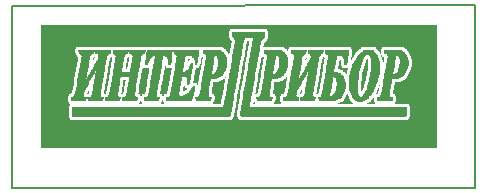
<source format=gbr>
G04 FreePCB version 1.359*
G04 D:\Ìîè ïðîãð\Release Import BMP\CAM\top_copper.grb*
G04 top copper layer *
G04 Scale: 100 percent, Rotated: No, Reflected: No *
%FSLAX24Y24*%
%MOIN*%
%LN top copper *%
G04 Rounded Rectangle Macro, params: W/2, H/2, R *
%AMRNDREC*
21,1,$1+$1,$2+$2-$3-$3,0,0,0*
21,1,$1+$1-$3-$3,$2+$2,0,0,0*
1,1,$3+$3,$1-$3,$2-$3*
1,1,$3+$3,$3-$1,$2-$3*
1,1,$3+$3,$1-$3,$3-$2*
1,1,$3+$3,$3-$1,$3-$2*%
G04 Rectangular Thermal Macro, params: W/2, H/2, T/2 *
%AMRECTHERM*
$4=$3/2*
21,1,$1-$3,$2-$3,0-$1/2-$4,0-$2/2-$4,0*
21,1,$1-$3,$2-$3,0-$1/2-$4,$2/2+$4,0*
21,1,$1-$3,$2-$3,$1/2+$4,0-$2/2-$4,0*
21,1,$1-$3,$2-$3,$1/2+$4,$2/2+$4,0*%
%ADD10C,0.005000*%
%ADD11C,0.030000*%
%ADD12C,0.007874*%
G90*
G70D02*

G04 Step and Repeat for panelization *

G04 ----------------------- Draw board outline (positive)*
%LPD*%
G54D10*
G01X-1793Y589D02*
G01X-1793Y-5472D01*
G04 end of side 1*
G01X13616Y-5472D01*
G04 end of side 2*
G01X13616Y611D01*
G04 end of side 3*
G01X-1793Y589D01*

G04 ----------------------- Draw copper area (positive)*
G36*
G01X12365Y-4167D02*
G01X-825Y-4167D01*
G01X-825Y-57D01*
G01X12368Y-51D01*
G01X12365Y-4167D01*
G37*

G04 -------------------- Draw copper area clearances (negative)*
%LPC*%

G04 Draw clearances for pads*
G54D11*
G01X5563Y-328D03*
G01X5563Y-328D03*
G01X5593Y-328D03*
G01X5593Y-328D03*
G01X5624Y-328D03*
G01X5624Y-328D03*
G01X5654Y-328D03*
G01X5654Y-328D03*
G01X5685Y-328D03*
G01X5685Y-328D03*
G01X5715Y-328D03*
G01X5715Y-328D03*
G01X5745Y-328D03*
G01X5745Y-328D03*
G01X5776Y-328D03*
G01X5776Y-328D03*
G01X5806Y-328D03*
G01X5806Y-328D03*
G01X5837Y-328D03*
G01X5837Y-328D03*
G01X5867Y-328D03*
G01X5867Y-328D03*
G01X5897Y-328D03*
G01X5897Y-328D03*
G01X5928Y-328D03*
G01X5928Y-328D03*
G01X5958Y-328D03*
G01X5958Y-328D03*
G01X5989Y-328D03*
G01X5989Y-328D03*
G01X6019Y-328D03*
G01X6019Y-328D03*
G01X6049Y-328D03*
G01X6049Y-328D03*
G01X6080Y-328D03*
G01X6080Y-328D03*
G01X6110Y-328D03*
G01X6110Y-328D03*
G01X6141Y-328D03*
G01X6141Y-328D03*
G01X6171Y-328D03*
G01X6171Y-328D03*
G01X6201Y-328D03*
G01X6201Y-328D03*
G01X6232Y-328D03*
G01X6232Y-328D03*
G01X6262Y-328D03*
G01X6262Y-328D03*
G01X6293Y-328D03*
G01X6293Y-328D03*
G01X6323Y-328D03*
G01X6323Y-328D03*
G01X6353Y-328D03*
G01X6353Y-328D03*
G01X6384Y-328D03*
G01X6384Y-328D03*
G01X6414Y-328D03*
G01X6414Y-328D03*
G01X6445Y-328D03*
G01X6445Y-328D03*
G01X6475Y-328D03*
G01X6475Y-328D03*
G01X6505Y-328D03*
G01X6505Y-328D03*
G01X6536Y-328D03*
G01X6536Y-328D03*
G01X6566Y-328D03*
G01X6566Y-328D03*
G01X6597Y-328D03*
G01X5563Y-378D03*
G01X5563Y-378D03*
G01X5593Y-378D03*
G01X5624Y-378D03*
G01X5654Y-378D03*
G01X5685Y-378D03*
G01X5715Y-378D03*
G01X5745Y-378D03*
G01X5776Y-378D03*
G01X5806Y-378D03*
G01X5837Y-378D03*
G01X5867Y-378D03*
G01X5897Y-378D03*
G01X5928Y-378D03*
G01X5958Y-378D03*
G01X5989Y-378D03*
G01X6019Y-378D03*
G01X6049Y-378D03*
G01X6080Y-378D03*
G01X6110Y-378D03*
G01X6141Y-378D03*
G01X6171Y-378D03*
G01X6201Y-378D03*
G01X6232Y-378D03*
G01X6262Y-378D03*
G01X6293Y-378D03*
G01X6323Y-378D03*
G01X6353Y-378D03*
G01X6384Y-378D03*
G01X6414Y-378D03*
G01X6445Y-378D03*
G01X6475Y-378D03*
G01X6505Y-378D03*
G01X6536Y-378D03*
G01X6566Y-378D03*
G01X6597Y-378D03*
G01X5563Y-429D03*
G01X5593Y-429D03*
G01X5609Y-429D03*
G01X5624Y-429D03*
G01X5654Y-429D03*
G01X5685Y-429D03*
G01X5715Y-429D03*
G01X5745Y-429D03*
G01X5776Y-429D03*
G01X5806Y-429D03*
G01X5837Y-429D03*
G01X5867Y-429D03*
G01X5897Y-429D03*
G01X5928Y-429D03*
G01X5958Y-429D03*
G01X5989Y-429D03*
G01X6019Y-429D03*
G01X6049Y-429D03*
G01X6080Y-429D03*
G01X6110Y-429D03*
G01X6141Y-429D03*
G01X6171Y-429D03*
G01X6201Y-429D03*
G01X6232Y-429D03*
G01X6262Y-429D03*
G01X6293Y-429D03*
G01X6323Y-429D03*
G01X6353Y-429D03*
G01X6384Y-429D03*
G01X6414Y-429D03*
G01X6445Y-429D03*
G01X6475Y-429D03*
G01X6505Y-429D03*
G01X6536Y-429D03*
G01X6566Y-429D03*
G01X6597Y-429D03*
G01X5609Y-454D03*
G01X5943Y-454D03*
G01X5973Y-454D03*
G01X6004Y-454D03*
G01X6034Y-454D03*
G01X6065Y-454D03*
G01X6095Y-454D03*
G01X6125Y-454D03*
G01X6156Y-454D03*
G01X6186Y-454D03*
G01X6217Y-454D03*
G01X6247Y-454D03*
G01X6581Y-454D03*
G01X5624Y-479D03*
G01X5639Y-479D03*
G01X5654Y-479D03*
G01X5685Y-479D03*
G01X5715Y-479D03*
G01X5745Y-479D03*
G01X5776Y-479D03*
G01X5806Y-479D03*
G01X5837Y-479D03*
G01X5867Y-479D03*
G01X5897Y-479D03*
G01X5913Y-479D03*
G01X6262Y-479D03*
G01X6262Y-479D03*
G01X6293Y-479D03*
G01X6323Y-479D03*
G01X6353Y-479D03*
G01X6384Y-479D03*
G01X6414Y-479D03*
G01X6445Y-479D03*
G01X6475Y-479D03*
G01X6505Y-479D03*
G01X6536Y-479D03*
G01X6551Y-479D03*
G01X5639Y-504D03*
G01X6521Y-504D03*
G01X5654Y-529D03*
G01X5669Y-529D03*
G01X5685Y-529D03*
G01X5715Y-529D03*
G01X5745Y-529D03*
G01X5776Y-529D03*
G01X5806Y-529D03*
G01X5837Y-529D03*
G01X5867Y-529D03*
G01X5897Y-529D03*
G01X5913Y-529D03*
G01X6247Y-529D03*
G01X6262Y-529D03*
G01X6293Y-529D03*
G01X6323Y-529D03*
G01X6353Y-529D03*
G01X6384Y-529D03*
G01X6414Y-529D03*
G01X6445Y-529D03*
G01X6475Y-529D03*
G01X6505Y-529D03*
G01X6490Y-555D03*
G01X5669Y-580D03*
G01X5685Y-580D03*
G01X5715Y-580D03*
G01X5745Y-580D03*
G01X5776Y-580D03*
G01X5806Y-580D03*
G01X5837Y-580D03*
G01X5867Y-580D03*
G01X5897Y-580D03*
G01X6247Y-580D03*
G01X6262Y-580D03*
G01X6293Y-580D03*
G01X6323Y-580D03*
G01X6353Y-580D03*
G01X6384Y-580D03*
G01X6414Y-580D03*
G01X6445Y-580D03*
G01X6475Y-580D03*
G01X5882Y-605D03*
G01X5654Y-630D03*
G01X5654Y-630D03*
G01X5685Y-630D03*
G01X5715Y-630D03*
G01X5745Y-630D03*
G01X5776Y-630D03*
G01X5806Y-630D03*
G01X5837Y-630D03*
G01X5867Y-630D03*
G01X5882Y-630D03*
G01X6232Y-630D03*
G01X6232Y-630D03*
G01X6262Y-630D03*
G01X6293Y-630D03*
G01X6323Y-630D03*
G01X6353Y-630D03*
G01X6384Y-630D03*
G01X6414Y-630D03*
G01X6445Y-630D03*
G01X6460Y-630D03*
G01X5654Y-681D03*
G01X5654Y-681D03*
G01X5685Y-681D03*
G01X5715Y-681D03*
G01X5745Y-681D03*
G01X5776Y-681D03*
G01X5806Y-681D03*
G01X5837Y-681D03*
G01X5867Y-681D03*
G01X6232Y-681D03*
G01X6232Y-681D03*
G01X6262Y-681D03*
G01X6293Y-681D03*
G01X6323Y-681D03*
G01X6353Y-681D03*
G01X6384Y-681D03*
G01X6414Y-681D03*
G01X6445Y-681D03*
G01X6460Y-681D03*
G01X5639Y-731D03*
G01X5654Y-731D03*
G01X5685Y-731D03*
G01X5715Y-731D03*
G01X5745Y-731D03*
G01X5776Y-731D03*
G01X5806Y-731D03*
G01X5837Y-731D03*
G01X5867Y-731D03*
G01X6217Y-731D03*
G01X6232Y-731D03*
G01X6262Y-731D03*
G01X6293Y-731D03*
G01X6323Y-731D03*
G01X6353Y-731D03*
G01X6384Y-731D03*
G01X6414Y-731D03*
G01X6445Y-731D03*
G01X5639Y-782D03*
G01X5654Y-782D03*
G01X5685Y-782D03*
G01X5715Y-782D03*
G01X5745Y-782D03*
G01X5776Y-782D03*
G01X5806Y-782D03*
G01X5837Y-782D03*
G01X5852Y-782D03*
G01X6217Y-782D03*
G01X6232Y-782D03*
G01X6262Y-782D03*
G01X6293Y-782D03*
G01X6323Y-782D03*
G01X6353Y-782D03*
G01X6384Y-782D03*
G01X6414Y-782D03*
G01X6429Y-782D03*
G01X5624Y-832D03*
G01X5624Y-832D03*
G01X5654Y-832D03*
G01X5685Y-832D03*
G01X5715Y-832D03*
G01X5745Y-832D03*
G01X5776Y-832D03*
G01X5806Y-832D03*
G01X5837Y-832D03*
G01X5852Y-832D03*
G01X6201Y-832D03*
G01X6201Y-832D03*
G01X6232Y-832D03*
G01X6262Y-832D03*
G01X6293Y-832D03*
G01X6323Y-832D03*
G01X6353Y-832D03*
G01X6384Y-832D03*
G01X6414Y-832D03*
G01X6429Y-832D03*
G01X5609Y-883D03*
G01X5624Y-883D03*
G01X5654Y-883D03*
G01X5685Y-883D03*
G01X5715Y-883D03*
G01X5745Y-883D03*
G01X5776Y-883D03*
G01X5806Y-883D03*
G01X5837Y-883D03*
G01X6201Y-883D03*
G01X6201Y-883D03*
G01X6232Y-883D03*
G01X6262Y-883D03*
G01X6293Y-883D03*
G01X6323Y-883D03*
G01X6353Y-883D03*
G01X6384Y-883D03*
G01X6414Y-883D03*
G01X6186Y-908D03*
G01X10017Y-908D03*
G01X10047Y-908D03*
G01X10078Y-908D03*
G01X10108Y-908D03*
G01X10138Y-908D03*
G01X440Y-933D03*
G01X456Y-933D03*
G01X456Y-933D03*
G01X486Y-933D03*
G01X486Y-933D03*
G01X516Y-933D03*
G01X516Y-933D03*
G01X547Y-933D03*
G01X547Y-933D03*
G01X577Y-933D03*
G01X577Y-933D03*
G01X608Y-933D03*
G01X608Y-933D03*
G01X638Y-933D03*
G01X638Y-933D03*
G01X668Y-933D03*
G01X668Y-933D03*
G01X699Y-933D03*
G01X699Y-933D03*
G01X729Y-933D03*
G01X729Y-933D03*
G01X760Y-933D03*
G01X760Y-933D03*
G01X790Y-933D03*
G01X790Y-933D03*
G01X820Y-933D03*
G01X820Y-933D03*
G01X851Y-933D03*
G01X851Y-933D03*
G01X881Y-933D03*
G01X881Y-933D03*
G01X912Y-933D03*
G01X1003Y-933D03*
G01X1003Y-933D03*
G01X1033Y-933D03*
G01X1033Y-933D03*
G01X1064Y-933D03*
G01X1064Y-933D03*
G01X1094Y-933D03*
G01X1094Y-933D03*
G01X1124Y-933D03*
G01X1124Y-933D03*
G01X1155Y-933D03*
G01X1155Y-933D03*
G01X1185Y-933D03*
G01X1185Y-933D03*
G01X1216Y-933D03*
G01X1216Y-933D03*
G01X1246Y-933D03*
G01X1246Y-933D03*
G01X1276Y-933D03*
G01X1276Y-933D03*
G01X1307Y-933D03*
G01X1307Y-933D03*
G01X1337Y-933D03*
G01X1337Y-933D03*
G01X1368Y-933D03*
G01X1368Y-933D03*
G01X1398Y-933D03*
G01X1398Y-933D03*
G01X1428Y-933D03*
G01X1428Y-933D03*
G01X1459Y-933D03*
G01X1459Y-933D03*
G01X1474Y-933D03*
G01X1580Y-933D03*
G01X1580Y-933D03*
G01X1611Y-933D03*
G01X1611Y-933D03*
G01X1641Y-933D03*
G01X1641Y-933D03*
G01X1672Y-933D03*
G01X1672Y-933D03*
G01X1702Y-933D03*
G01X1702Y-933D03*
G01X1732Y-933D03*
G01X1732Y-933D03*
G01X1763Y-933D03*
G01X1763Y-933D03*
G01X1793Y-933D03*
G01X1793Y-933D03*
G01X1824Y-933D03*
G01X1824Y-933D03*
G01X1854Y-933D03*
G01X1854Y-933D03*
G01X1884Y-933D03*
G01X1884Y-933D03*
G01X1915Y-933D03*
G01X1915Y-933D03*
G01X1945Y-933D03*
G01X1945Y-933D03*
G01X1976Y-933D03*
G01X1976Y-933D03*
G01X2006Y-933D03*
G01X2006Y-933D03*
G01X2036Y-933D03*
G01X2036Y-933D03*
G01X2052Y-933D03*
G01X2143Y-933D03*
G01X2158Y-933D03*
G01X2158Y-933D03*
G01X2188Y-933D03*
G01X2188Y-933D03*
G01X2219Y-933D03*
G01X2219Y-933D03*
G01X2249Y-933D03*
G01X2249Y-933D03*
G01X2280Y-933D03*
G01X2280Y-933D03*
G01X2310Y-933D03*
G01X2310Y-933D03*
G01X2340Y-933D03*
G01X2340Y-933D03*
G01X2371Y-933D03*
G01X2371Y-933D03*
G01X2401Y-933D03*
G01X2401Y-933D03*
G01X2432Y-933D03*
G01X2432Y-933D03*
G01X2462Y-933D03*
G01X2462Y-933D03*
G01X2492Y-933D03*
G01X2492Y-933D03*
G01X2523Y-933D03*
G01X2523Y-933D03*
G01X2553Y-933D03*
G01X2553Y-933D03*
G01X2584Y-933D03*
G01X2584Y-933D03*
G01X2614Y-933D03*
G01X2614Y-933D03*
G01X2629Y-933D03*
G01X2720Y-933D03*
G01X2736Y-933D03*
G01X2736Y-933D03*
G01X2766Y-933D03*
G01X2766Y-933D03*
G01X2796Y-933D03*
G01X2796Y-933D03*
G01X2827Y-933D03*
G01X2827Y-933D03*
G01X2857Y-933D03*
G01X2857Y-933D03*
G01X2888Y-933D03*
G01X2888Y-933D03*
G01X2918Y-933D03*
G01X2918Y-933D03*
G01X2948Y-933D03*
G01X2948Y-933D03*
G01X2979Y-933D03*
G01X2979Y-933D03*
G01X3009Y-933D03*
G01X3009Y-933D03*
G01X3040Y-933D03*
G01X3040Y-933D03*
G01X3070Y-933D03*
G01X3070Y-933D03*
G01X3100Y-933D03*
G01X3100Y-933D03*
G01X3131Y-933D03*
G01X3131Y-933D03*
G01X3161Y-933D03*
G01X3161Y-933D03*
G01X3192Y-933D03*
G01X3192Y-933D03*
G01X3222Y-933D03*
G01X3222Y-933D03*
G01X3252Y-933D03*
G01X3252Y-933D03*
G01X3283Y-933D03*
G01X3283Y-933D03*
G01X3313Y-933D03*
G01X3313Y-933D03*
G01X3344Y-933D03*
G01X3344Y-933D03*
G01X3374Y-933D03*
G01X3374Y-933D03*
G01X3404Y-933D03*
G01X3404Y-933D03*
G01X3435Y-933D03*
G01X3435Y-933D03*
G01X3465Y-933D03*
G01X3465Y-933D03*
G01X3496Y-933D03*
G01X3496Y-933D03*
G01X3526Y-933D03*
G01X3602Y-933D03*
G01X3617Y-933D03*
G01X3617Y-933D03*
G01X3648Y-933D03*
G01X3648Y-933D03*
G01X3678Y-933D03*
G01X3678Y-933D03*
G01X3708Y-933D03*
G01X3708Y-933D03*
G01X3739Y-933D03*
G01X3739Y-933D03*
G01X3769Y-933D03*
G01X3769Y-933D03*
G01X3800Y-933D03*
G01X3800Y-933D03*
G01X3830Y-933D03*
G01X3830Y-933D03*
G01X3861Y-933D03*
G01X3861Y-933D03*
G01X3891Y-933D03*
G01X3891Y-933D03*
G01X3921Y-933D03*
G01X3921Y-933D03*
G01X3952Y-933D03*
G01X3952Y-933D03*
G01X3982Y-933D03*
G01X3982Y-933D03*
G01X4013Y-933D03*
G01X4013Y-933D03*
G01X4043Y-933D03*
G01X4043Y-933D03*
G01X4073Y-933D03*
G01X4073Y-933D03*
G01X4104Y-933D03*
G01X4104Y-933D03*
G01X4134Y-933D03*
G01X4134Y-933D03*
G01X4165Y-933D03*
G01X4165Y-933D03*
G01X4195Y-933D03*
G01X4195Y-933D03*
G01X4225Y-933D03*
G01X4225Y-933D03*
G01X4256Y-933D03*
G01X4256Y-933D03*
G01X4286Y-933D03*
G01X4286Y-933D03*
G01X4317Y-933D03*
G01X4317Y-933D03*
G01X4347Y-933D03*
G01X4347Y-933D03*
G01X4377Y-933D03*
G01X4377Y-933D03*
G01X4408Y-933D03*
G01X4590Y-933D03*
G01X4590Y-933D03*
G01X4621Y-933D03*
G01X4621Y-933D03*
G01X4651Y-933D03*
G01X4651Y-933D03*
G01X4681Y-933D03*
G01X4681Y-933D03*
G01X4712Y-933D03*
G01X4712Y-933D03*
G01X4742Y-933D03*
G01X4742Y-933D03*
G01X4773Y-933D03*
G01X4773Y-933D03*
G01X4803Y-933D03*
G01X4803Y-933D03*
G01X4833Y-933D03*
G01X4833Y-933D03*
G01X4864Y-933D03*
G01X4864Y-933D03*
G01X4894Y-933D03*
G01X4894Y-933D03*
G01X4925Y-933D03*
G01X4925Y-933D03*
G01X4955Y-933D03*
G01X4955Y-933D03*
G01X4985Y-933D03*
G01X4985Y-933D03*
G01X5016Y-933D03*
G01X5016Y-933D03*
G01X5046Y-933D03*
G01X5046Y-933D03*
G01X5077Y-933D03*
G01X5077Y-933D03*
G01X5107Y-933D03*
G01X5107Y-933D03*
G01X5122Y-933D03*
G01X5609Y-933D03*
G01X5624Y-933D03*
G01X5654Y-933D03*
G01X5685Y-933D03*
G01X5715Y-933D03*
G01X5745Y-933D03*
G01X5776Y-933D03*
G01X5806Y-933D03*
G01X5837Y-933D03*
G01X6186Y-933D03*
G01X6201Y-933D03*
G01X6232Y-933D03*
G01X6262Y-933D03*
G01X6293Y-933D03*
G01X6323Y-933D03*
G01X6353Y-933D03*
G01X6384Y-933D03*
G01X6414Y-933D03*
G01X6627Y-933D03*
G01X6627Y-933D03*
G01X6657Y-933D03*
G01X6657Y-933D03*
G01X6688Y-933D03*
G01X6688Y-933D03*
G01X6718Y-933D03*
G01X6718Y-933D03*
G01X6749Y-933D03*
G01X6749Y-933D03*
G01X6779Y-933D03*
G01X6779Y-933D03*
G01X6809Y-933D03*
G01X6809Y-933D03*
G01X6840Y-933D03*
G01X6840Y-933D03*
G01X6870Y-933D03*
G01X6870Y-933D03*
G01X6901Y-933D03*
G01X6901Y-933D03*
G01X6931Y-933D03*
G01X6931Y-933D03*
G01X6961Y-933D03*
G01X6961Y-933D03*
G01X6992Y-933D03*
G01X6992Y-933D03*
G01X7022Y-933D03*
G01X7022Y-933D03*
G01X7053Y-933D03*
G01X7053Y-933D03*
G01X7083Y-933D03*
G01X7083Y-933D03*
G01X7113Y-933D03*
G01X7113Y-933D03*
G01X7144Y-933D03*
G01X7144Y-933D03*
G01X7159Y-933D03*
G01X7524Y-933D03*
G01X7539Y-933D03*
G01X7539Y-933D03*
G01X7570Y-933D03*
G01X7570Y-933D03*
G01X7600Y-933D03*
G01X7600Y-933D03*
G01X7630Y-933D03*
G01X7630Y-933D03*
G01X7661Y-933D03*
G01X7661Y-933D03*
G01X7691Y-933D03*
G01X7691Y-933D03*
G01X7722Y-933D03*
G01X7722Y-933D03*
G01X7752Y-933D03*
G01X7752Y-933D03*
G01X7782Y-933D03*
G01X7782Y-933D03*
G01X7813Y-933D03*
G01X7813Y-933D03*
G01X7843Y-933D03*
G01X7843Y-933D03*
G01X7874Y-933D03*
G01X7874Y-933D03*
G01X7904Y-933D03*
G01X7904Y-933D03*
G01X7934Y-933D03*
G01X7934Y-933D03*
G01X7965Y-933D03*
G01X7965Y-933D03*
G01X7995Y-933D03*
G01X8086Y-933D03*
G01X8086Y-933D03*
G01X8117Y-933D03*
G01X8117Y-933D03*
G01X8147Y-933D03*
G01X8147Y-933D03*
G01X8178Y-933D03*
G01X8178Y-933D03*
G01X8208Y-933D03*
G01X8208Y-933D03*
G01X8238Y-933D03*
G01X8238Y-933D03*
G01X8269Y-933D03*
G01X8269Y-933D03*
G01X8299Y-933D03*
G01X8299Y-933D03*
G01X8330Y-933D03*
G01X8330Y-933D03*
G01X8360Y-933D03*
G01X8360Y-933D03*
G01X8390Y-933D03*
G01X8390Y-933D03*
G01X8421Y-933D03*
G01X8421Y-933D03*
G01X8451Y-933D03*
G01X8451Y-933D03*
G01X8482Y-933D03*
G01X8482Y-933D03*
G01X8512Y-933D03*
G01X8512Y-933D03*
G01X8542Y-933D03*
G01X8542Y-933D03*
G01X8558Y-933D03*
G01X8664Y-933D03*
G01X8664Y-933D03*
G01X8694Y-933D03*
G01X8694Y-933D03*
G01X8725Y-933D03*
G01X8725Y-933D03*
G01X8755Y-933D03*
G01X8755Y-933D03*
G01X8786Y-933D03*
G01X8786Y-933D03*
G01X8816Y-933D03*
G01X8816Y-933D03*
G01X8846Y-933D03*
G01X8846Y-933D03*
G01X8877Y-933D03*
G01X8877Y-933D03*
G01X8907Y-933D03*
G01X8907Y-933D03*
G01X8938Y-933D03*
G01X8938Y-933D03*
G01X8968Y-933D03*
G01X8968Y-933D03*
G01X8998Y-933D03*
G01X8998Y-933D03*
G01X9029Y-933D03*
G01X9029Y-933D03*
G01X9059Y-933D03*
G01X9059Y-933D03*
G01X9090Y-933D03*
G01X9090Y-933D03*
G01X9120Y-933D03*
G01X9120Y-933D03*
G01X9150Y-933D03*
G01X9150Y-933D03*
G01X9181Y-933D03*
G01X9181Y-933D03*
G01X9211Y-933D03*
G01X9211Y-933D03*
G01X9242Y-933D03*
G01X9242Y-933D03*
G01X9272Y-933D03*
G01X9272Y-933D03*
G01X9302Y-933D03*
G01X9302Y-933D03*
G01X9333Y-933D03*
G01X9333Y-933D03*
G01X9363Y-933D03*
G01X9363Y-933D03*
G01X9394Y-933D03*
G01X9394Y-933D03*
G01X9409Y-933D03*
G01X9941Y-933D03*
G01X9941Y-933D03*
G01X9971Y-933D03*
G01X9971Y-933D03*
G01X10002Y-933D03*
G01X10032Y-933D03*
G01X10062Y-933D03*
G01X10093Y-933D03*
G01X10123Y-933D03*
G01X10154Y-933D03*
G01X10184Y-933D03*
G01X10184Y-933D03*
G01X10214Y-933D03*
G01X10640Y-933D03*
G01X10640Y-933D03*
G01X10670Y-933D03*
G01X10670Y-933D03*
G01X10701Y-933D03*
G01X10701Y-933D03*
G01X10731Y-933D03*
G01X10731Y-933D03*
G01X10762Y-933D03*
G01X10762Y-933D03*
G01X10792Y-933D03*
G01X10792Y-933D03*
G01X10822Y-933D03*
G01X10822Y-933D03*
G01X10853Y-933D03*
G01X10853Y-933D03*
G01X10883Y-933D03*
G01X10883Y-933D03*
G01X10914Y-933D03*
G01X10914Y-933D03*
G01X10944Y-933D03*
G01X10944Y-933D03*
G01X10974Y-933D03*
G01X10974Y-933D03*
G01X11005Y-933D03*
G01X11005Y-933D03*
G01X11035Y-933D03*
G01X11035Y-933D03*
G01X11066Y-933D03*
G01X11066Y-933D03*
G01X11096Y-933D03*
G01X11096Y-933D03*
G01X11126Y-933D03*
G01X11126Y-933D03*
G01X11157Y-933D03*
G01X11157Y-933D03*
G01X11172Y-933D03*
G01X5122Y-959D03*
G01X5153Y-959D03*
G01X6399Y-959D03*
G01X7159Y-959D03*
G01X7189Y-959D03*
G01X9926Y-959D03*
G01X10230Y-959D03*
G01X11172Y-959D03*
G01X11202Y-959D03*
G01X456Y-984D03*
G01X486Y-984D03*
G01X501Y-984D03*
G01X516Y-984D03*
G01X547Y-984D03*
G01X577Y-984D03*
G01X608Y-984D03*
G01X638Y-984D03*
G01X668Y-984D03*
G01X699Y-984D03*
G01X729Y-984D03*
G01X760Y-984D03*
G01X790Y-984D03*
G01X820Y-984D03*
G01X851Y-984D03*
G01X881Y-984D03*
G01X1003Y-984D03*
G01X1033Y-984D03*
G01X1064Y-984D03*
G01X1064Y-984D03*
G01X1094Y-984D03*
G01X1124Y-984D03*
G01X1155Y-984D03*
G01X1185Y-984D03*
G01X1216Y-984D03*
G01X1246Y-984D03*
G01X1276Y-984D03*
G01X1307Y-984D03*
G01X1337Y-984D03*
G01X1368Y-984D03*
G01X1398Y-984D03*
G01X1413Y-984D03*
G01X1428Y-984D03*
G01X1459Y-984D03*
G01X1580Y-984D03*
G01X1611Y-984D03*
G01X1626Y-984D03*
G01X1641Y-984D03*
G01X1672Y-984D03*
G01X1702Y-984D03*
G01X1732Y-984D03*
G01X1763Y-984D03*
G01X1793Y-984D03*
G01X1824Y-984D03*
G01X1854Y-984D03*
G01X1884Y-984D03*
G01X1915Y-984D03*
G01X1945Y-984D03*
G01X1976Y-984D03*
G01X1991Y-984D03*
G01X2006Y-984D03*
G01X2036Y-984D03*
G01X2128Y-984D03*
G01X2158Y-984D03*
G01X2188Y-984D03*
G01X2188Y-984D03*
G01X2219Y-984D03*
G01X2249Y-984D03*
G01X2280Y-984D03*
G01X2310Y-984D03*
G01X2340Y-984D03*
G01X2371Y-984D03*
G01X2401Y-984D03*
G01X2432Y-984D03*
G01X2462Y-984D03*
G01X2492Y-984D03*
G01X2523Y-984D03*
G01X2553Y-984D03*
G01X2584Y-984D03*
G01X2705Y-984D03*
G01X2705Y-984D03*
G01X2736Y-984D03*
G01X2766Y-984D03*
G01X2796Y-984D03*
G01X2827Y-984D03*
G01X2857Y-984D03*
G01X2888Y-984D03*
G01X2918Y-984D03*
G01X2948Y-984D03*
G01X2979Y-984D03*
G01X3009Y-984D03*
G01X3040Y-984D03*
G01X3070Y-984D03*
G01X3100Y-984D03*
G01X3131Y-984D03*
G01X3161Y-984D03*
G01X3192Y-984D03*
G01X3222Y-984D03*
G01X3252Y-984D03*
G01X3283Y-984D03*
G01X3313Y-984D03*
G01X3344Y-984D03*
G01X3374Y-984D03*
G01X3404Y-984D03*
G01X3435Y-984D03*
G01X3465Y-984D03*
G01X3496Y-984D03*
G01X3511Y-984D03*
G01X3617Y-984D03*
G01X3648Y-984D03*
G01X3663Y-984D03*
G01X3678Y-984D03*
G01X3708Y-984D03*
G01X3739Y-984D03*
G01X3769Y-984D03*
G01X3800Y-984D03*
G01X3830Y-984D03*
G01X3861Y-984D03*
G01X3891Y-984D03*
G01X3921Y-984D03*
G01X3952Y-984D03*
G01X3982Y-984D03*
G01X4013Y-984D03*
G01X4043Y-984D03*
G01X4073Y-984D03*
G01X4104Y-984D03*
G01X4134Y-984D03*
G01X4165Y-984D03*
G01X4195Y-984D03*
G01X4225Y-984D03*
G01X4256Y-984D03*
G01X4286Y-984D03*
G01X4317Y-984D03*
G01X4347Y-984D03*
G01X4377Y-984D03*
G01X4408Y-984D03*
G01X4590Y-984D03*
G01X4621Y-984D03*
G01X4651Y-984D03*
G01X4651Y-984D03*
G01X4681Y-984D03*
G01X4712Y-984D03*
G01X4742Y-984D03*
G01X4773Y-984D03*
G01X4803Y-984D03*
G01X4833Y-984D03*
G01X4864Y-984D03*
G01X4894Y-984D03*
G01X4925Y-984D03*
G01X4955Y-984D03*
G01X4985Y-984D03*
G01X5016Y-984D03*
G01X5046Y-984D03*
G01X5077Y-984D03*
G01X5107Y-984D03*
G01X5137Y-984D03*
G01X5168Y-984D03*
G01X5198Y-984D03*
G01X5198Y-984D03*
G01X5229Y-984D03*
G01X5593Y-984D03*
G01X5593Y-984D03*
G01X5624Y-984D03*
G01X5654Y-984D03*
G01X5685Y-984D03*
G01X5715Y-984D03*
G01X5745Y-984D03*
G01X5776Y-984D03*
G01X5806Y-984D03*
G01X5821Y-984D03*
G01X6171Y-984D03*
G01X6171Y-984D03*
G01X6201Y-984D03*
G01X6232Y-984D03*
G01X6262Y-984D03*
G01X6293Y-984D03*
G01X6323Y-984D03*
G01X6353Y-984D03*
G01X6384Y-984D03*
G01X6399Y-984D03*
G01X6627Y-984D03*
G01X6657Y-984D03*
G01X6688Y-984D03*
G01X6688Y-984D03*
G01X6718Y-984D03*
G01X6749Y-984D03*
G01X6779Y-984D03*
G01X6809Y-984D03*
G01X6840Y-984D03*
G01X6870Y-984D03*
G01X6901Y-984D03*
G01X6931Y-984D03*
G01X6961Y-984D03*
G01X6992Y-984D03*
G01X7022Y-984D03*
G01X7053Y-984D03*
G01X7083Y-984D03*
G01X7113Y-984D03*
G01X7144Y-984D03*
G01X7174Y-984D03*
G01X7205Y-984D03*
G01X7235Y-984D03*
G01X7235Y-984D03*
G01X7265Y-984D03*
G01X7539Y-984D03*
G01X7570Y-984D03*
G01X7585Y-984D03*
G01X7600Y-984D03*
G01X7630Y-984D03*
G01X7661Y-984D03*
G01X7691Y-984D03*
G01X7722Y-984D03*
G01X7752Y-984D03*
G01X7782Y-984D03*
G01X7813Y-984D03*
G01X7843Y-984D03*
G01X7874Y-984D03*
G01X7904Y-984D03*
G01X7934Y-984D03*
G01X7965Y-984D03*
G01X8086Y-984D03*
G01X8117Y-984D03*
G01X8147Y-984D03*
G01X8147Y-984D03*
G01X8178Y-984D03*
G01X8208Y-984D03*
G01X8238Y-984D03*
G01X8269Y-984D03*
G01X8299Y-984D03*
G01X8330Y-984D03*
G01X8360Y-984D03*
G01X8390Y-984D03*
G01X8421Y-984D03*
G01X8451Y-984D03*
G01X8482Y-984D03*
G01X8497Y-984D03*
G01X8512Y-984D03*
G01X8542Y-984D03*
G01X8664Y-984D03*
G01X8694Y-984D03*
G01X8710Y-984D03*
G01X8725Y-984D03*
G01X8755Y-984D03*
G01X8786Y-984D03*
G01X8816Y-984D03*
G01X8846Y-984D03*
G01X8877Y-984D03*
G01X8907Y-984D03*
G01X8938Y-984D03*
G01X8968Y-984D03*
G01X8998Y-984D03*
G01X9029Y-984D03*
G01X9059Y-984D03*
G01X9090Y-984D03*
G01X9120Y-984D03*
G01X9150Y-984D03*
G01X9181Y-984D03*
G01X9211Y-984D03*
G01X9242Y-984D03*
G01X9272Y-984D03*
G01X9302Y-984D03*
G01X9333Y-984D03*
G01X9363Y-984D03*
G01X9394Y-984D03*
G01X9865Y-984D03*
G01X9880Y-984D03*
G01X9880Y-984D03*
G01X9910Y-984D03*
G01X9941Y-984D03*
G01X9971Y-984D03*
G01X10002Y-984D03*
G01X10032Y-984D03*
G01X10062Y-984D03*
G01X10093Y-984D03*
G01X10123Y-984D03*
G01X10154Y-984D03*
G01X10184Y-984D03*
G01X10214Y-984D03*
G01X10245Y-984D03*
G01X10245Y-984D03*
G01X10275Y-984D03*
G01X10640Y-984D03*
G01X10670Y-984D03*
G01X10701Y-984D03*
G01X10701Y-984D03*
G01X10731Y-984D03*
G01X10762Y-984D03*
G01X10792Y-984D03*
G01X10822Y-984D03*
G01X10853Y-984D03*
G01X10883Y-984D03*
G01X10914Y-984D03*
G01X10944Y-984D03*
G01X10974Y-984D03*
G01X11005Y-984D03*
G01X11035Y-984D03*
G01X11066Y-984D03*
G01X11096Y-984D03*
G01X11126Y-984D03*
G01X11157Y-984D03*
G01X11187Y-984D03*
G01X11218Y-984D03*
G01X11248Y-984D03*
G01X11248Y-984D03*
G01X11278Y-984D03*
G01X501Y-1009D03*
G01X836Y-1009D03*
G01X1079Y-1009D03*
G01X1383Y-1009D03*
G01X1626Y-1009D03*
G01X1656Y-1009D03*
G01X1960Y-1009D03*
G01X2204Y-1009D03*
G01X2538Y-1009D03*
G01X3663Y-1009D03*
G01X3693Y-1009D03*
G01X4393Y-1009D03*
G01X4666Y-1009D03*
G01X6703Y-1009D03*
G01X7585Y-1009D03*
G01X7919Y-1009D03*
G01X8162Y-1009D03*
G01X8466Y-1009D03*
G01X8710Y-1009D03*
G01X8740Y-1009D03*
G01X9834Y-1009D03*
G01X10017Y-1009D03*
G01X10047Y-1009D03*
G01X10078Y-1009D03*
G01X10290Y-1009D03*
G01X10716Y-1009D03*
G01X532Y-1034D03*
G01X547Y-1034D03*
G01X577Y-1034D03*
G01X608Y-1034D03*
G01X638Y-1034D03*
G01X668Y-1034D03*
G01X699Y-1034D03*
G01X729Y-1034D03*
G01X760Y-1034D03*
G01X790Y-1034D03*
G01X805Y-1034D03*
G01X1094Y-1034D03*
G01X1094Y-1034D03*
G01X1124Y-1034D03*
G01X1155Y-1034D03*
G01X1185Y-1034D03*
G01X1216Y-1034D03*
G01X1246Y-1034D03*
G01X1276Y-1034D03*
G01X1307Y-1034D03*
G01X1337Y-1034D03*
G01X1368Y-1034D03*
G01X1672Y-1034D03*
G01X1672Y-1034D03*
G01X1702Y-1034D03*
G01X1732Y-1034D03*
G01X1763Y-1034D03*
G01X1793Y-1034D03*
G01X1824Y-1034D03*
G01X1854Y-1034D03*
G01X1884Y-1034D03*
G01X1915Y-1034D03*
G01X1945Y-1034D03*
G01X2234Y-1034D03*
G01X2249Y-1034D03*
G01X2280Y-1034D03*
G01X2310Y-1034D03*
G01X2340Y-1034D03*
G01X2371Y-1034D03*
G01X2401Y-1034D03*
G01X2432Y-1034D03*
G01X2462Y-1034D03*
G01X2492Y-1034D03*
G01X2508Y-1034D03*
G01X2705Y-1034D03*
G01X2705Y-1034D03*
G01X2736Y-1034D03*
G01X2766Y-1034D03*
G01X2796Y-1034D03*
G01X2827Y-1034D03*
G01X2857Y-1034D03*
G01X2888Y-1034D03*
G01X2918Y-1034D03*
G01X2933Y-1034D03*
G01X2948Y-1034D03*
G01X2979Y-1034D03*
G01X2994Y-1034D03*
G01X3009Y-1034D03*
G01X3040Y-1034D03*
G01X3070Y-1034D03*
G01X3100Y-1034D03*
G01X3131Y-1034D03*
G01X3161Y-1034D03*
G01X3192Y-1034D03*
G01X3222Y-1034D03*
G01X3252Y-1034D03*
G01X3283Y-1034D03*
G01X3283Y-1034D03*
G01X3313Y-1034D03*
G01X3344Y-1034D03*
G01X3374Y-1034D03*
G01X3404Y-1034D03*
G01X3435Y-1034D03*
G01X3465Y-1034D03*
G01X3496Y-1034D03*
G01X3511Y-1034D03*
G01X3708Y-1034D03*
G01X3708Y-1034D03*
G01X3739Y-1034D03*
G01X3769Y-1034D03*
G01X3800Y-1034D03*
G01X3830Y-1034D03*
G01X3861Y-1034D03*
G01X3891Y-1034D03*
G01X3921Y-1034D03*
G01X3952Y-1034D03*
G01X3982Y-1034D03*
G01X4013Y-1034D03*
G01X4043Y-1034D03*
G01X4073Y-1034D03*
G01X4104Y-1034D03*
G01X4134Y-1034D03*
G01X4165Y-1034D03*
G01X4165Y-1034D03*
G01X4195Y-1034D03*
G01X4225Y-1034D03*
G01X4256Y-1034D03*
G01X4286Y-1034D03*
G01X4317Y-1034D03*
G01X4347Y-1034D03*
G01X4377Y-1034D03*
G01X4393Y-1034D03*
G01X4681Y-1034D03*
G01X4681Y-1034D03*
G01X4712Y-1034D03*
G01X4742Y-1034D03*
G01X4773Y-1034D03*
G01X4803Y-1034D03*
G01X4833Y-1034D03*
G01X4864Y-1034D03*
G01X4894Y-1034D03*
G01X4925Y-1034D03*
G01X4955Y-1034D03*
G01X4985Y-1034D03*
G01X5016Y-1034D03*
G01X5016Y-1034D03*
G01X5046Y-1034D03*
G01X5077Y-1034D03*
G01X5107Y-1034D03*
G01X5137Y-1034D03*
G01X5168Y-1034D03*
G01X5198Y-1034D03*
G01X5229Y-1034D03*
G01X5259Y-1034D03*
G01X5593Y-1034D03*
G01X5593Y-1034D03*
G01X5624Y-1034D03*
G01X5654Y-1034D03*
G01X5685Y-1034D03*
G01X5715Y-1034D03*
G01X5745Y-1034D03*
G01X5776Y-1034D03*
G01X5806Y-1034D03*
G01X5821Y-1034D03*
G01X6171Y-1034D03*
G01X6171Y-1034D03*
G01X6201Y-1034D03*
G01X6232Y-1034D03*
G01X6262Y-1034D03*
G01X6293Y-1034D03*
G01X6323Y-1034D03*
G01X6353Y-1034D03*
G01X6384Y-1034D03*
G01X6718Y-1034D03*
G01X6718Y-1034D03*
G01X6749Y-1034D03*
G01X6779Y-1034D03*
G01X6809Y-1034D03*
G01X6840Y-1034D03*
G01X6870Y-1034D03*
G01X6901Y-1034D03*
G01X6931Y-1034D03*
G01X6961Y-1034D03*
G01X6992Y-1034D03*
G01X7022Y-1034D03*
G01X7053Y-1034D03*
G01X7053Y-1034D03*
G01X7083Y-1034D03*
G01X7113Y-1034D03*
G01X7144Y-1034D03*
G01X7174Y-1034D03*
G01X7205Y-1034D03*
G01X7235Y-1034D03*
G01X7265Y-1034D03*
G01X7296Y-1034D03*
G01X7615Y-1034D03*
G01X7630Y-1034D03*
G01X7661Y-1034D03*
G01X7691Y-1034D03*
G01X7722Y-1034D03*
G01X7752Y-1034D03*
G01X7782Y-1034D03*
G01X7813Y-1034D03*
G01X7843Y-1034D03*
G01X7874Y-1034D03*
G01X7889Y-1034D03*
G01X8178Y-1034D03*
G01X8178Y-1034D03*
G01X8208Y-1034D03*
G01X8238Y-1034D03*
G01X8269Y-1034D03*
G01X8299Y-1034D03*
G01X8330Y-1034D03*
G01X8360Y-1034D03*
G01X8390Y-1034D03*
G01X8421Y-1034D03*
G01X8451Y-1034D03*
G01X8755Y-1034D03*
G01X8755Y-1034D03*
G01X8786Y-1034D03*
G01X8816Y-1034D03*
G01X8846Y-1034D03*
G01X8877Y-1034D03*
G01X8907Y-1034D03*
G01X8938Y-1034D03*
G01X8968Y-1034D03*
G01X8998Y-1034D03*
G01X9029Y-1034D03*
G01X9059Y-1034D03*
G01X9090Y-1034D03*
G01X9120Y-1034D03*
G01X9150Y-1034D03*
G01X9181Y-1034D03*
G01X9181Y-1034D03*
G01X9211Y-1034D03*
G01X9242Y-1034D03*
G01X9272Y-1034D03*
G01X9302Y-1034D03*
G01X9333Y-1034D03*
G01X9363Y-1034D03*
G01X9394Y-1034D03*
G01X9804Y-1034D03*
G01X9819Y-1034D03*
G01X9819Y-1034D03*
G01X9850Y-1034D03*
G01X9880Y-1034D03*
G01X9910Y-1034D03*
G01X9941Y-1034D03*
G01X9971Y-1034D03*
G01X10123Y-1034D03*
G01X10138Y-1034D03*
G01X10154Y-1034D03*
G01X10184Y-1034D03*
G01X10214Y-1034D03*
G01X10245Y-1034D03*
G01X10275Y-1034D03*
G01X10306Y-1034D03*
G01X10306Y-1034D03*
G01X10321Y-1034D03*
G01X10731Y-1034D03*
G01X10731Y-1034D03*
G01X10762Y-1034D03*
G01X10792Y-1034D03*
G01X10822Y-1034D03*
G01X10853Y-1034D03*
G01X10883Y-1034D03*
G01X10914Y-1034D03*
G01X10944Y-1034D03*
G01X10974Y-1034D03*
G01X11005Y-1034D03*
G01X11035Y-1034D03*
G01X11066Y-1034D03*
G01X11066Y-1034D03*
G01X11096Y-1034D03*
G01X11126Y-1034D03*
G01X11157Y-1034D03*
G01X11187Y-1034D03*
G01X11218Y-1034D03*
G01X11248Y-1034D03*
G01X11278Y-1034D03*
G01X11309Y-1034D03*
G01X532Y-1059D03*
G01X1352Y-1059D03*
G01X1930Y-1059D03*
G01X2234Y-1059D03*
G01X2872Y-1059D03*
G01X2903Y-1059D03*
G01X3207Y-1059D03*
G01X3298Y-1059D03*
G01X3328Y-1059D03*
G01X4180Y-1059D03*
G01X4210Y-1059D03*
G01X5031Y-1059D03*
G01X5578Y-1059D03*
G01X6156Y-1059D03*
G01X7068Y-1059D03*
G01X7615Y-1059D03*
G01X8436Y-1059D03*
G01X9196Y-1059D03*
G01X9378Y-1059D03*
G01X9956Y-1059D03*
G01X10138Y-1059D03*
G01X10321Y-1059D03*
G01X11081Y-1059D03*
G01X547Y-1085D03*
G01X547Y-1085D03*
G01X577Y-1085D03*
G01X608Y-1085D03*
G01X638Y-1085D03*
G01X668Y-1085D03*
G01X699Y-1085D03*
G01X729Y-1085D03*
G01X760Y-1085D03*
G01X775Y-1085D03*
G01X1109Y-1085D03*
G01X1124Y-1085D03*
G01X1155Y-1085D03*
G01X1185Y-1085D03*
G01X1216Y-1085D03*
G01X1246Y-1085D03*
G01X1276Y-1085D03*
G01X1307Y-1085D03*
G01X1337Y-1085D03*
G01X1687Y-1085D03*
G01X1702Y-1085D03*
G01X1732Y-1085D03*
G01X1763Y-1085D03*
G01X1793Y-1085D03*
G01X1824Y-1085D03*
G01X1854Y-1085D03*
G01X1884Y-1085D03*
G01X1915Y-1085D03*
G01X2249Y-1085D03*
G01X2249Y-1085D03*
G01X2280Y-1085D03*
G01X2310Y-1085D03*
G01X2340Y-1085D03*
G01X2371Y-1085D03*
G01X2401Y-1085D03*
G01X2432Y-1085D03*
G01X2462Y-1085D03*
G01X2477Y-1085D03*
G01X2690Y-1085D03*
G01X2705Y-1085D03*
G01X2736Y-1085D03*
G01X2766Y-1085D03*
G01X2796Y-1085D03*
G01X2827Y-1085D03*
G01X2842Y-1085D03*
G01X2857Y-1085D03*
G01X2994Y-1085D03*
G01X3009Y-1085D03*
G01X3040Y-1085D03*
G01X3070Y-1085D03*
G01X3100Y-1085D03*
G01X3131Y-1085D03*
G01X3161Y-1085D03*
G01X3192Y-1085D03*
G01X3207Y-1085D03*
G01X3344Y-1085D03*
G01X3374Y-1085D03*
G01X3374Y-1085D03*
G01X3404Y-1085D03*
G01X3435Y-1085D03*
G01X3465Y-1085D03*
G01X3496Y-1085D03*
G01X3724Y-1085D03*
G01X3739Y-1085D03*
G01X3769Y-1085D03*
G01X3800Y-1085D03*
G01X3830Y-1085D03*
G01X3861Y-1085D03*
G01X3891Y-1085D03*
G01X3921Y-1085D03*
G01X3952Y-1085D03*
G01X4225Y-1085D03*
G01X4241Y-1085D03*
G01X4256Y-1085D03*
G01X4286Y-1085D03*
G01X4317Y-1085D03*
G01X4347Y-1085D03*
G01X4377Y-1085D03*
G01X4393Y-1085D03*
G01X4697Y-1085D03*
G01X4712Y-1085D03*
G01X4742Y-1085D03*
G01X4773Y-1085D03*
G01X4803Y-1085D03*
G01X4833Y-1085D03*
G01X4864Y-1085D03*
G01X4894Y-1085D03*
G01X4925Y-1085D03*
G01X5046Y-1085D03*
G01X5077Y-1085D03*
G01X5077Y-1085D03*
G01X5107Y-1085D03*
G01X5137Y-1085D03*
G01X5168Y-1085D03*
G01X5198Y-1085D03*
G01X5229Y-1085D03*
G01X5259Y-1085D03*
G01X5289Y-1085D03*
G01X5578Y-1085D03*
G01X5593Y-1085D03*
G01X5624Y-1085D03*
G01X5654Y-1085D03*
G01X5685Y-1085D03*
G01X5715Y-1085D03*
G01X5745Y-1085D03*
G01X5776Y-1085D03*
G01X5806Y-1085D03*
G01X6156Y-1085D03*
G01X6171Y-1085D03*
G01X6201Y-1085D03*
G01X6232Y-1085D03*
G01X6262Y-1085D03*
G01X6293Y-1085D03*
G01X6323Y-1085D03*
G01X6353Y-1085D03*
G01X6384Y-1085D03*
G01X6733Y-1085D03*
G01X6749Y-1085D03*
G01X6779Y-1085D03*
G01X6809Y-1085D03*
G01X6840Y-1085D03*
G01X6870Y-1085D03*
G01X6901Y-1085D03*
G01X6931Y-1085D03*
G01X6961Y-1085D03*
G01X7083Y-1085D03*
G01X7113Y-1085D03*
G01X7113Y-1085D03*
G01X7144Y-1085D03*
G01X7174Y-1085D03*
G01X7205Y-1085D03*
G01X7235Y-1085D03*
G01X7265Y-1085D03*
G01X7296Y-1085D03*
G01X7326Y-1085D03*
G01X7630Y-1085D03*
G01X7630Y-1085D03*
G01X7661Y-1085D03*
G01X7691Y-1085D03*
G01X7722Y-1085D03*
G01X7752Y-1085D03*
G01X7782Y-1085D03*
G01X7813Y-1085D03*
G01X7843Y-1085D03*
G01X7858Y-1085D03*
G01X8193Y-1085D03*
G01X8208Y-1085D03*
G01X8238Y-1085D03*
G01X8269Y-1085D03*
G01X8299Y-1085D03*
G01X8330Y-1085D03*
G01X8360Y-1085D03*
G01X8390Y-1085D03*
G01X8421Y-1085D03*
G01X8770Y-1085D03*
G01X8786Y-1085D03*
G01X8816Y-1085D03*
G01X8846Y-1085D03*
G01X8877Y-1085D03*
G01X8907Y-1085D03*
G01X8938Y-1085D03*
G01X8968Y-1085D03*
G01X8998Y-1085D03*
G01X9242Y-1085D03*
G01X9257Y-1085D03*
G01X9272Y-1085D03*
G01X9302Y-1085D03*
G01X9333Y-1085D03*
G01X9363Y-1085D03*
G01X9378Y-1085D03*
G01X9758Y-1085D03*
G01X9758Y-1085D03*
G01X9789Y-1085D03*
G01X9819Y-1085D03*
G01X9850Y-1085D03*
G01X9880Y-1085D03*
G01X9910Y-1085D03*
G01X9926Y-1085D03*
G01X10154Y-1085D03*
G01X10169Y-1085D03*
G01X10184Y-1085D03*
G01X10214Y-1085D03*
G01X10245Y-1085D03*
G01X10275Y-1085D03*
G01X10306Y-1085D03*
G01X10336Y-1085D03*
G01X10336Y-1085D03*
G01X10351Y-1085D03*
G01X10746Y-1085D03*
G01X10762Y-1085D03*
G01X10792Y-1085D03*
G01X10822Y-1085D03*
G01X10853Y-1085D03*
G01X10883Y-1085D03*
G01X10914Y-1085D03*
G01X10944Y-1085D03*
G01X10974Y-1085D03*
G01X11096Y-1085D03*
G01X11126Y-1085D03*
G01X11126Y-1085D03*
G01X11157Y-1085D03*
G01X11187Y-1085D03*
G01X11218Y-1085D03*
G01X11248Y-1085D03*
G01X11278Y-1085D03*
G01X11309Y-1085D03*
G01X11339Y-1085D03*
G01X2812Y-1110D03*
G01X3937Y-1110D03*
G01X4241Y-1110D03*
G01X4909Y-1110D03*
G01X5791Y-1110D03*
G01X6369Y-1110D03*
G01X6946Y-1110D03*
G01X8983Y-1110D03*
G01X9257Y-1110D03*
G01X9743Y-1110D03*
G01X10169Y-1110D03*
G01X10351Y-1110D03*
G01X10959Y-1110D03*
G01X532Y-1135D03*
G01X547Y-1135D03*
G01X577Y-1135D03*
G01X608Y-1135D03*
G01X638Y-1135D03*
G01X668Y-1135D03*
G01X699Y-1135D03*
G01X729Y-1135D03*
G01X760Y-1135D03*
G01X1109Y-1135D03*
G01X1124Y-1135D03*
G01X1155Y-1135D03*
G01X1185Y-1135D03*
G01X1216Y-1135D03*
G01X1246Y-1135D03*
G01X1276Y-1135D03*
G01X1307Y-1135D03*
G01X1322Y-1135D03*
G01X1672Y-1135D03*
G01X1672Y-1135D03*
G01X1702Y-1135D03*
G01X1732Y-1135D03*
G01X1763Y-1135D03*
G01X1793Y-1135D03*
G01X1824Y-1135D03*
G01X1854Y-1135D03*
G01X1884Y-1135D03*
G01X1900Y-1135D03*
G01X2234Y-1135D03*
G01X2249Y-1135D03*
G01X2280Y-1135D03*
G01X2310Y-1135D03*
G01X2340Y-1135D03*
G01X2371Y-1135D03*
G01X2401Y-1135D03*
G01X2432Y-1135D03*
G01X2462Y-1135D03*
G01X2690Y-1135D03*
G01X2705Y-1135D03*
G01X2736Y-1135D03*
G01X2766Y-1135D03*
G01X2796Y-1135D03*
G01X2979Y-1135D03*
G01X2979Y-1135D03*
G01X3009Y-1135D03*
G01X3040Y-1135D03*
G01X3070Y-1135D03*
G01X3100Y-1135D03*
G01X3131Y-1135D03*
G01X3161Y-1135D03*
G01X3192Y-1135D03*
G01X3207Y-1135D03*
G01X3404Y-1135D03*
G01X3404Y-1135D03*
G01X3435Y-1135D03*
G01X3465Y-1135D03*
G01X3496Y-1135D03*
G01X3708Y-1135D03*
G01X3708Y-1135D03*
G01X3739Y-1135D03*
G01X3769Y-1135D03*
G01X3800Y-1135D03*
G01X3830Y-1135D03*
G01X3861Y-1135D03*
G01X3891Y-1135D03*
G01X3921Y-1135D03*
G01X3937Y-1135D03*
G01X4286Y-1135D03*
G01X4286Y-1135D03*
G01X4317Y-1135D03*
G01X4347Y-1135D03*
G01X4377Y-1135D03*
G01X4697Y-1135D03*
G01X4712Y-1135D03*
G01X4742Y-1135D03*
G01X4773Y-1135D03*
G01X4803Y-1135D03*
G01X4833Y-1135D03*
G01X4864Y-1135D03*
G01X4894Y-1135D03*
G01X4909Y-1135D03*
G01X5077Y-1135D03*
G01X5092Y-1135D03*
G01X5107Y-1135D03*
G01X5137Y-1135D03*
G01X5168Y-1135D03*
G01X5198Y-1135D03*
G01X5229Y-1135D03*
G01X5259Y-1135D03*
G01X5289Y-1135D03*
G01X5320Y-1135D03*
G01X5563Y-1135D03*
G01X5563Y-1135D03*
G01X5593Y-1135D03*
G01X5624Y-1135D03*
G01X5654Y-1135D03*
G01X5685Y-1135D03*
G01X5715Y-1135D03*
G01X5745Y-1135D03*
G01X5776Y-1135D03*
G01X5791Y-1135D03*
G01X6156Y-1135D03*
G01X6171Y-1135D03*
G01X6201Y-1135D03*
G01X6232Y-1135D03*
G01X6262Y-1135D03*
G01X6293Y-1135D03*
G01X6323Y-1135D03*
G01X6353Y-1135D03*
G01X6369Y-1135D03*
G01X6733Y-1135D03*
G01X6749Y-1135D03*
G01X6779Y-1135D03*
G01X6809Y-1135D03*
G01X6840Y-1135D03*
G01X6870Y-1135D03*
G01X6901Y-1135D03*
G01X6931Y-1135D03*
G01X6946Y-1135D03*
G01X7113Y-1135D03*
G01X7129Y-1135D03*
G01X7144Y-1135D03*
G01X7174Y-1135D03*
G01X7205Y-1135D03*
G01X7235Y-1135D03*
G01X7265Y-1135D03*
G01X7296Y-1135D03*
G01X7326Y-1135D03*
G01X7357Y-1135D03*
G01X7615Y-1135D03*
G01X7630Y-1135D03*
G01X7661Y-1135D03*
G01X7691Y-1135D03*
G01X7722Y-1135D03*
G01X7752Y-1135D03*
G01X7782Y-1135D03*
G01X7813Y-1135D03*
G01X7843Y-1135D03*
G01X8193Y-1135D03*
G01X8208Y-1135D03*
G01X8238Y-1135D03*
G01X8269Y-1135D03*
G01X8299Y-1135D03*
G01X8330Y-1135D03*
G01X8360Y-1135D03*
G01X8390Y-1135D03*
G01X8406Y-1135D03*
G01X8755Y-1135D03*
G01X8755Y-1135D03*
G01X8786Y-1135D03*
G01X8816Y-1135D03*
G01X8846Y-1135D03*
G01X8877Y-1135D03*
G01X8907Y-1135D03*
G01X8938Y-1135D03*
G01X8968Y-1135D03*
G01X8983Y-1135D03*
G01X9272Y-1135D03*
G01X9287Y-1135D03*
G01X9302Y-1135D03*
G01X9333Y-1135D03*
G01X9363Y-1135D03*
G01X9378Y-1135D03*
G01X9728Y-1135D03*
G01X9728Y-1135D03*
G01X9758Y-1135D03*
G01X9789Y-1135D03*
G01X9819Y-1135D03*
G01X9850Y-1135D03*
G01X9880Y-1135D03*
G01X9895Y-1135D03*
G01X10184Y-1135D03*
G01X10184Y-1135D03*
G01X10214Y-1135D03*
G01X10245Y-1135D03*
G01X10275Y-1135D03*
G01X10306Y-1135D03*
G01X10336Y-1135D03*
G01X10366Y-1135D03*
G01X10746Y-1135D03*
G01X10762Y-1135D03*
G01X10792Y-1135D03*
G01X10822Y-1135D03*
G01X10853Y-1135D03*
G01X10883Y-1135D03*
G01X10914Y-1135D03*
G01X10944Y-1135D03*
G01X10959Y-1135D03*
G01X11126Y-1135D03*
G01X11142Y-1135D03*
G01X11157Y-1135D03*
G01X11187Y-1135D03*
G01X11218Y-1135D03*
G01X11248Y-1135D03*
G01X11278Y-1135D03*
G01X11309Y-1135D03*
G01X11339Y-1135D03*
G01X11370Y-1135D03*
G01X2781Y-1160D03*
G01X9713Y-1160D03*
G01X532Y-1186D03*
G01X547Y-1186D03*
G01X577Y-1186D03*
G01X608Y-1186D03*
G01X638Y-1186D03*
G01X668Y-1186D03*
G01X699Y-1186D03*
G01X729Y-1186D03*
G01X760Y-1186D03*
G01X1094Y-1186D03*
G01X1094Y-1186D03*
G01X1124Y-1186D03*
G01X1155Y-1186D03*
G01X1185Y-1186D03*
G01X1216Y-1186D03*
G01X1246Y-1186D03*
G01X1276Y-1186D03*
G01X1307Y-1186D03*
G01X1322Y-1186D03*
G01X1672Y-1186D03*
G01X1672Y-1186D03*
G01X1702Y-1186D03*
G01X1732Y-1186D03*
G01X1763Y-1186D03*
G01X1793Y-1186D03*
G01X1824Y-1186D03*
G01X1854Y-1186D03*
G01X1884Y-1186D03*
G01X1900Y-1186D03*
G01X2234Y-1186D03*
G01X2249Y-1186D03*
G01X2280Y-1186D03*
G01X2310Y-1186D03*
G01X2340Y-1186D03*
G01X2371Y-1186D03*
G01X2401Y-1186D03*
G01X2432Y-1186D03*
G01X2462Y-1186D03*
G01X2690Y-1186D03*
G01X2705Y-1186D03*
G01X2736Y-1186D03*
G01X2766Y-1186D03*
G01X2979Y-1186D03*
G01X2979Y-1186D03*
G01X3009Y-1186D03*
G01X3040Y-1186D03*
G01X3070Y-1186D03*
G01X3100Y-1186D03*
G01X3131Y-1186D03*
G01X3161Y-1186D03*
G01X3192Y-1186D03*
G01X3420Y-1186D03*
G01X3435Y-1186D03*
G01X3465Y-1186D03*
G01X3496Y-1186D03*
G01X3708Y-1186D03*
G01X3708Y-1186D03*
G01X3739Y-1186D03*
G01X3769Y-1186D03*
G01X3800Y-1186D03*
G01X3830Y-1186D03*
G01X3861Y-1186D03*
G01X3891Y-1186D03*
G01X3921Y-1186D03*
G01X3937Y-1186D03*
G01X4286Y-1186D03*
G01X4301Y-1186D03*
G01X4317Y-1186D03*
G01X4347Y-1186D03*
G01X4377Y-1186D03*
G01X4681Y-1186D03*
G01X4681Y-1186D03*
G01X4712Y-1186D03*
G01X4742Y-1186D03*
G01X4773Y-1186D03*
G01X4803Y-1186D03*
G01X4833Y-1186D03*
G01X4864Y-1186D03*
G01X4894Y-1186D03*
G01X4909Y-1186D03*
G01X5107Y-1186D03*
G01X5107Y-1186D03*
G01X5137Y-1186D03*
G01X5168Y-1186D03*
G01X5198Y-1186D03*
G01X5229Y-1186D03*
G01X5259Y-1186D03*
G01X5289Y-1186D03*
G01X5320Y-1186D03*
G01X5563Y-1186D03*
G01X5563Y-1186D03*
G01X5593Y-1186D03*
G01X5624Y-1186D03*
G01X5654Y-1186D03*
G01X5685Y-1186D03*
G01X5715Y-1186D03*
G01X5745Y-1186D03*
G01X5776Y-1186D03*
G01X5791Y-1186D03*
G01X6141Y-1186D03*
G01X6141Y-1186D03*
G01X6171Y-1186D03*
G01X6201Y-1186D03*
G01X6232Y-1186D03*
G01X6262Y-1186D03*
G01X6293Y-1186D03*
G01X6323Y-1186D03*
G01X6353Y-1186D03*
G01X6369Y-1186D03*
G01X6718Y-1186D03*
G01X6718Y-1186D03*
G01X6749Y-1186D03*
G01X6779Y-1186D03*
G01X6809Y-1186D03*
G01X6840Y-1186D03*
G01X6870Y-1186D03*
G01X6901Y-1186D03*
G01X6931Y-1186D03*
G01X6946Y-1186D03*
G01X7144Y-1186D03*
G01X7144Y-1186D03*
G01X7174Y-1186D03*
G01X7205Y-1186D03*
G01X7235Y-1186D03*
G01X7265Y-1186D03*
G01X7296Y-1186D03*
G01X7326Y-1186D03*
G01X7357Y-1186D03*
G01X7615Y-1186D03*
G01X7630Y-1186D03*
G01X7661Y-1186D03*
G01X7691Y-1186D03*
G01X7722Y-1186D03*
G01X7752Y-1186D03*
G01X7782Y-1186D03*
G01X7813Y-1186D03*
G01X7843Y-1186D03*
G01X8178Y-1186D03*
G01X8178Y-1186D03*
G01X8208Y-1186D03*
G01X8238Y-1186D03*
G01X8269Y-1186D03*
G01X8299Y-1186D03*
G01X8330Y-1186D03*
G01X8360Y-1186D03*
G01X8390Y-1186D03*
G01X8406Y-1186D03*
G01X8755Y-1186D03*
G01X8755Y-1186D03*
G01X8786Y-1186D03*
G01X8816Y-1186D03*
G01X8846Y-1186D03*
G01X8877Y-1186D03*
G01X8907Y-1186D03*
G01X8938Y-1186D03*
G01X8968Y-1186D03*
G01X8983Y-1186D03*
G01X9302Y-1186D03*
G01X9302Y-1186D03*
G01X9333Y-1186D03*
G01X9363Y-1186D03*
G01X9682Y-1186D03*
G01X9698Y-1186D03*
G01X9728Y-1186D03*
G01X9758Y-1186D03*
G01X9789Y-1186D03*
G01X9819Y-1186D03*
G01X9850Y-1186D03*
G01X9865Y-1186D03*
G01X10184Y-1186D03*
G01X10199Y-1186D03*
G01X10214Y-1186D03*
G01X10245Y-1186D03*
G01X10275Y-1186D03*
G01X10306Y-1186D03*
G01X10336Y-1186D03*
G01X10366Y-1186D03*
G01X10382Y-1186D03*
G01X10731Y-1186D03*
G01X10731Y-1186D03*
G01X10762Y-1186D03*
G01X10792Y-1186D03*
G01X10822Y-1186D03*
G01X10853Y-1186D03*
G01X10883Y-1186D03*
G01X10914Y-1186D03*
G01X10944Y-1186D03*
G01X10959Y-1186D03*
G01X11157Y-1186D03*
G01X11157Y-1186D03*
G01X11187Y-1186D03*
G01X11218Y-1186D03*
G01X11248Y-1186D03*
G01X11278Y-1186D03*
G01X11309Y-1186D03*
G01X11339Y-1186D03*
G01X11370Y-1186D03*
G01X744Y-1211D03*
G01X1079Y-1211D03*
G01X2447Y-1211D03*
G01X2751Y-1211D03*
G01X2964Y-1211D03*
G01X3420Y-1211D03*
G01X3480Y-1211D03*
G01X4362Y-1211D03*
G01X7828Y-1211D03*
G01X8162Y-1211D03*
G01X10382Y-1211D03*
G01X516Y-1236D03*
G01X516Y-1236D03*
G01X547Y-1236D03*
G01X577Y-1236D03*
G01X608Y-1236D03*
G01X638Y-1236D03*
G01X668Y-1236D03*
G01X699Y-1236D03*
G01X729Y-1236D03*
G01X744Y-1236D03*
G01X1064Y-1236D03*
G01X1064Y-1236D03*
G01X1094Y-1236D03*
G01X1124Y-1236D03*
G01X1155Y-1236D03*
G01X1185Y-1236D03*
G01X1216Y-1236D03*
G01X1246Y-1236D03*
G01X1276Y-1236D03*
G01X1307Y-1236D03*
G01X1656Y-1236D03*
G01X1672Y-1236D03*
G01X1702Y-1236D03*
G01X1732Y-1236D03*
G01X1763Y-1236D03*
G01X1793Y-1236D03*
G01X1824Y-1236D03*
G01X1854Y-1236D03*
G01X1884Y-1236D03*
G01X2219Y-1236D03*
G01X2219Y-1236D03*
G01X2249Y-1236D03*
G01X2280Y-1236D03*
G01X2310Y-1236D03*
G01X2340Y-1236D03*
G01X2371Y-1236D03*
G01X2401Y-1236D03*
G01X2432Y-1236D03*
G01X2447Y-1236D03*
G01X2675Y-1236D03*
G01X2675Y-1236D03*
G01X2705Y-1236D03*
G01X2736Y-1236D03*
G01X2964Y-1236D03*
G01X2979Y-1236D03*
G01X3009Y-1236D03*
G01X3040Y-1236D03*
G01X3070Y-1236D03*
G01X3100Y-1236D03*
G01X3131Y-1236D03*
G01X3161Y-1236D03*
G01X3176Y-1236D03*
G01X3435Y-1236D03*
G01X3435Y-1236D03*
G01X3465Y-1236D03*
G01X3480Y-1236D03*
G01X3693Y-1236D03*
G01X3708Y-1236D03*
G01X3739Y-1236D03*
G01X3769Y-1236D03*
G01X3800Y-1236D03*
G01X3830Y-1236D03*
G01X3861Y-1236D03*
G01X3891Y-1236D03*
G01X3921Y-1236D03*
G01X4317Y-1236D03*
G01X4317Y-1236D03*
G01X4347Y-1236D03*
G01X4362Y-1236D03*
G01X4666Y-1236D03*
G01X4681Y-1236D03*
G01X4712Y-1236D03*
G01X4742Y-1236D03*
G01X4773Y-1236D03*
G01X4803Y-1236D03*
G01X4833Y-1236D03*
G01X4864Y-1236D03*
G01X4894Y-1236D03*
G01X5107Y-1236D03*
G01X5107Y-1236D03*
G01X5137Y-1236D03*
G01X5168Y-1236D03*
G01X5198Y-1236D03*
G01X5229Y-1236D03*
G01X5259Y-1236D03*
G01X5289Y-1236D03*
G01X5320Y-1236D03*
G01X5335Y-1236D03*
G01X5548Y-1236D03*
G01X5563Y-1236D03*
G01X5593Y-1236D03*
G01X5624Y-1236D03*
G01X5654Y-1236D03*
G01X5685Y-1236D03*
G01X5715Y-1236D03*
G01X5745Y-1236D03*
G01X5776Y-1236D03*
G01X6125Y-1236D03*
G01X6141Y-1236D03*
G01X6171Y-1236D03*
G01X6201Y-1236D03*
G01X6232Y-1236D03*
G01X6262Y-1236D03*
G01X6293Y-1236D03*
G01X6323Y-1236D03*
G01X6353Y-1236D03*
G01X6703Y-1236D03*
G01X6718Y-1236D03*
G01X6749Y-1236D03*
G01X6779Y-1236D03*
G01X6809Y-1236D03*
G01X6840Y-1236D03*
G01X6870Y-1236D03*
G01X6901Y-1236D03*
G01X6931Y-1236D03*
G01X7144Y-1236D03*
G01X7144Y-1236D03*
G01X7174Y-1236D03*
G01X7205Y-1236D03*
G01X7235Y-1236D03*
G01X7265Y-1236D03*
G01X7296Y-1236D03*
G01X7326Y-1236D03*
G01X7357Y-1236D03*
G01X7372Y-1236D03*
G01X7600Y-1236D03*
G01X7600Y-1236D03*
G01X7630Y-1236D03*
G01X7661Y-1236D03*
G01X7691Y-1236D03*
G01X7722Y-1236D03*
G01X7752Y-1236D03*
G01X7782Y-1236D03*
G01X7813Y-1236D03*
G01X7828Y-1236D03*
G01X8147Y-1236D03*
G01X8147Y-1236D03*
G01X8178Y-1236D03*
G01X8208Y-1236D03*
G01X8238Y-1236D03*
G01X8269Y-1236D03*
G01X8299Y-1236D03*
G01X8330Y-1236D03*
G01X8360Y-1236D03*
G01X8390Y-1236D03*
G01X8740Y-1236D03*
G01X8755Y-1236D03*
G01X8786Y-1236D03*
G01X8816Y-1236D03*
G01X8846Y-1236D03*
G01X8877Y-1236D03*
G01X8907Y-1236D03*
G01X8938Y-1236D03*
G01X8968Y-1236D03*
G01X9302Y-1236D03*
G01X9302Y-1236D03*
G01X9333Y-1236D03*
G01X9348Y-1236D03*
G01X9652Y-1236D03*
G01X9667Y-1236D03*
G01X9698Y-1236D03*
G01X9728Y-1236D03*
G01X9758Y-1236D03*
G01X9789Y-1236D03*
G01X9819Y-1236D03*
G01X9850Y-1236D03*
G01X10199Y-1236D03*
G01X10214Y-1236D03*
G01X10245Y-1236D03*
G01X10275Y-1236D03*
G01X10306Y-1236D03*
G01X10336Y-1236D03*
G01X10366Y-1236D03*
G01X10397Y-1236D03*
G01X10716Y-1236D03*
G01X10731Y-1236D03*
G01X10762Y-1236D03*
G01X10792Y-1236D03*
G01X10822Y-1236D03*
G01X10853Y-1236D03*
G01X10883Y-1236D03*
G01X10914Y-1236D03*
G01X10944Y-1236D03*
G01X11157Y-1236D03*
G01X11157Y-1236D03*
G01X11187Y-1236D03*
G01X11218Y-1236D03*
G01X11248Y-1236D03*
G01X11278Y-1236D03*
G01X11309Y-1236D03*
G01X11339Y-1236D03*
G01X11370Y-1236D03*
G01X11385Y-1236D03*
G01X1048Y-1261D03*
G01X2720Y-1261D03*
G01X8132Y-1261D03*
G01X9834Y-1261D03*
G01X516Y-1287D03*
G01X516Y-1287D03*
G01X547Y-1287D03*
G01X577Y-1287D03*
G01X608Y-1287D03*
G01X638Y-1287D03*
G01X668Y-1287D03*
G01X699Y-1287D03*
G01X729Y-1287D03*
G01X1033Y-1287D03*
G01X1033Y-1287D03*
G01X1064Y-1287D03*
G01X1094Y-1287D03*
G01X1124Y-1287D03*
G01X1155Y-1287D03*
G01X1185Y-1287D03*
G01X1216Y-1287D03*
G01X1246Y-1287D03*
G01X1276Y-1287D03*
G01X1292Y-1287D03*
G01X1656Y-1287D03*
G01X1672Y-1287D03*
G01X1702Y-1287D03*
G01X1732Y-1287D03*
G01X1763Y-1287D03*
G01X1793Y-1287D03*
G01X1824Y-1287D03*
G01X1854Y-1287D03*
G01X1869Y-1287D03*
G01X2219Y-1287D03*
G01X2219Y-1287D03*
G01X2249Y-1287D03*
G01X2280Y-1287D03*
G01X2310Y-1287D03*
G01X2340Y-1287D03*
G01X2371Y-1287D03*
G01X2401Y-1287D03*
G01X2432Y-1287D03*
G01X2675Y-1287D03*
G01X2675Y-1287D03*
G01X2705Y-1287D03*
G01X2720Y-1287D03*
G01X2948Y-1287D03*
G01X2948Y-1287D03*
G01X2979Y-1287D03*
G01X3009Y-1287D03*
G01X3040Y-1287D03*
G01X3070Y-1287D03*
G01X3100Y-1287D03*
G01X3131Y-1287D03*
G01X3161Y-1287D03*
G01X3176Y-1287D03*
G01X3435Y-1287D03*
G01X3435Y-1287D03*
G01X3465Y-1287D03*
G01X3480Y-1287D03*
G01X3693Y-1287D03*
G01X3708Y-1287D03*
G01X3739Y-1287D03*
G01X3769Y-1287D03*
G01X3800Y-1287D03*
G01X3830Y-1287D03*
G01X3861Y-1287D03*
G01X3891Y-1287D03*
G01X3906Y-1287D03*
G01X4317Y-1287D03*
G01X4317Y-1287D03*
G01X4347Y-1287D03*
G01X4666Y-1287D03*
G01X4681Y-1287D03*
G01X4712Y-1287D03*
G01X4742Y-1287D03*
G01X4773Y-1287D03*
G01X4803Y-1287D03*
G01X4833Y-1287D03*
G01X4864Y-1287D03*
G01X4879Y-1287D03*
G01X5107Y-1287D03*
G01X5107Y-1287D03*
G01X5137Y-1287D03*
G01X5168Y-1287D03*
G01X5198Y-1287D03*
G01X5229Y-1287D03*
G01X5259Y-1287D03*
G01X5289Y-1287D03*
G01X5320Y-1287D03*
G01X5335Y-1287D03*
G01X5548Y-1287D03*
G01X5563Y-1287D03*
G01X5593Y-1287D03*
G01X5624Y-1287D03*
G01X5654Y-1287D03*
G01X5685Y-1287D03*
G01X5715Y-1287D03*
G01X5745Y-1287D03*
G01X5761Y-1287D03*
G01X6125Y-1287D03*
G01X6141Y-1287D03*
G01X6171Y-1287D03*
G01X6201Y-1287D03*
G01X6232Y-1287D03*
G01X6262Y-1287D03*
G01X6293Y-1287D03*
G01X6323Y-1287D03*
G01X6338Y-1287D03*
G01X6703Y-1287D03*
G01X6718Y-1287D03*
G01X6749Y-1287D03*
G01X6779Y-1287D03*
G01X6809Y-1287D03*
G01X6840Y-1287D03*
G01X6870Y-1287D03*
G01X6901Y-1287D03*
G01X6916Y-1287D03*
G01X7144Y-1287D03*
G01X7144Y-1287D03*
G01X7174Y-1287D03*
G01X7205Y-1287D03*
G01X7235Y-1287D03*
G01X7265Y-1287D03*
G01X7296Y-1287D03*
G01X7326Y-1287D03*
G01X7357Y-1287D03*
G01X7372Y-1287D03*
G01X7600Y-1287D03*
G01X7600Y-1287D03*
G01X7630Y-1287D03*
G01X7661Y-1287D03*
G01X7691Y-1287D03*
G01X7722Y-1287D03*
G01X7752Y-1287D03*
G01X7782Y-1287D03*
G01X7813Y-1287D03*
G01X8117Y-1287D03*
G01X8117Y-1287D03*
G01X8147Y-1287D03*
G01X8178Y-1287D03*
G01X8208Y-1287D03*
G01X8238Y-1287D03*
G01X8269Y-1287D03*
G01X8299Y-1287D03*
G01X8330Y-1287D03*
G01X8360Y-1287D03*
G01X8375Y-1287D03*
G01X8740Y-1287D03*
G01X8755Y-1287D03*
G01X8786Y-1287D03*
G01X8816Y-1287D03*
G01X8846Y-1287D03*
G01X8877Y-1287D03*
G01X8907Y-1287D03*
G01X8938Y-1287D03*
G01X8953Y-1287D03*
G01X9302Y-1287D03*
G01X9302Y-1287D03*
G01X9333Y-1287D03*
G01X9348Y-1287D03*
G01X9622Y-1287D03*
G01X9637Y-1287D03*
G01X9667Y-1287D03*
G01X9698Y-1287D03*
G01X9728Y-1287D03*
G01X9758Y-1287D03*
G01X9789Y-1287D03*
G01X9819Y-1287D03*
G01X9834Y-1287D03*
G01X10199Y-1287D03*
G01X10214Y-1287D03*
G01X10245Y-1287D03*
G01X10275Y-1287D03*
G01X10306Y-1287D03*
G01X10336Y-1287D03*
G01X10366Y-1287D03*
G01X10397Y-1287D03*
G01X10412Y-1287D03*
G01X10716Y-1287D03*
G01X10731Y-1287D03*
G01X10762Y-1287D03*
G01X10792Y-1287D03*
G01X10822Y-1287D03*
G01X10853Y-1287D03*
G01X10883Y-1287D03*
G01X10914Y-1287D03*
G01X10929Y-1287D03*
G01X11157Y-1287D03*
G01X11157Y-1287D03*
G01X11187Y-1287D03*
G01X11218Y-1287D03*
G01X11248Y-1287D03*
G01X11278Y-1287D03*
G01X11309Y-1287D03*
G01X11339Y-1287D03*
G01X11370Y-1287D03*
G01X11385Y-1287D03*
G01X1018Y-1312D03*
G01X2660Y-1312D03*
G01X8102Y-1312D03*
G01X501Y-1337D03*
G01X516Y-1337D03*
G01X547Y-1337D03*
G01X577Y-1337D03*
G01X608Y-1337D03*
G01X638Y-1337D03*
G01X668Y-1337D03*
G01X699Y-1337D03*
G01X729Y-1337D03*
G01X1003Y-1337D03*
G01X1003Y-1337D03*
G01X1033Y-1337D03*
G01X1064Y-1337D03*
G01X1094Y-1337D03*
G01X1124Y-1337D03*
G01X1155Y-1337D03*
G01X1185Y-1337D03*
G01X1216Y-1337D03*
G01X1246Y-1337D03*
G01X1276Y-1337D03*
G01X1292Y-1337D03*
G01X1641Y-1337D03*
G01X1641Y-1337D03*
G01X1672Y-1337D03*
G01X1702Y-1337D03*
G01X1732Y-1337D03*
G01X1763Y-1337D03*
G01X1793Y-1337D03*
G01X1824Y-1337D03*
G01X1854Y-1337D03*
G01X1869Y-1337D03*
G01X2204Y-1337D03*
G01X2219Y-1337D03*
G01X2249Y-1337D03*
G01X2280Y-1337D03*
G01X2310Y-1337D03*
G01X2340Y-1337D03*
G01X2371Y-1337D03*
G01X2401Y-1337D03*
G01X2432Y-1337D03*
G01X2660Y-1337D03*
G01X2675Y-1337D03*
G01X2690Y-1337D03*
G01X2948Y-1337D03*
G01X2948Y-1337D03*
G01X2979Y-1337D03*
G01X3009Y-1337D03*
G01X3040Y-1337D03*
G01X3070Y-1337D03*
G01X3100Y-1337D03*
G01X3131Y-1337D03*
G01X3161Y-1337D03*
G01X3435Y-1337D03*
G01X3435Y-1337D03*
G01X3465Y-1337D03*
G01X3678Y-1337D03*
G01X3678Y-1337D03*
G01X3708Y-1337D03*
G01X3739Y-1337D03*
G01X3769Y-1337D03*
G01X3800Y-1337D03*
G01X3830Y-1337D03*
G01X3861Y-1337D03*
G01X3891Y-1337D03*
G01X3906Y-1337D03*
G01X4317Y-1337D03*
G01X4651Y-1337D03*
G01X4651Y-1337D03*
G01X4681Y-1337D03*
G01X4712Y-1337D03*
G01X4742Y-1337D03*
G01X4773Y-1337D03*
G01X4803Y-1337D03*
G01X4833Y-1337D03*
G01X4864Y-1337D03*
G01X4879Y-1337D03*
G01X5107Y-1337D03*
G01X5107Y-1337D03*
G01X5137Y-1337D03*
G01X5168Y-1337D03*
G01X5198Y-1337D03*
G01X5229Y-1337D03*
G01X5259Y-1337D03*
G01X5289Y-1337D03*
G01X5320Y-1337D03*
G01X5335Y-1337D03*
G01X5533Y-1337D03*
G01X5533Y-1337D03*
G01X5563Y-1337D03*
G01X5593Y-1337D03*
G01X5624Y-1337D03*
G01X5654Y-1337D03*
G01X5685Y-1337D03*
G01X5715Y-1337D03*
G01X5745Y-1337D03*
G01X5761Y-1337D03*
G01X6110Y-1337D03*
G01X6110Y-1337D03*
G01X6141Y-1337D03*
G01X6171Y-1337D03*
G01X6201Y-1337D03*
G01X6232Y-1337D03*
G01X6262Y-1337D03*
G01X6293Y-1337D03*
G01X6323Y-1337D03*
G01X6338Y-1337D03*
G01X6688Y-1337D03*
G01X6688Y-1337D03*
G01X6718Y-1337D03*
G01X6749Y-1337D03*
G01X6779Y-1337D03*
G01X6809Y-1337D03*
G01X6840Y-1337D03*
G01X6870Y-1337D03*
G01X6901Y-1337D03*
G01X6916Y-1337D03*
G01X7144Y-1337D03*
G01X7144Y-1337D03*
G01X7174Y-1337D03*
G01X7205Y-1337D03*
G01X7235Y-1337D03*
G01X7265Y-1337D03*
G01X7296Y-1337D03*
G01X7326Y-1337D03*
G01X7357Y-1337D03*
G01X7372Y-1337D03*
G01X7585Y-1337D03*
G01X7600Y-1337D03*
G01X7630Y-1337D03*
G01X7661Y-1337D03*
G01X7691Y-1337D03*
G01X7722Y-1337D03*
G01X7752Y-1337D03*
G01X7782Y-1337D03*
G01X7813Y-1337D03*
G01X8086Y-1337D03*
G01X8086Y-1337D03*
G01X8117Y-1337D03*
G01X8147Y-1337D03*
G01X8178Y-1337D03*
G01X8208Y-1337D03*
G01X8238Y-1337D03*
G01X8269Y-1337D03*
G01X8299Y-1337D03*
G01X8330Y-1337D03*
G01X8360Y-1337D03*
G01X8375Y-1337D03*
G01X8725Y-1337D03*
G01X8725Y-1337D03*
G01X8755Y-1337D03*
G01X8786Y-1337D03*
G01X8816Y-1337D03*
G01X8846Y-1337D03*
G01X8877Y-1337D03*
G01X8907Y-1337D03*
G01X8938Y-1337D03*
G01X8953Y-1337D03*
G01X9302Y-1337D03*
G01X9302Y-1337D03*
G01X9333Y-1337D03*
G01X9606Y-1337D03*
G01X9606Y-1337D03*
G01X9637Y-1337D03*
G01X9667Y-1337D03*
G01X9698Y-1337D03*
G01X9728Y-1337D03*
G01X9758Y-1337D03*
G01X9789Y-1337D03*
G01X9819Y-1337D03*
G01X10199Y-1337D03*
G01X10214Y-1337D03*
G01X10245Y-1337D03*
G01X10275Y-1337D03*
G01X10306Y-1337D03*
G01X10336Y-1337D03*
G01X10366Y-1337D03*
G01X10397Y-1337D03*
G01X10427Y-1337D03*
G01X10701Y-1337D03*
G01X10701Y-1337D03*
G01X10731Y-1337D03*
G01X10762Y-1337D03*
G01X10792Y-1337D03*
G01X10822Y-1337D03*
G01X10853Y-1337D03*
G01X10883Y-1337D03*
G01X10914Y-1337D03*
G01X10929Y-1337D03*
G01X11157Y-1337D03*
G01X11157Y-1337D03*
G01X11187Y-1337D03*
G01X11218Y-1337D03*
G01X11248Y-1337D03*
G01X11278Y-1337D03*
G01X11309Y-1337D03*
G01X11339Y-1337D03*
G01X11370Y-1337D03*
G01X11385Y-1337D03*
G01X714Y-1362D03*
G01X988Y-1362D03*
G01X2660Y-1362D03*
G01X3450Y-1362D03*
G01X4180Y-1362D03*
G01X7798Y-1362D03*
G01X8071Y-1362D03*
G01X9318Y-1362D03*
G01X9591Y-1362D03*
G01X9804Y-1362D03*
G01X501Y-1388D03*
G01X516Y-1388D03*
G01X547Y-1388D03*
G01X577Y-1388D03*
G01X608Y-1388D03*
G01X638Y-1388D03*
G01X668Y-1388D03*
G01X699Y-1388D03*
G01X714Y-1388D03*
G01X972Y-1388D03*
G01X972Y-1388D03*
G01X1003Y-1388D03*
G01X1033Y-1388D03*
G01X1064Y-1388D03*
G01X1094Y-1388D03*
G01X1124Y-1388D03*
G01X1155Y-1388D03*
G01X1185Y-1388D03*
G01X1216Y-1388D03*
G01X1246Y-1388D03*
G01X1276Y-1388D03*
G01X1641Y-1388D03*
G01X1641Y-1388D03*
G01X1672Y-1388D03*
G01X1702Y-1388D03*
G01X1732Y-1388D03*
G01X1763Y-1388D03*
G01X1793Y-1388D03*
G01X1824Y-1388D03*
G01X1854Y-1388D03*
G01X2204Y-1388D03*
G01X2219Y-1388D03*
G01X2249Y-1388D03*
G01X2280Y-1388D03*
G01X2310Y-1388D03*
G01X2340Y-1388D03*
G01X2371Y-1388D03*
G01X2401Y-1388D03*
G01X2416Y-1388D03*
G01X2933Y-1388D03*
G01X2948Y-1388D03*
G01X2979Y-1388D03*
G01X3009Y-1388D03*
G01X3040Y-1388D03*
G01X3070Y-1388D03*
G01X3100Y-1388D03*
G01X3131Y-1388D03*
G01X3161Y-1388D03*
G01X3678Y-1388D03*
G01X3678Y-1388D03*
G01X3708Y-1388D03*
G01X3739Y-1388D03*
G01X3769Y-1388D03*
G01X3800Y-1388D03*
G01X3830Y-1388D03*
G01X3861Y-1388D03*
G01X3891Y-1388D03*
G01X4149Y-1388D03*
G01X4165Y-1388D03*
G01X4195Y-1388D03*
G01X4651Y-1388D03*
G01X4651Y-1388D03*
G01X4681Y-1388D03*
G01X4712Y-1388D03*
G01X4742Y-1388D03*
G01X4773Y-1388D03*
G01X4803Y-1388D03*
G01X4833Y-1388D03*
G01X4864Y-1388D03*
G01X5092Y-1388D03*
G01X5107Y-1388D03*
G01X5137Y-1388D03*
G01X5168Y-1388D03*
G01X5198Y-1388D03*
G01X5229Y-1388D03*
G01X5259Y-1388D03*
G01X5289Y-1388D03*
G01X5320Y-1388D03*
G01X5335Y-1388D03*
G01X5533Y-1388D03*
G01X5533Y-1388D03*
G01X5563Y-1388D03*
G01X5593Y-1388D03*
G01X5624Y-1388D03*
G01X5654Y-1388D03*
G01X5685Y-1388D03*
G01X5715Y-1388D03*
G01X5745Y-1388D03*
G01X6110Y-1388D03*
G01X6110Y-1388D03*
G01X6141Y-1388D03*
G01X6171Y-1388D03*
G01X6201Y-1388D03*
G01X6232Y-1388D03*
G01X6262Y-1388D03*
G01X6293Y-1388D03*
G01X6323Y-1388D03*
G01X6688Y-1388D03*
G01X6688Y-1388D03*
G01X6718Y-1388D03*
G01X6749Y-1388D03*
G01X6779Y-1388D03*
G01X6809Y-1388D03*
G01X6840Y-1388D03*
G01X6870Y-1388D03*
G01X6901Y-1388D03*
G01X7129Y-1388D03*
G01X7144Y-1388D03*
G01X7174Y-1388D03*
G01X7205Y-1388D03*
G01X7235Y-1388D03*
G01X7265Y-1388D03*
G01X7296Y-1388D03*
G01X7326Y-1388D03*
G01X7357Y-1388D03*
G01X7372Y-1388D03*
G01X7585Y-1388D03*
G01X7600Y-1388D03*
G01X7630Y-1388D03*
G01X7661Y-1388D03*
G01X7691Y-1388D03*
G01X7722Y-1388D03*
G01X7752Y-1388D03*
G01X7782Y-1388D03*
G01X7798Y-1388D03*
G01X8056Y-1388D03*
G01X8056Y-1388D03*
G01X8086Y-1388D03*
G01X8117Y-1388D03*
G01X8147Y-1388D03*
G01X8178Y-1388D03*
G01X8208Y-1388D03*
G01X8238Y-1388D03*
G01X8269Y-1388D03*
G01X8299Y-1388D03*
G01X8330Y-1388D03*
G01X8360Y-1388D03*
G01X8725Y-1388D03*
G01X8725Y-1388D03*
G01X8755Y-1388D03*
G01X8786Y-1388D03*
G01X8816Y-1388D03*
G01X8846Y-1388D03*
G01X8877Y-1388D03*
G01X8907Y-1388D03*
G01X8938Y-1388D03*
G01X9576Y-1388D03*
G01X9576Y-1388D03*
G01X9606Y-1388D03*
G01X9637Y-1388D03*
G01X9667Y-1388D03*
G01X9698Y-1388D03*
G01X9728Y-1388D03*
G01X9758Y-1388D03*
G01X9789Y-1388D03*
G01X9804Y-1388D03*
G01X10199Y-1388D03*
G01X10214Y-1388D03*
G01X10245Y-1388D03*
G01X10275Y-1388D03*
G01X10306Y-1388D03*
G01X10336Y-1388D03*
G01X10366Y-1388D03*
G01X10397Y-1388D03*
G01X10427Y-1388D03*
G01X10701Y-1388D03*
G01X10701Y-1388D03*
G01X10731Y-1388D03*
G01X10762Y-1388D03*
G01X10792Y-1388D03*
G01X10822Y-1388D03*
G01X10853Y-1388D03*
G01X10883Y-1388D03*
G01X10914Y-1388D03*
G01X11142Y-1388D03*
G01X11157Y-1388D03*
G01X11187Y-1388D03*
G01X11218Y-1388D03*
G01X11248Y-1388D03*
G01X11278Y-1388D03*
G01X11309Y-1388D03*
G01X11339Y-1388D03*
G01X11370Y-1388D03*
G01X11385Y-1388D03*
G01X1048Y-1413D03*
G01X1626Y-1413D03*
G01X3146Y-1413D03*
G01X3663Y-1413D03*
G01X4180Y-1413D03*
G01X5517Y-1413D03*
G01X8132Y-1413D03*
G01X8710Y-1413D03*
G01X486Y-1438D03*
G01X486Y-1438D03*
G01X516Y-1438D03*
G01X547Y-1438D03*
G01X577Y-1438D03*
G01X608Y-1438D03*
G01X638Y-1438D03*
G01X668Y-1438D03*
G01X699Y-1438D03*
G01X714Y-1438D03*
G01X957Y-1438D03*
G01X972Y-1438D03*
G01X1003Y-1438D03*
G01X1033Y-1438D03*
G01X1048Y-1438D03*
G01X1064Y-1438D03*
G01X1094Y-1438D03*
G01X1124Y-1438D03*
G01X1155Y-1438D03*
G01X1185Y-1438D03*
G01X1216Y-1438D03*
G01X1246Y-1438D03*
G01X1276Y-1438D03*
G01X1626Y-1438D03*
G01X1641Y-1438D03*
G01X1672Y-1438D03*
G01X1702Y-1438D03*
G01X1732Y-1438D03*
G01X1763Y-1438D03*
G01X1793Y-1438D03*
G01X1824Y-1438D03*
G01X1854Y-1438D03*
G01X2188Y-1438D03*
G01X2188Y-1438D03*
G01X2219Y-1438D03*
G01X2249Y-1438D03*
G01X2280Y-1438D03*
G01X2310Y-1438D03*
G01X2340Y-1438D03*
G01X2371Y-1438D03*
G01X2401Y-1438D03*
G01X2416Y-1438D03*
G01X2933Y-1438D03*
G01X2948Y-1438D03*
G01X2979Y-1438D03*
G01X3009Y-1438D03*
G01X3040Y-1438D03*
G01X3070Y-1438D03*
G01X3100Y-1438D03*
G01X3131Y-1438D03*
G01X3146Y-1438D03*
G01X3663Y-1438D03*
G01X3678Y-1438D03*
G01X3708Y-1438D03*
G01X3739Y-1438D03*
G01X3769Y-1438D03*
G01X3800Y-1438D03*
G01X3830Y-1438D03*
G01X3861Y-1438D03*
G01X3891Y-1438D03*
G01X4134Y-1438D03*
G01X4134Y-1438D03*
G01X4165Y-1438D03*
G01X4180Y-1438D03*
G01X4636Y-1438D03*
G01X4651Y-1438D03*
G01X4681Y-1438D03*
G01X4712Y-1438D03*
G01X4742Y-1438D03*
G01X4773Y-1438D03*
G01X4803Y-1438D03*
G01X4833Y-1438D03*
G01X4864Y-1438D03*
G01X5092Y-1438D03*
G01X5107Y-1438D03*
G01X5137Y-1438D03*
G01X5168Y-1438D03*
G01X5198Y-1438D03*
G01X5229Y-1438D03*
G01X5259Y-1438D03*
G01X5289Y-1438D03*
G01X5320Y-1438D03*
G01X5517Y-1438D03*
G01X5533Y-1438D03*
G01X5563Y-1438D03*
G01X5593Y-1438D03*
G01X5624Y-1438D03*
G01X5654Y-1438D03*
G01X5685Y-1438D03*
G01X5715Y-1438D03*
G01X5745Y-1438D03*
G01X6095Y-1438D03*
G01X6110Y-1438D03*
G01X6141Y-1438D03*
G01X6171Y-1438D03*
G01X6201Y-1438D03*
G01X6232Y-1438D03*
G01X6262Y-1438D03*
G01X6293Y-1438D03*
G01X6323Y-1438D03*
G01X6673Y-1438D03*
G01X6688Y-1438D03*
G01X6718Y-1438D03*
G01X6749Y-1438D03*
G01X6779Y-1438D03*
G01X6809Y-1438D03*
G01X6840Y-1438D03*
G01X6870Y-1438D03*
G01X6901Y-1438D03*
G01X7129Y-1438D03*
G01X7144Y-1438D03*
G01X7174Y-1438D03*
G01X7205Y-1438D03*
G01X7235Y-1438D03*
G01X7265Y-1438D03*
G01X7296Y-1438D03*
G01X7326Y-1438D03*
G01X7357Y-1438D03*
G01X7570Y-1438D03*
G01X7570Y-1438D03*
G01X7600Y-1438D03*
G01X7630Y-1438D03*
G01X7661Y-1438D03*
G01X7691Y-1438D03*
G01X7722Y-1438D03*
G01X7752Y-1438D03*
G01X7782Y-1438D03*
G01X7798Y-1438D03*
G01X8041Y-1438D03*
G01X8056Y-1438D03*
G01X8086Y-1438D03*
G01X8117Y-1438D03*
G01X8132Y-1438D03*
G01X8147Y-1438D03*
G01X8178Y-1438D03*
G01X8208Y-1438D03*
G01X8238Y-1438D03*
G01X8269Y-1438D03*
G01X8299Y-1438D03*
G01X8330Y-1438D03*
G01X8360Y-1438D03*
G01X8710Y-1438D03*
G01X8725Y-1438D03*
G01X8755Y-1438D03*
G01X8786Y-1438D03*
G01X8816Y-1438D03*
G01X8846Y-1438D03*
G01X8877Y-1438D03*
G01X8907Y-1438D03*
G01X8938Y-1438D03*
G01X9561Y-1438D03*
G01X9576Y-1438D03*
G01X9606Y-1438D03*
G01X9637Y-1438D03*
G01X9667Y-1438D03*
G01X9698Y-1438D03*
G01X9728Y-1438D03*
G01X9758Y-1438D03*
G01X9789Y-1438D03*
G01X10199Y-1438D03*
G01X10214Y-1438D03*
G01X10245Y-1438D03*
G01X10275Y-1438D03*
G01X10306Y-1438D03*
G01X10336Y-1438D03*
G01X10366Y-1438D03*
G01X10397Y-1438D03*
G01X10427Y-1438D03*
G01X10686Y-1438D03*
G01X10701Y-1438D03*
G01X10731Y-1438D03*
G01X10762Y-1438D03*
G01X10792Y-1438D03*
G01X10822Y-1438D03*
G01X10853Y-1438D03*
G01X10883Y-1438D03*
G01X10914Y-1438D03*
G01X11142Y-1438D03*
G01X11157Y-1438D03*
G01X11187Y-1438D03*
G01X11218Y-1438D03*
G01X11248Y-1438D03*
G01X11278Y-1438D03*
G01X11309Y-1438D03*
G01X11339Y-1438D03*
G01X11370Y-1438D03*
G01X1018Y-1463D03*
G01X1261Y-1463D03*
G01X1839Y-1463D03*
G01X3876Y-1463D03*
G01X4849Y-1463D03*
G01X5730Y-1463D03*
G01X6308Y-1463D03*
G01X6885Y-1463D03*
G01X8102Y-1463D03*
G01X8345Y-1463D03*
G01X8922Y-1463D03*
G01X9774Y-1463D03*
G01X10898Y-1463D03*
G01X486Y-1488D03*
G01X486Y-1488D03*
G01X516Y-1488D03*
G01X547Y-1488D03*
G01X577Y-1488D03*
G01X608Y-1488D03*
G01X638Y-1488D03*
G01X668Y-1488D03*
G01X699Y-1488D03*
G01X927Y-1488D03*
G01X942Y-1488D03*
G01X972Y-1488D03*
G01X1003Y-1488D03*
G01X1048Y-1488D03*
G01X1064Y-1488D03*
G01X1094Y-1488D03*
G01X1124Y-1488D03*
G01X1155Y-1488D03*
G01X1185Y-1488D03*
G01X1216Y-1488D03*
G01X1246Y-1488D03*
G01X1261Y-1488D03*
G01X1626Y-1488D03*
G01X1641Y-1488D03*
G01X1672Y-1488D03*
G01X1702Y-1488D03*
G01X1732Y-1488D03*
G01X1763Y-1488D03*
G01X1793Y-1488D03*
G01X1824Y-1488D03*
G01X1839Y-1488D03*
G01X2188Y-1488D03*
G01X2188Y-1488D03*
G01X2219Y-1488D03*
G01X2249Y-1488D03*
G01X2280Y-1488D03*
G01X2310Y-1488D03*
G01X2340Y-1488D03*
G01X2371Y-1488D03*
G01X2401Y-1488D03*
G01X2918Y-1488D03*
G01X2918Y-1488D03*
G01X2948Y-1488D03*
G01X2979Y-1488D03*
G01X3009Y-1488D03*
G01X3040Y-1488D03*
G01X3070Y-1488D03*
G01X3100Y-1488D03*
G01X3131Y-1488D03*
G01X3146Y-1488D03*
G01X3663Y-1488D03*
G01X3678Y-1488D03*
G01X3708Y-1488D03*
G01X3739Y-1488D03*
G01X3769Y-1488D03*
G01X3800Y-1488D03*
G01X3830Y-1488D03*
G01X3861Y-1488D03*
G01X3876Y-1488D03*
G01X4119Y-1488D03*
G01X4134Y-1488D03*
G01X4165Y-1488D03*
G01X4180Y-1488D03*
G01X4636Y-1488D03*
G01X4651Y-1488D03*
G01X4681Y-1488D03*
G01X4712Y-1488D03*
G01X4742Y-1488D03*
G01X4773Y-1488D03*
G01X4803Y-1488D03*
G01X4833Y-1488D03*
G01X4849Y-1488D03*
G01X5077Y-1488D03*
G01X5077Y-1488D03*
G01X5107Y-1488D03*
G01X5137Y-1488D03*
G01X5168Y-1488D03*
G01X5198Y-1488D03*
G01X5229Y-1488D03*
G01X5259Y-1488D03*
G01X5289Y-1488D03*
G01X5305Y-1488D03*
G01X5517Y-1488D03*
G01X5533Y-1488D03*
G01X5563Y-1488D03*
G01X5593Y-1488D03*
G01X5624Y-1488D03*
G01X5654Y-1488D03*
G01X5685Y-1488D03*
G01X5715Y-1488D03*
G01X5730Y-1488D03*
G01X6095Y-1488D03*
G01X6110Y-1488D03*
G01X6141Y-1488D03*
G01X6171Y-1488D03*
G01X6201Y-1488D03*
G01X6232Y-1488D03*
G01X6262Y-1488D03*
G01X6293Y-1488D03*
G01X6308Y-1488D03*
G01X6673Y-1488D03*
G01X6688Y-1488D03*
G01X6718Y-1488D03*
G01X6749Y-1488D03*
G01X6779Y-1488D03*
G01X6809Y-1488D03*
G01X6840Y-1488D03*
G01X6870Y-1488D03*
G01X6885Y-1488D03*
G01X7113Y-1488D03*
G01X7113Y-1488D03*
G01X7144Y-1488D03*
G01X7174Y-1488D03*
G01X7205Y-1488D03*
G01X7235Y-1488D03*
G01X7265Y-1488D03*
G01X7296Y-1488D03*
G01X7326Y-1488D03*
G01X7341Y-1488D03*
G01X7570Y-1488D03*
G01X7570Y-1488D03*
G01X7600Y-1488D03*
G01X7630Y-1488D03*
G01X7661Y-1488D03*
G01X7691Y-1488D03*
G01X7722Y-1488D03*
G01X7752Y-1488D03*
G01X7782Y-1488D03*
G01X8010Y-1488D03*
G01X8026Y-1488D03*
G01X8056Y-1488D03*
G01X8086Y-1488D03*
G01X8132Y-1488D03*
G01X8147Y-1488D03*
G01X8178Y-1488D03*
G01X8208Y-1488D03*
G01X8238Y-1488D03*
G01X8269Y-1488D03*
G01X8299Y-1488D03*
G01X8330Y-1488D03*
G01X8345Y-1488D03*
G01X8710Y-1488D03*
G01X8725Y-1488D03*
G01X8755Y-1488D03*
G01X8786Y-1488D03*
G01X8816Y-1488D03*
G01X8846Y-1488D03*
G01X8877Y-1488D03*
G01X8907Y-1488D03*
G01X8922Y-1488D03*
G01X9546Y-1488D03*
G01X9546Y-1488D03*
G01X9576Y-1488D03*
G01X9606Y-1488D03*
G01X9637Y-1488D03*
G01X9667Y-1488D03*
G01X9698Y-1488D03*
G01X9728Y-1488D03*
G01X9758Y-1488D03*
G01X9774Y-1488D03*
G01X10184Y-1488D03*
G01X10184Y-1488D03*
G01X10214Y-1488D03*
G01X10245Y-1488D03*
G01X10275Y-1488D03*
G01X10306Y-1488D03*
G01X10336Y-1488D03*
G01X10366Y-1488D03*
G01X10397Y-1488D03*
G01X10427Y-1488D03*
G01X10686Y-1488D03*
G01X10701Y-1488D03*
G01X10731Y-1488D03*
G01X10762Y-1488D03*
G01X10792Y-1488D03*
G01X10822Y-1488D03*
G01X10853Y-1488D03*
G01X10883Y-1488D03*
G01X10898Y-1488D03*
G01X11126Y-1488D03*
G01X11126Y-1488D03*
G01X11157Y-1488D03*
G01X11187Y-1488D03*
G01X11218Y-1488D03*
G01X11248Y-1488D03*
G01X11278Y-1488D03*
G01X11309Y-1488D03*
G01X11339Y-1488D03*
G01X11355Y-1488D03*
G01X471Y-1514D03*
G01X988Y-1514D03*
G01X2173Y-1514D03*
G01X5061Y-1514D03*
G01X7098Y-1514D03*
G01X7554Y-1514D03*
G01X8071Y-1514D03*
G01X9530Y-1514D03*
G01X11111Y-1514D03*
G01X471Y-1539D03*
G01X486Y-1539D03*
G01X516Y-1539D03*
G01X547Y-1539D03*
G01X577Y-1539D03*
G01X608Y-1539D03*
G01X638Y-1539D03*
G01X668Y-1539D03*
G01X699Y-1539D03*
G01X896Y-1539D03*
G01X912Y-1539D03*
G01X942Y-1539D03*
G01X972Y-1539D03*
G01X1033Y-1539D03*
G01X1033Y-1539D03*
G01X1064Y-1539D03*
G01X1094Y-1539D03*
G01X1124Y-1539D03*
G01X1155Y-1539D03*
G01X1185Y-1539D03*
G01X1216Y-1539D03*
G01X1246Y-1539D03*
G01X1261Y-1539D03*
G01X1611Y-1539D03*
G01X1611Y-1539D03*
G01X1641Y-1539D03*
G01X1672Y-1539D03*
G01X1702Y-1539D03*
G01X1732Y-1539D03*
G01X1763Y-1539D03*
G01X1793Y-1539D03*
G01X1824Y-1539D03*
G01X1839Y-1539D03*
G01X2173Y-1539D03*
G01X2188Y-1539D03*
G01X2219Y-1539D03*
G01X2249Y-1539D03*
G01X2280Y-1539D03*
G01X2310Y-1539D03*
G01X2340Y-1539D03*
G01X2371Y-1539D03*
G01X2401Y-1539D03*
G01X2918Y-1539D03*
G01X2918Y-1539D03*
G01X2948Y-1539D03*
G01X2979Y-1539D03*
G01X3009Y-1539D03*
G01X3040Y-1539D03*
G01X3070Y-1539D03*
G01X3100Y-1539D03*
G01X3131Y-1539D03*
G01X3648Y-1539D03*
G01X3648Y-1539D03*
G01X3678Y-1539D03*
G01X3708Y-1539D03*
G01X3739Y-1539D03*
G01X3769Y-1539D03*
G01X3800Y-1539D03*
G01X3830Y-1539D03*
G01X3861Y-1539D03*
G01X3876Y-1539D03*
G01X4089Y-1539D03*
G01X4104Y-1539D03*
G01X4134Y-1539D03*
G01X4165Y-1539D03*
G01X4621Y-1539D03*
G01X4621Y-1539D03*
G01X4651Y-1539D03*
G01X4681Y-1539D03*
G01X4712Y-1539D03*
G01X4742Y-1539D03*
G01X4773Y-1539D03*
G01X4803Y-1539D03*
G01X4833Y-1539D03*
G01X4849Y-1539D03*
G01X5061Y-1539D03*
G01X5077Y-1539D03*
G01X5107Y-1539D03*
G01X5137Y-1539D03*
G01X5168Y-1539D03*
G01X5198Y-1539D03*
G01X5229Y-1539D03*
G01X5259Y-1539D03*
G01X5289Y-1539D03*
G01X5502Y-1539D03*
G01X5502Y-1539D03*
G01X5533Y-1539D03*
G01X5563Y-1539D03*
G01X5593Y-1539D03*
G01X5624Y-1539D03*
G01X5654Y-1539D03*
G01X5685Y-1539D03*
G01X5715Y-1539D03*
G01X5730Y-1539D03*
G01X6080Y-1539D03*
G01X6080Y-1539D03*
G01X6110Y-1539D03*
G01X6141Y-1539D03*
G01X6171Y-1539D03*
G01X6201Y-1539D03*
G01X6232Y-1539D03*
G01X6262Y-1539D03*
G01X6293Y-1539D03*
G01X6308Y-1539D03*
G01X6657Y-1539D03*
G01X6657Y-1539D03*
G01X6688Y-1539D03*
G01X6718Y-1539D03*
G01X6749Y-1539D03*
G01X6779Y-1539D03*
G01X6809Y-1539D03*
G01X6840Y-1539D03*
G01X6870Y-1539D03*
G01X6885Y-1539D03*
G01X7098Y-1539D03*
G01X7113Y-1539D03*
G01X7144Y-1539D03*
G01X7174Y-1539D03*
G01X7205Y-1539D03*
G01X7235Y-1539D03*
G01X7265Y-1539D03*
G01X7296Y-1539D03*
G01X7326Y-1539D03*
G01X7554Y-1539D03*
G01X7570Y-1539D03*
G01X7600Y-1539D03*
G01X7630Y-1539D03*
G01X7661Y-1539D03*
G01X7691Y-1539D03*
G01X7722Y-1539D03*
G01X7752Y-1539D03*
G01X7782Y-1539D03*
G01X7980Y-1539D03*
G01X7995Y-1539D03*
G01X8026Y-1539D03*
G01X8056Y-1539D03*
G01X8117Y-1539D03*
G01X8117Y-1539D03*
G01X8147Y-1539D03*
G01X8178Y-1539D03*
G01X8208Y-1539D03*
G01X8238Y-1539D03*
G01X8269Y-1539D03*
G01X8299Y-1539D03*
G01X8330Y-1539D03*
G01X8345Y-1539D03*
G01X8694Y-1539D03*
G01X8694Y-1539D03*
G01X8725Y-1539D03*
G01X8755Y-1539D03*
G01X8786Y-1539D03*
G01X8816Y-1539D03*
G01X8846Y-1539D03*
G01X8877Y-1539D03*
G01X8907Y-1539D03*
G01X9530Y-1539D03*
G01X9546Y-1539D03*
G01X9576Y-1539D03*
G01X9606Y-1539D03*
G01X9637Y-1539D03*
G01X9667Y-1539D03*
G01X9698Y-1539D03*
G01X9728Y-1539D03*
G01X9758Y-1539D03*
G01X10184Y-1539D03*
G01X10184Y-1539D03*
G01X10214Y-1539D03*
G01X10245Y-1539D03*
G01X10275Y-1539D03*
G01X10306Y-1539D03*
G01X10336Y-1539D03*
G01X10366Y-1539D03*
G01X10397Y-1539D03*
G01X10427Y-1539D03*
G01X10670Y-1539D03*
G01X10670Y-1539D03*
G01X10701Y-1539D03*
G01X10731Y-1539D03*
G01X10762Y-1539D03*
G01X10792Y-1539D03*
G01X10822Y-1539D03*
G01X10853Y-1539D03*
G01X10883Y-1539D03*
G01X10898Y-1539D03*
G01X11111Y-1539D03*
G01X11126Y-1539D03*
G01X11157Y-1539D03*
G01X11187Y-1539D03*
G01X11218Y-1539D03*
G01X11248Y-1539D03*
G01X11278Y-1539D03*
G01X11309Y-1539D03*
G01X11339Y-1539D03*
G01X684Y-1564D03*
G01X957Y-1564D03*
G01X2386Y-1564D03*
G01X2903Y-1564D03*
G01X5274Y-1564D03*
G01X7311Y-1564D03*
G01X7767Y-1564D03*
G01X8041Y-1564D03*
G01X11324Y-1564D03*
G01X456Y-1589D03*
G01X456Y-1589D03*
G01X486Y-1589D03*
G01X516Y-1589D03*
G01X547Y-1589D03*
G01X577Y-1589D03*
G01X608Y-1589D03*
G01X638Y-1589D03*
G01X668Y-1589D03*
G01X684Y-1589D03*
G01X866Y-1589D03*
G01X881Y-1589D03*
G01X912Y-1589D03*
G01X942Y-1589D03*
G01X1033Y-1589D03*
G01X1033Y-1589D03*
G01X1064Y-1589D03*
G01X1094Y-1589D03*
G01X1124Y-1589D03*
G01X1155Y-1589D03*
G01X1185Y-1589D03*
G01X1216Y-1589D03*
G01X1246Y-1589D03*
G01X1611Y-1589D03*
G01X1611Y-1589D03*
G01X1641Y-1589D03*
G01X1672Y-1589D03*
G01X1702Y-1589D03*
G01X1732Y-1589D03*
G01X1763Y-1589D03*
G01X1793Y-1589D03*
G01X1824Y-1589D03*
G01X2173Y-1589D03*
G01X2188Y-1589D03*
G01X2219Y-1589D03*
G01X2249Y-1589D03*
G01X2280Y-1589D03*
G01X2310Y-1589D03*
G01X2340Y-1589D03*
G01X2371Y-1589D03*
G01X2386Y-1589D03*
G01X2903Y-1589D03*
G01X2918Y-1589D03*
G01X2948Y-1589D03*
G01X2979Y-1589D03*
G01X3009Y-1589D03*
G01X3040Y-1589D03*
G01X3070Y-1589D03*
G01X3100Y-1589D03*
G01X3131Y-1589D03*
G01X3648Y-1589D03*
G01X3648Y-1589D03*
G01X3678Y-1589D03*
G01X3708Y-1589D03*
G01X3739Y-1589D03*
G01X3769Y-1589D03*
G01X3800Y-1589D03*
G01X3830Y-1589D03*
G01X3861Y-1589D03*
G01X4043Y-1589D03*
G01X4043Y-1589D03*
G01X4073Y-1589D03*
G01X4104Y-1589D03*
G01X4134Y-1589D03*
G01X4149Y-1589D03*
G01X4621Y-1589D03*
G01X4621Y-1589D03*
G01X4651Y-1589D03*
G01X4681Y-1589D03*
G01X4712Y-1589D03*
G01X4742Y-1589D03*
G01X4773Y-1589D03*
G01X4803Y-1589D03*
G01X4833Y-1589D03*
G01X5031Y-1589D03*
G01X5046Y-1589D03*
G01X5077Y-1589D03*
G01X5107Y-1589D03*
G01X5137Y-1589D03*
G01X5168Y-1589D03*
G01X5198Y-1589D03*
G01X5229Y-1589D03*
G01X5259Y-1589D03*
G01X5502Y-1589D03*
G01X5502Y-1589D03*
G01X5533Y-1589D03*
G01X5563Y-1589D03*
G01X5593Y-1589D03*
G01X5624Y-1589D03*
G01X5654Y-1589D03*
G01X5685Y-1589D03*
G01X5715Y-1589D03*
G01X6080Y-1589D03*
G01X6080Y-1589D03*
G01X6110Y-1589D03*
G01X6141Y-1589D03*
G01X6171Y-1589D03*
G01X6201Y-1589D03*
G01X6232Y-1589D03*
G01X6262Y-1589D03*
G01X6293Y-1589D03*
G01X6657Y-1589D03*
G01X6657Y-1589D03*
G01X6688Y-1589D03*
G01X6718Y-1589D03*
G01X6749Y-1589D03*
G01X6779Y-1589D03*
G01X6809Y-1589D03*
G01X6840Y-1589D03*
G01X6870Y-1589D03*
G01X7068Y-1589D03*
G01X7083Y-1589D03*
G01X7113Y-1589D03*
G01X7144Y-1589D03*
G01X7174Y-1589D03*
G01X7205Y-1589D03*
G01X7235Y-1589D03*
G01X7265Y-1589D03*
G01X7296Y-1589D03*
G01X7539Y-1589D03*
G01X7539Y-1589D03*
G01X7570Y-1589D03*
G01X7600Y-1589D03*
G01X7630Y-1589D03*
G01X7661Y-1589D03*
G01X7691Y-1589D03*
G01X7722Y-1589D03*
G01X7752Y-1589D03*
G01X7767Y-1589D03*
G01X7950Y-1589D03*
G01X7965Y-1589D03*
G01X7995Y-1589D03*
G01X8026Y-1589D03*
G01X8117Y-1589D03*
G01X8117Y-1589D03*
G01X8147Y-1589D03*
G01X8178Y-1589D03*
G01X8208Y-1589D03*
G01X8238Y-1589D03*
G01X8269Y-1589D03*
G01X8299Y-1589D03*
G01X8330Y-1589D03*
G01X8679Y-1589D03*
G01X8694Y-1589D03*
G01X8725Y-1589D03*
G01X8755Y-1589D03*
G01X8786Y-1589D03*
G01X8816Y-1589D03*
G01X8846Y-1589D03*
G01X8877Y-1589D03*
G01X8907Y-1589D03*
G01X9515Y-1589D03*
G01X9515Y-1589D03*
G01X9546Y-1589D03*
G01X9576Y-1589D03*
G01X9606Y-1589D03*
G01X9637Y-1589D03*
G01X9667Y-1589D03*
G01X9698Y-1589D03*
G01X9728Y-1589D03*
G01X9743Y-1589D03*
G01X10184Y-1589D03*
G01X10184Y-1589D03*
G01X10214Y-1589D03*
G01X10245Y-1589D03*
G01X10275Y-1589D03*
G01X10306Y-1589D03*
G01X10336Y-1589D03*
G01X10366Y-1589D03*
G01X10397Y-1589D03*
G01X10412Y-1589D03*
G01X10670Y-1589D03*
G01X10670Y-1589D03*
G01X10701Y-1589D03*
G01X10731Y-1589D03*
G01X10762Y-1589D03*
G01X10792Y-1589D03*
G01X10822Y-1589D03*
G01X10853Y-1589D03*
G01X10883Y-1589D03*
G01X11081Y-1589D03*
G01X11096Y-1589D03*
G01X11126Y-1589D03*
G01X11157Y-1589D03*
G01X11187Y-1589D03*
G01X11218Y-1589D03*
G01X11248Y-1589D03*
G01X11278Y-1589D03*
G01X11309Y-1589D03*
G01X927Y-1615D03*
G01X1018Y-1615D03*
G01X1596Y-1615D03*
G01X3116Y-1615D03*
G01X3632Y-1615D03*
G01X3997Y-1615D03*
G01X4028Y-1615D03*
G01X4605Y-1615D03*
G01X5244Y-1615D03*
G01X5487Y-1615D03*
G01X6065Y-1615D03*
G01X6642Y-1615D03*
G01X7281Y-1615D03*
G01X8010Y-1615D03*
G01X8102Y-1615D03*
G01X9500Y-1615D03*
G01X10655Y-1615D03*
G01X11294Y-1615D03*
G01X456Y-1640D03*
G01X456Y-1640D03*
G01X486Y-1640D03*
G01X516Y-1640D03*
G01X547Y-1640D03*
G01X577Y-1640D03*
G01X608Y-1640D03*
G01X638Y-1640D03*
G01X668Y-1640D03*
G01X836Y-1640D03*
G01X851Y-1640D03*
G01X881Y-1640D03*
G01X912Y-1640D03*
G01X1018Y-1640D03*
G01X1033Y-1640D03*
G01X1064Y-1640D03*
G01X1094Y-1640D03*
G01X1124Y-1640D03*
G01X1155Y-1640D03*
G01X1185Y-1640D03*
G01X1216Y-1640D03*
G01X1231Y-1640D03*
G01X1596Y-1640D03*
G01X1611Y-1640D03*
G01X1641Y-1640D03*
G01X1672Y-1640D03*
G01X1702Y-1640D03*
G01X1732Y-1640D03*
G01X1763Y-1640D03*
G01X1793Y-1640D03*
G01X1808Y-1640D03*
G01X2158Y-1640D03*
G01X2158Y-1640D03*
G01X2188Y-1640D03*
G01X2219Y-1640D03*
G01X2249Y-1640D03*
G01X2280Y-1640D03*
G01X2310Y-1640D03*
G01X2340Y-1640D03*
G01X2371Y-1640D03*
G01X2903Y-1640D03*
G01X2918Y-1640D03*
G01X2948Y-1640D03*
G01X2979Y-1640D03*
G01X3009Y-1640D03*
G01X3040Y-1640D03*
G01X3070Y-1640D03*
G01X3100Y-1640D03*
G01X3116Y-1640D03*
G01X3632Y-1640D03*
G01X3648Y-1640D03*
G01X3678Y-1640D03*
G01X3708Y-1640D03*
G01X3739Y-1640D03*
G01X3769Y-1640D03*
G01X3800Y-1640D03*
G01X3830Y-1640D03*
G01X3861Y-1640D03*
G01X3861Y-1640D03*
G01X3891Y-1640D03*
G01X3891Y-1640D03*
G01X3921Y-1640D03*
G01X3921Y-1640D03*
G01X3952Y-1640D03*
G01X3952Y-1640D03*
G01X3982Y-1640D03*
G01X4013Y-1640D03*
G01X4043Y-1640D03*
G01X4073Y-1640D03*
G01X4104Y-1640D03*
G01X4134Y-1640D03*
G01X4149Y-1640D03*
G01X4605Y-1640D03*
G01X4621Y-1640D03*
G01X4651Y-1640D03*
G01X4681Y-1640D03*
G01X4712Y-1640D03*
G01X4742Y-1640D03*
G01X4773Y-1640D03*
G01X4803Y-1640D03*
G01X4818Y-1640D03*
G01X5001Y-1640D03*
G01X5016Y-1640D03*
G01X5046Y-1640D03*
G01X5077Y-1640D03*
G01X5107Y-1640D03*
G01X5137Y-1640D03*
G01X5168Y-1640D03*
G01X5198Y-1640D03*
G01X5229Y-1640D03*
G01X5487Y-1640D03*
G01X5502Y-1640D03*
G01X5533Y-1640D03*
G01X5563Y-1640D03*
G01X5593Y-1640D03*
G01X5624Y-1640D03*
G01X5654Y-1640D03*
G01X5685Y-1640D03*
G01X5700Y-1640D03*
G01X6065Y-1640D03*
G01X6080Y-1640D03*
G01X6110Y-1640D03*
G01X6141Y-1640D03*
G01X6171Y-1640D03*
G01X6201Y-1640D03*
G01X6232Y-1640D03*
G01X6262Y-1640D03*
G01X6277Y-1640D03*
G01X6642Y-1640D03*
G01X6657Y-1640D03*
G01X6688Y-1640D03*
G01X6718Y-1640D03*
G01X6749Y-1640D03*
G01X6779Y-1640D03*
G01X6809Y-1640D03*
G01X6840Y-1640D03*
G01X6855Y-1640D03*
G01X7037Y-1640D03*
G01X7053Y-1640D03*
G01X7083Y-1640D03*
G01X7113Y-1640D03*
G01X7144Y-1640D03*
G01X7174Y-1640D03*
G01X7205Y-1640D03*
G01X7235Y-1640D03*
G01X7265Y-1640D03*
G01X7539Y-1640D03*
G01X7539Y-1640D03*
G01X7570Y-1640D03*
G01X7600Y-1640D03*
G01X7630Y-1640D03*
G01X7661Y-1640D03*
G01X7691Y-1640D03*
G01X7722Y-1640D03*
G01X7752Y-1640D03*
G01X7919Y-1640D03*
G01X7934Y-1640D03*
G01X7965Y-1640D03*
G01X7995Y-1640D03*
G01X8102Y-1640D03*
G01X8117Y-1640D03*
G01X8147Y-1640D03*
G01X8178Y-1640D03*
G01X8208Y-1640D03*
G01X8238Y-1640D03*
G01X8269Y-1640D03*
G01X8299Y-1640D03*
G01X8314Y-1640D03*
G01X8679Y-1640D03*
G01X8694Y-1640D03*
G01X8725Y-1640D03*
G01X8755Y-1640D03*
G01X8786Y-1640D03*
G01X8816Y-1640D03*
G01X8846Y-1640D03*
G01X8877Y-1640D03*
G01X8892Y-1640D03*
G01X9500Y-1640D03*
G01X9515Y-1640D03*
G01X9546Y-1640D03*
G01X9576Y-1640D03*
G01X9606Y-1640D03*
G01X9637Y-1640D03*
G01X9667Y-1640D03*
G01X9698Y-1640D03*
G01X9728Y-1640D03*
G01X9743Y-1640D03*
G01X10169Y-1640D03*
G01X10184Y-1640D03*
G01X10214Y-1640D03*
G01X10245Y-1640D03*
G01X10275Y-1640D03*
G01X10306Y-1640D03*
G01X10336Y-1640D03*
G01X10366Y-1640D03*
G01X10397Y-1640D03*
G01X10412Y-1640D03*
G01X10655Y-1640D03*
G01X10670Y-1640D03*
G01X10701Y-1640D03*
G01X10731Y-1640D03*
G01X10762Y-1640D03*
G01X10792Y-1640D03*
G01X10822Y-1640D03*
G01X10853Y-1640D03*
G01X10868Y-1640D03*
G01X11050Y-1640D03*
G01X11066Y-1640D03*
G01X11096Y-1640D03*
G01X11126Y-1640D03*
G01X11157Y-1640D03*
G01X11187Y-1640D03*
G01X11218Y-1640D03*
G01X11248Y-1640D03*
G01X11278Y-1640D03*
G01X896Y-1665D03*
G01X1808Y-1665D03*
G01X1839Y-1665D03*
G01X1869Y-1665D03*
G01X1900Y-1665D03*
G01X1930Y-1665D03*
G01X1960Y-1665D03*
G01X1991Y-1665D03*
G01X2021Y-1665D03*
G01X2052Y-1665D03*
G01X2082Y-1665D03*
G01X2112Y-1665D03*
G01X2143Y-1665D03*
G01X5213Y-1665D03*
G01X7250Y-1665D03*
G01X7980Y-1665D03*
G01X8892Y-1665D03*
G01X8922Y-1665D03*
G01X8953Y-1665D03*
G01X8983Y-1665D03*
G01X9014Y-1665D03*
G01X11263Y-1665D03*
G01X440Y-1690D03*
G01X456Y-1690D03*
G01X486Y-1690D03*
G01X516Y-1690D03*
G01X547Y-1690D03*
G01X577Y-1690D03*
G01X608Y-1690D03*
G01X638Y-1690D03*
G01X668Y-1690D03*
G01X820Y-1690D03*
G01X820Y-1690D03*
G01X851Y-1690D03*
G01X881Y-1690D03*
G01X896Y-1690D03*
G01X1003Y-1690D03*
G01X1003Y-1690D03*
G01X1033Y-1690D03*
G01X1064Y-1690D03*
G01X1094Y-1690D03*
G01X1124Y-1690D03*
G01X1155Y-1690D03*
G01X1185Y-1690D03*
G01X1216Y-1690D03*
G01X1231Y-1690D03*
G01X1580Y-1690D03*
G01X1580Y-1690D03*
G01X1611Y-1690D03*
G01X1641Y-1690D03*
G01X1672Y-1690D03*
G01X1702Y-1690D03*
G01X1732Y-1690D03*
G01X1763Y-1690D03*
G01X1793Y-1690D03*
G01X1824Y-1690D03*
G01X1854Y-1690D03*
G01X1884Y-1690D03*
G01X1915Y-1690D03*
G01X1945Y-1690D03*
G01X1976Y-1690D03*
G01X2006Y-1690D03*
G01X2036Y-1690D03*
G01X2067Y-1690D03*
G01X2097Y-1690D03*
G01X2128Y-1690D03*
G01X2158Y-1690D03*
G01X2188Y-1690D03*
G01X2219Y-1690D03*
G01X2249Y-1690D03*
G01X2280Y-1690D03*
G01X2310Y-1690D03*
G01X2340Y-1690D03*
G01X2371Y-1690D03*
G01X2888Y-1690D03*
G01X2888Y-1690D03*
G01X2918Y-1690D03*
G01X2948Y-1690D03*
G01X2979Y-1690D03*
G01X3009Y-1690D03*
G01X3040Y-1690D03*
G01X3070Y-1690D03*
G01X3100Y-1690D03*
G01X3617Y-1690D03*
G01X3617Y-1690D03*
G01X3648Y-1690D03*
G01X3678Y-1690D03*
G01X3708Y-1690D03*
G01X3739Y-1690D03*
G01X3769Y-1690D03*
G01X3800Y-1690D03*
G01X3830Y-1690D03*
G01X3861Y-1690D03*
G01X3891Y-1690D03*
G01X3921Y-1690D03*
G01X3952Y-1690D03*
G01X3982Y-1690D03*
G01X4013Y-1690D03*
G01X4043Y-1690D03*
G01X4073Y-1690D03*
G01X4104Y-1690D03*
G01X4134Y-1690D03*
G01X4590Y-1690D03*
G01X4590Y-1690D03*
G01X4621Y-1690D03*
G01X4651Y-1690D03*
G01X4681Y-1690D03*
G01X4712Y-1690D03*
G01X4742Y-1690D03*
G01X4773Y-1690D03*
G01X4803Y-1690D03*
G01X4818Y-1690D03*
G01X4955Y-1690D03*
G01X4955Y-1690D03*
G01X4985Y-1690D03*
G01X5016Y-1690D03*
G01X5046Y-1690D03*
G01X5077Y-1690D03*
G01X5107Y-1690D03*
G01X5137Y-1690D03*
G01X5168Y-1690D03*
G01X5198Y-1690D03*
G01X5472Y-1690D03*
G01X5472Y-1690D03*
G01X5502Y-1690D03*
G01X5533Y-1690D03*
G01X5563Y-1690D03*
G01X5593Y-1690D03*
G01X5624Y-1690D03*
G01X5654Y-1690D03*
G01X5685Y-1690D03*
G01X5700Y-1690D03*
G01X6049Y-1690D03*
G01X6049Y-1690D03*
G01X6080Y-1690D03*
G01X6110Y-1690D03*
G01X6141Y-1690D03*
G01X6171Y-1690D03*
G01X6201Y-1690D03*
G01X6232Y-1690D03*
G01X6262Y-1690D03*
G01X6277Y-1690D03*
G01X6627Y-1690D03*
G01X6627Y-1690D03*
G01X6657Y-1690D03*
G01X6688Y-1690D03*
G01X6718Y-1690D03*
G01X6749Y-1690D03*
G01X6779Y-1690D03*
G01X6809Y-1690D03*
G01X6840Y-1690D03*
G01X6855Y-1690D03*
G01X6992Y-1690D03*
G01X6992Y-1690D03*
G01X7022Y-1690D03*
G01X7053Y-1690D03*
G01X7083Y-1690D03*
G01X7113Y-1690D03*
G01X7144Y-1690D03*
G01X7174Y-1690D03*
G01X7205Y-1690D03*
G01X7235Y-1690D03*
G01X7524Y-1690D03*
G01X7539Y-1690D03*
G01X7570Y-1690D03*
G01X7600Y-1690D03*
G01X7630Y-1690D03*
G01X7661Y-1690D03*
G01X7691Y-1690D03*
G01X7722Y-1690D03*
G01X7752Y-1690D03*
G01X7904Y-1690D03*
G01X7904Y-1690D03*
G01X7934Y-1690D03*
G01X7965Y-1690D03*
G01X7980Y-1690D03*
G01X8086Y-1690D03*
G01X8086Y-1690D03*
G01X8117Y-1690D03*
G01X8147Y-1690D03*
G01X8178Y-1690D03*
G01X8208Y-1690D03*
G01X8238Y-1690D03*
G01X8269Y-1690D03*
G01X8299Y-1690D03*
G01X8314Y-1690D03*
G01X8664Y-1690D03*
G01X8664Y-1690D03*
G01X8694Y-1690D03*
G01X8725Y-1690D03*
G01X8755Y-1690D03*
G01X8786Y-1690D03*
G01X8816Y-1690D03*
G01X8846Y-1690D03*
G01X8877Y-1690D03*
G01X8907Y-1690D03*
G01X8938Y-1690D03*
G01X8968Y-1690D03*
G01X8998Y-1690D03*
G01X9029Y-1690D03*
G01X9059Y-1690D03*
G01X9059Y-1690D03*
G01X9090Y-1690D03*
G01X9090Y-1690D03*
G01X9120Y-1690D03*
G01X9485Y-1690D03*
G01X9485Y-1690D03*
G01X9515Y-1690D03*
G01X9546Y-1690D03*
G01X9576Y-1690D03*
G01X9606Y-1690D03*
G01X9637Y-1690D03*
G01X9667Y-1690D03*
G01X9698Y-1690D03*
G01X9728Y-1690D03*
G01X10169Y-1690D03*
G01X10184Y-1690D03*
G01X10214Y-1690D03*
G01X10245Y-1690D03*
G01X10275Y-1690D03*
G01X10306Y-1690D03*
G01X10336Y-1690D03*
G01X10366Y-1690D03*
G01X10397Y-1690D03*
G01X10412Y-1690D03*
G01X10640Y-1690D03*
G01X10640Y-1690D03*
G01X10670Y-1690D03*
G01X10701Y-1690D03*
G01X10731Y-1690D03*
G01X10762Y-1690D03*
G01X10792Y-1690D03*
G01X10822Y-1690D03*
G01X10853Y-1690D03*
G01X10868Y-1690D03*
G01X11005Y-1690D03*
G01X11005Y-1690D03*
G01X11035Y-1690D03*
G01X11066Y-1690D03*
G01X11096Y-1690D03*
G01X11126Y-1690D03*
G01X11157Y-1690D03*
G01X11187Y-1690D03*
G01X11218Y-1690D03*
G01X11248Y-1690D03*
G01X805Y-1716D03*
G01X4818Y-1716D03*
G01X4849Y-1716D03*
G01X4879Y-1716D03*
G01X4909Y-1716D03*
G01X4940Y-1716D03*
G01X5183Y-1716D03*
G01X6855Y-1716D03*
G01X6885Y-1716D03*
G01X6916Y-1716D03*
G01X6946Y-1716D03*
G01X6977Y-1716D03*
G01X7220Y-1716D03*
G01X7889Y-1716D03*
G01X9135Y-1716D03*
G01X10868Y-1716D03*
G01X10898Y-1716D03*
G01X10929Y-1716D03*
G01X10959Y-1716D03*
G01X10990Y-1716D03*
G01X11233Y-1716D03*
G01X440Y-1741D03*
G01X456Y-1741D03*
G01X486Y-1741D03*
G01X516Y-1741D03*
G01X547Y-1741D03*
G01X577Y-1741D03*
G01X608Y-1741D03*
G01X638Y-1741D03*
G01X653Y-1741D03*
G01X790Y-1741D03*
G01X790Y-1741D03*
G01X820Y-1741D03*
G01X851Y-1741D03*
G01X866Y-1741D03*
G01X1003Y-1741D03*
G01X1003Y-1741D03*
G01X1033Y-1741D03*
G01X1064Y-1741D03*
G01X1094Y-1741D03*
G01X1124Y-1741D03*
G01X1155Y-1741D03*
G01X1185Y-1741D03*
G01X1216Y-1741D03*
G01X1580Y-1741D03*
G01X1580Y-1741D03*
G01X1611Y-1741D03*
G01X1641Y-1741D03*
G01X1672Y-1741D03*
G01X1702Y-1741D03*
G01X1732Y-1741D03*
G01X1763Y-1741D03*
G01X1793Y-1741D03*
G01X1824Y-1741D03*
G01X1854Y-1741D03*
G01X1884Y-1741D03*
G01X1915Y-1741D03*
G01X1945Y-1741D03*
G01X1976Y-1741D03*
G01X2006Y-1741D03*
G01X2036Y-1741D03*
G01X2067Y-1741D03*
G01X2097Y-1741D03*
G01X2128Y-1741D03*
G01X2158Y-1741D03*
G01X2188Y-1741D03*
G01X2219Y-1741D03*
G01X2249Y-1741D03*
G01X2280Y-1741D03*
G01X2310Y-1741D03*
G01X2340Y-1741D03*
G01X2356Y-1741D03*
G01X2872Y-1741D03*
G01X2888Y-1741D03*
G01X2918Y-1741D03*
G01X2948Y-1741D03*
G01X2979Y-1741D03*
G01X3009Y-1741D03*
G01X3040Y-1741D03*
G01X3070Y-1741D03*
G01X3100Y-1741D03*
G01X3617Y-1741D03*
G01X3617Y-1741D03*
G01X3648Y-1741D03*
G01X3678Y-1741D03*
G01X3708Y-1741D03*
G01X3739Y-1741D03*
G01X3769Y-1741D03*
G01X3800Y-1741D03*
G01X3830Y-1741D03*
G01X3861Y-1741D03*
G01X3891Y-1741D03*
G01X3921Y-1741D03*
G01X3952Y-1741D03*
G01X3982Y-1741D03*
G01X3982Y-1741D03*
G01X4013Y-1741D03*
G01X4043Y-1741D03*
G01X4073Y-1741D03*
G01X4104Y-1741D03*
G01X4134Y-1741D03*
G01X4590Y-1741D03*
G01X4590Y-1741D03*
G01X4621Y-1741D03*
G01X4651Y-1741D03*
G01X4681Y-1741D03*
G01X4712Y-1741D03*
G01X4742Y-1741D03*
G01X4773Y-1741D03*
G01X4803Y-1741D03*
G01X4833Y-1741D03*
G01X4864Y-1741D03*
G01X4894Y-1741D03*
G01X4925Y-1741D03*
G01X4955Y-1741D03*
G01X4985Y-1741D03*
G01X5016Y-1741D03*
G01X5046Y-1741D03*
G01X5077Y-1741D03*
G01X5107Y-1741D03*
G01X5137Y-1741D03*
G01X5472Y-1741D03*
G01X5472Y-1741D03*
G01X5502Y-1741D03*
G01X5533Y-1741D03*
G01X5563Y-1741D03*
G01X5593Y-1741D03*
G01X5624Y-1741D03*
G01X5654Y-1741D03*
G01X5685Y-1741D03*
G01X6049Y-1741D03*
G01X6049Y-1741D03*
G01X6080Y-1741D03*
G01X6110Y-1741D03*
G01X6141Y-1741D03*
G01X6171Y-1741D03*
G01X6201Y-1741D03*
G01X6232Y-1741D03*
G01X6262Y-1741D03*
G01X6627Y-1741D03*
G01X6627Y-1741D03*
G01X6657Y-1741D03*
G01X6688Y-1741D03*
G01X6718Y-1741D03*
G01X6749Y-1741D03*
G01X6779Y-1741D03*
G01X6809Y-1741D03*
G01X6840Y-1741D03*
G01X6870Y-1741D03*
G01X6901Y-1741D03*
G01X6931Y-1741D03*
G01X6961Y-1741D03*
G01X6992Y-1741D03*
G01X7022Y-1741D03*
G01X7053Y-1741D03*
G01X7083Y-1741D03*
G01X7113Y-1741D03*
G01X7144Y-1741D03*
G01X7174Y-1741D03*
G01X7524Y-1741D03*
G01X7539Y-1741D03*
G01X7570Y-1741D03*
G01X7600Y-1741D03*
G01X7630Y-1741D03*
G01X7661Y-1741D03*
G01X7691Y-1741D03*
G01X7722Y-1741D03*
G01X7737Y-1741D03*
G01X7874Y-1741D03*
G01X7874Y-1741D03*
G01X7904Y-1741D03*
G01X7934Y-1741D03*
G01X7950Y-1741D03*
G01X8086Y-1741D03*
G01X8086Y-1741D03*
G01X8117Y-1741D03*
G01X8147Y-1741D03*
G01X8178Y-1741D03*
G01X8208Y-1741D03*
G01X8238Y-1741D03*
G01X8269Y-1741D03*
G01X8299Y-1741D03*
G01X8664Y-1741D03*
G01X8664Y-1741D03*
G01X8694Y-1741D03*
G01X8725Y-1741D03*
G01X8755Y-1741D03*
G01X8786Y-1741D03*
G01X8816Y-1741D03*
G01X8846Y-1741D03*
G01X8877Y-1741D03*
G01X8907Y-1741D03*
G01X8938Y-1741D03*
G01X8968Y-1741D03*
G01X8998Y-1741D03*
G01X9029Y-1741D03*
G01X9059Y-1741D03*
G01X9090Y-1741D03*
G01X9120Y-1741D03*
G01X9150Y-1741D03*
G01X9150Y-1741D03*
G01X9181Y-1741D03*
G01X9470Y-1741D03*
G01X9485Y-1741D03*
G01X9515Y-1741D03*
G01X9546Y-1741D03*
G01X9576Y-1741D03*
G01X9606Y-1741D03*
G01X9637Y-1741D03*
G01X9667Y-1741D03*
G01X9698Y-1741D03*
G01X9728Y-1741D03*
G01X10154Y-1741D03*
G01X10154Y-1741D03*
G01X10184Y-1741D03*
G01X10214Y-1741D03*
G01X10245Y-1741D03*
G01X10275Y-1741D03*
G01X10306Y-1741D03*
G01X10336Y-1741D03*
G01X10366Y-1741D03*
G01X10397Y-1741D03*
G01X10640Y-1741D03*
G01X10640Y-1741D03*
G01X10670Y-1741D03*
G01X10701Y-1741D03*
G01X10731Y-1741D03*
G01X10762Y-1741D03*
G01X10792Y-1741D03*
G01X10822Y-1741D03*
G01X10853Y-1741D03*
G01X10883Y-1741D03*
G01X10914Y-1741D03*
G01X10944Y-1741D03*
G01X10974Y-1741D03*
G01X11005Y-1741D03*
G01X11035Y-1741D03*
G01X11066Y-1741D03*
G01X11096Y-1741D03*
G01X11126Y-1741D03*
G01X11157Y-1741D03*
G01X11187Y-1741D03*
G01X775Y-1766D03*
G01X1808Y-1766D03*
G01X1839Y-1766D03*
G01X1869Y-1766D03*
G01X1900Y-1766D03*
G01X1930Y-1766D03*
G01X1960Y-1766D03*
G01X1991Y-1766D03*
G01X2021Y-1766D03*
G01X2052Y-1766D03*
G01X2082Y-1766D03*
G01X2112Y-1766D03*
G01X3997Y-1766D03*
G01X5092Y-1766D03*
G01X5122Y-1766D03*
G01X7129Y-1766D03*
G01X7159Y-1766D03*
G01X7858Y-1766D03*
G01X8649Y-1766D03*
G01X8892Y-1766D03*
G01X8922Y-1766D03*
G01X8953Y-1766D03*
G01X9713Y-1766D03*
G01X11142Y-1766D03*
G01X11172Y-1766D03*
G01X425Y-1791D03*
G01X425Y-1791D03*
G01X456Y-1791D03*
G01X486Y-1791D03*
G01X516Y-1791D03*
G01X547Y-1791D03*
G01X577Y-1791D03*
G01X608Y-1791D03*
G01X638Y-1791D03*
G01X653Y-1791D03*
G01X760Y-1791D03*
G01X760Y-1791D03*
G01X790Y-1791D03*
G01X820Y-1791D03*
G01X836Y-1791D03*
G01X988Y-1791D03*
G01X1003Y-1791D03*
G01X1033Y-1791D03*
G01X1064Y-1791D03*
G01X1094Y-1791D03*
G01X1124Y-1791D03*
G01X1155Y-1791D03*
G01X1185Y-1791D03*
G01X1216Y-1791D03*
G01X1565Y-1791D03*
G01X1580Y-1791D03*
G01X1611Y-1791D03*
G01X1641Y-1791D03*
G01X1672Y-1791D03*
G01X1702Y-1791D03*
G01X1732Y-1791D03*
G01X1763Y-1791D03*
G01X1793Y-1791D03*
G01X2128Y-1791D03*
G01X2128Y-1791D03*
G01X2158Y-1791D03*
G01X2188Y-1791D03*
G01X2219Y-1791D03*
G01X2249Y-1791D03*
G01X2280Y-1791D03*
G01X2310Y-1791D03*
G01X2340Y-1791D03*
G01X2356Y-1791D03*
G01X2872Y-1791D03*
G01X2888Y-1791D03*
G01X2918Y-1791D03*
G01X2948Y-1791D03*
G01X2979Y-1791D03*
G01X3009Y-1791D03*
G01X3040Y-1791D03*
G01X3070Y-1791D03*
G01X3085Y-1791D03*
G01X3602Y-1791D03*
G01X3617Y-1791D03*
G01X3648Y-1791D03*
G01X3678Y-1791D03*
G01X3708Y-1791D03*
G01X3739Y-1791D03*
G01X3769Y-1791D03*
G01X3800Y-1791D03*
G01X3830Y-1791D03*
G01X4013Y-1791D03*
G01X4043Y-1791D03*
G01X4043Y-1791D03*
G01X4073Y-1791D03*
G01X4104Y-1791D03*
G01X4119Y-1791D03*
G01X4575Y-1791D03*
G01X4590Y-1791D03*
G01X4621Y-1791D03*
G01X4651Y-1791D03*
G01X4681Y-1791D03*
G01X4712Y-1791D03*
G01X4742Y-1791D03*
G01X4773Y-1791D03*
G01X4803Y-1791D03*
G01X4833Y-1791D03*
G01X4833Y-1791D03*
G01X4864Y-1791D03*
G01X4894Y-1791D03*
G01X4925Y-1791D03*
G01X4955Y-1791D03*
G01X4985Y-1791D03*
G01X5016Y-1791D03*
G01X5031Y-1791D03*
G01X5046Y-1791D03*
G01X5077Y-1791D03*
G01X5457Y-1791D03*
G01X5472Y-1791D03*
G01X5502Y-1791D03*
G01X5533Y-1791D03*
G01X5563Y-1791D03*
G01X5593Y-1791D03*
G01X5624Y-1791D03*
G01X5654Y-1791D03*
G01X5685Y-1791D03*
G01X6034Y-1791D03*
G01X6049Y-1791D03*
G01X6080Y-1791D03*
G01X6110Y-1791D03*
G01X6141Y-1791D03*
G01X6171Y-1791D03*
G01X6201Y-1791D03*
G01X6232Y-1791D03*
G01X6262Y-1791D03*
G01X6612Y-1791D03*
G01X6627Y-1791D03*
G01X6657Y-1791D03*
G01X6688Y-1791D03*
G01X6718Y-1791D03*
G01X6749Y-1791D03*
G01X6779Y-1791D03*
G01X6809Y-1791D03*
G01X6840Y-1791D03*
G01X6870Y-1791D03*
G01X6870Y-1791D03*
G01X6901Y-1791D03*
G01X6931Y-1791D03*
G01X6961Y-1791D03*
G01X6992Y-1791D03*
G01X7022Y-1791D03*
G01X7053Y-1791D03*
G01X7068Y-1791D03*
G01X7083Y-1791D03*
G01X7113Y-1791D03*
G01X7509Y-1791D03*
G01X7509Y-1791D03*
G01X7539Y-1791D03*
G01X7570Y-1791D03*
G01X7600Y-1791D03*
G01X7630Y-1791D03*
G01X7661Y-1791D03*
G01X7691Y-1791D03*
G01X7722Y-1791D03*
G01X7737Y-1791D03*
G01X7843Y-1791D03*
G01X7843Y-1791D03*
G01X7874Y-1791D03*
G01X7904Y-1791D03*
G01X7919Y-1791D03*
G01X8071Y-1791D03*
G01X8086Y-1791D03*
G01X8117Y-1791D03*
G01X8147Y-1791D03*
G01X8178Y-1791D03*
G01X8208Y-1791D03*
G01X8238Y-1791D03*
G01X8269Y-1791D03*
G01X8299Y-1791D03*
G01X8649Y-1791D03*
G01X8664Y-1791D03*
G01X8694Y-1791D03*
G01X8725Y-1791D03*
G01X8755Y-1791D03*
G01X8786Y-1791D03*
G01X8816Y-1791D03*
G01X8846Y-1791D03*
G01X8877Y-1791D03*
G01X8968Y-1791D03*
G01X8998Y-1791D03*
G01X8998Y-1791D03*
G01X9029Y-1791D03*
G01X9059Y-1791D03*
G01X9090Y-1791D03*
G01X9120Y-1791D03*
G01X9150Y-1791D03*
G01X9181Y-1791D03*
G01X9211Y-1791D03*
G01X9211Y-1791D03*
G01X9226Y-1791D03*
G01X9470Y-1791D03*
G01X9485Y-1791D03*
G01X9515Y-1791D03*
G01X9546Y-1791D03*
G01X9576Y-1791D03*
G01X9606Y-1791D03*
G01X9637Y-1791D03*
G01X9667Y-1791D03*
G01X9698Y-1791D03*
G01X9713Y-1791D03*
G01X10154Y-1791D03*
G01X10154Y-1791D03*
G01X10184Y-1791D03*
G01X10214Y-1791D03*
G01X10245Y-1791D03*
G01X10275Y-1791D03*
G01X10306Y-1791D03*
G01X10336Y-1791D03*
G01X10366Y-1791D03*
G01X10382Y-1791D03*
G01X10625Y-1791D03*
G01X10640Y-1791D03*
G01X10670Y-1791D03*
G01X10701Y-1791D03*
G01X10731Y-1791D03*
G01X10762Y-1791D03*
G01X10792Y-1791D03*
G01X10822Y-1791D03*
G01X10853Y-1791D03*
G01X10883Y-1791D03*
G01X10883Y-1791D03*
G01X10914Y-1791D03*
G01X10944Y-1791D03*
G01X10974Y-1791D03*
G01X11005Y-1791D03*
G01X11035Y-1791D03*
G01X11066Y-1791D03*
G01X11081Y-1791D03*
G01X11096Y-1791D03*
G01X11126Y-1791D03*
G01X744Y-1817D03*
G01X1200Y-1817D03*
G01X4849Y-1817D03*
G01X4879Y-1817D03*
G01X4909Y-1817D03*
G01X4940Y-1817D03*
G01X4970Y-1817D03*
G01X5001Y-1817D03*
G01X5669Y-1817D03*
G01X6247Y-1817D03*
G01X6885Y-1817D03*
G01X6916Y-1817D03*
G01X6946Y-1817D03*
G01X6977Y-1817D03*
G01X7007Y-1817D03*
G01X7037Y-1817D03*
G01X7828Y-1817D03*
G01X8284Y-1817D03*
G01X8862Y-1817D03*
G01X9014Y-1817D03*
G01X9226Y-1817D03*
G01X10138Y-1817D03*
G01X10898Y-1817D03*
G01X10929Y-1817D03*
G01X10959Y-1817D03*
G01X10990Y-1817D03*
G01X11020Y-1817D03*
G01X11050Y-1817D03*
G01X425Y-1842D03*
G01X425Y-1842D03*
G01X456Y-1842D03*
G01X486Y-1842D03*
G01X516Y-1842D03*
G01X547Y-1842D03*
G01X577Y-1842D03*
G01X608Y-1842D03*
G01X638Y-1842D03*
G01X729Y-1842D03*
G01X729Y-1842D03*
G01X760Y-1842D03*
G01X790Y-1842D03*
G01X805Y-1842D03*
G01X988Y-1842D03*
G01X1003Y-1842D03*
G01X1033Y-1842D03*
G01X1064Y-1842D03*
G01X1094Y-1842D03*
G01X1124Y-1842D03*
G01X1155Y-1842D03*
G01X1185Y-1842D03*
G01X1200Y-1842D03*
G01X1565Y-1842D03*
G01X1580Y-1842D03*
G01X1611Y-1842D03*
G01X1641Y-1842D03*
G01X1672Y-1842D03*
G01X1702Y-1842D03*
G01X1732Y-1842D03*
G01X1763Y-1842D03*
G01X1778Y-1842D03*
G01X2128Y-1842D03*
G01X2128Y-1842D03*
G01X2158Y-1842D03*
G01X2188Y-1842D03*
G01X2219Y-1842D03*
G01X2249Y-1842D03*
G01X2280Y-1842D03*
G01X2310Y-1842D03*
G01X2340Y-1842D03*
G01X2857Y-1842D03*
G01X2857Y-1842D03*
G01X2888Y-1842D03*
G01X2918Y-1842D03*
G01X2948Y-1842D03*
G01X2979Y-1842D03*
G01X3009Y-1842D03*
G01X3040Y-1842D03*
G01X3070Y-1842D03*
G01X3085Y-1842D03*
G01X3602Y-1842D03*
G01X3617Y-1842D03*
G01X3648Y-1842D03*
G01X3678Y-1842D03*
G01X3708Y-1842D03*
G01X3739Y-1842D03*
G01X3769Y-1842D03*
G01X3800Y-1842D03*
G01X3815Y-1842D03*
G01X4058Y-1842D03*
G01X4073Y-1842D03*
G01X4104Y-1842D03*
G01X4119Y-1842D03*
G01X4575Y-1842D03*
G01X4590Y-1842D03*
G01X4621Y-1842D03*
G01X4651Y-1842D03*
G01X4681Y-1842D03*
G01X4712Y-1842D03*
G01X4742Y-1842D03*
G01X4773Y-1842D03*
G01X4788Y-1842D03*
G01X5457Y-1842D03*
G01X5472Y-1842D03*
G01X5502Y-1842D03*
G01X5533Y-1842D03*
G01X5563Y-1842D03*
G01X5593Y-1842D03*
G01X5624Y-1842D03*
G01X5654Y-1842D03*
G01X5669Y-1842D03*
G01X6034Y-1842D03*
G01X6049Y-1842D03*
G01X6080Y-1842D03*
G01X6110Y-1842D03*
G01X6141Y-1842D03*
G01X6171Y-1842D03*
G01X6201Y-1842D03*
G01X6232Y-1842D03*
G01X6247Y-1842D03*
G01X6612Y-1842D03*
G01X6627Y-1842D03*
G01X6657Y-1842D03*
G01X6688Y-1842D03*
G01X6718Y-1842D03*
G01X6749Y-1842D03*
G01X6779Y-1842D03*
G01X6809Y-1842D03*
G01X6825Y-1842D03*
G01X7509Y-1842D03*
G01X7509Y-1842D03*
G01X7539Y-1842D03*
G01X7570Y-1842D03*
G01X7600Y-1842D03*
G01X7630Y-1842D03*
G01X7661Y-1842D03*
G01X7691Y-1842D03*
G01X7722Y-1842D03*
G01X7813Y-1842D03*
G01X7813Y-1842D03*
G01X7843Y-1842D03*
G01X7874Y-1842D03*
G01X7889Y-1842D03*
G01X8071Y-1842D03*
G01X8086Y-1842D03*
G01X8117Y-1842D03*
G01X8147Y-1842D03*
G01X8178Y-1842D03*
G01X8208Y-1842D03*
G01X8238Y-1842D03*
G01X8269Y-1842D03*
G01X8284Y-1842D03*
G01X8649Y-1842D03*
G01X8664Y-1842D03*
G01X8694Y-1842D03*
G01X8725Y-1842D03*
G01X8755Y-1842D03*
G01X8786Y-1842D03*
G01X8816Y-1842D03*
G01X8846Y-1842D03*
G01X8862Y-1842D03*
G01X9029Y-1842D03*
G01X9029Y-1842D03*
G01X9059Y-1842D03*
G01X9090Y-1842D03*
G01X9120Y-1842D03*
G01X9150Y-1842D03*
G01X9181Y-1842D03*
G01X9211Y-1842D03*
G01X9242Y-1842D03*
G01X9470Y-1842D03*
G01X9485Y-1842D03*
G01X9515Y-1842D03*
G01X9546Y-1842D03*
G01X9576Y-1842D03*
G01X9606Y-1842D03*
G01X9637Y-1842D03*
G01X9667Y-1842D03*
G01X9698Y-1842D03*
G01X9713Y-1842D03*
G01X10138Y-1842D03*
G01X10154Y-1842D03*
G01X10184Y-1842D03*
G01X10214Y-1842D03*
G01X10245Y-1842D03*
G01X10275Y-1842D03*
G01X10306Y-1842D03*
G01X10336Y-1842D03*
G01X10366Y-1842D03*
G01X10625Y-1842D03*
G01X10640Y-1842D03*
G01X10670Y-1842D03*
G01X10701Y-1842D03*
G01X10731Y-1842D03*
G01X10762Y-1842D03*
G01X10792Y-1842D03*
G01X10822Y-1842D03*
G01X10838Y-1842D03*
G01X410Y-1867D03*
G01X714Y-1867D03*
G01X2112Y-1867D03*
G01X7493Y-1867D03*
G01X7798Y-1867D03*
G01X410Y-1892D03*
G01X425Y-1892D03*
G01X456Y-1892D03*
G01X486Y-1892D03*
G01X516Y-1892D03*
G01X547Y-1892D03*
G01X577Y-1892D03*
G01X608Y-1892D03*
G01X638Y-1892D03*
G01X699Y-1892D03*
G01X699Y-1892D03*
G01X729Y-1892D03*
G01X760Y-1892D03*
G01X775Y-1892D03*
G01X972Y-1892D03*
G01X972Y-1892D03*
G01X1003Y-1892D03*
G01X1033Y-1892D03*
G01X1064Y-1892D03*
G01X1094Y-1892D03*
G01X1124Y-1892D03*
G01X1155Y-1892D03*
G01X1185Y-1892D03*
G01X1200Y-1892D03*
G01X1550Y-1892D03*
G01X1550Y-1892D03*
G01X1580Y-1892D03*
G01X1611Y-1892D03*
G01X1641Y-1892D03*
G01X1672Y-1892D03*
G01X1702Y-1892D03*
G01X1732Y-1892D03*
G01X1763Y-1892D03*
G01X1778Y-1892D03*
G01X2112Y-1892D03*
G01X2128Y-1892D03*
G01X2158Y-1892D03*
G01X2188Y-1892D03*
G01X2219Y-1892D03*
G01X2249Y-1892D03*
G01X2280Y-1892D03*
G01X2310Y-1892D03*
G01X2340Y-1892D03*
G01X2857Y-1892D03*
G01X2857Y-1892D03*
G01X2888Y-1892D03*
G01X2918Y-1892D03*
G01X2948Y-1892D03*
G01X2979Y-1892D03*
G01X3009Y-1892D03*
G01X3040Y-1892D03*
G01X3070Y-1892D03*
G01X3587Y-1892D03*
G01X3587Y-1892D03*
G01X3617Y-1892D03*
G01X3648Y-1892D03*
G01X3678Y-1892D03*
G01X3708Y-1892D03*
G01X3739Y-1892D03*
G01X3769Y-1892D03*
G01X3800Y-1892D03*
G01X3815Y-1892D03*
G01X4058Y-1892D03*
G01X4073Y-1892D03*
G01X4104Y-1892D03*
G01X4560Y-1892D03*
G01X4560Y-1892D03*
G01X4590Y-1892D03*
G01X4621Y-1892D03*
G01X4651Y-1892D03*
G01X4681Y-1892D03*
G01X4712Y-1892D03*
G01X4742Y-1892D03*
G01X4773Y-1892D03*
G01X4788Y-1892D03*
G01X5441Y-1892D03*
G01X5441Y-1892D03*
G01X5472Y-1892D03*
G01X5502Y-1892D03*
G01X5533Y-1892D03*
G01X5563Y-1892D03*
G01X5593Y-1892D03*
G01X5624Y-1892D03*
G01X5654Y-1892D03*
G01X5669Y-1892D03*
G01X6019Y-1892D03*
G01X6019Y-1892D03*
G01X6049Y-1892D03*
G01X6080Y-1892D03*
G01X6110Y-1892D03*
G01X6141Y-1892D03*
G01X6171Y-1892D03*
G01X6201Y-1892D03*
G01X6232Y-1892D03*
G01X6247Y-1892D03*
G01X6597Y-1892D03*
G01X6597Y-1892D03*
G01X6627Y-1892D03*
G01X6657Y-1892D03*
G01X6688Y-1892D03*
G01X6718Y-1892D03*
G01X6749Y-1892D03*
G01X6779Y-1892D03*
G01X6809Y-1892D03*
G01X6825Y-1892D03*
G01X7493Y-1892D03*
G01X7509Y-1892D03*
G01X7539Y-1892D03*
G01X7570Y-1892D03*
G01X7600Y-1892D03*
G01X7630Y-1892D03*
G01X7661Y-1892D03*
G01X7691Y-1892D03*
G01X7722Y-1892D03*
G01X7782Y-1892D03*
G01X7782Y-1892D03*
G01X7813Y-1892D03*
G01X7843Y-1892D03*
G01X7858Y-1892D03*
G01X8056Y-1892D03*
G01X8056Y-1892D03*
G01X8086Y-1892D03*
G01X8117Y-1892D03*
G01X8147Y-1892D03*
G01X8178Y-1892D03*
G01X8208Y-1892D03*
G01X8238Y-1892D03*
G01X8269Y-1892D03*
G01X8284Y-1892D03*
G01X8634Y-1892D03*
G01X8634Y-1892D03*
G01X8664Y-1892D03*
G01X8694Y-1892D03*
G01X8725Y-1892D03*
G01X8755Y-1892D03*
G01X8786Y-1892D03*
G01X8816Y-1892D03*
G01X8846Y-1892D03*
G01X8862Y-1892D03*
G01X9044Y-1892D03*
G01X9059Y-1892D03*
G01X9090Y-1892D03*
G01X9120Y-1892D03*
G01X9150Y-1892D03*
G01X9181Y-1892D03*
G01X9211Y-1892D03*
G01X9242Y-1892D03*
G01X9272Y-1892D03*
G01X9454Y-1892D03*
G01X9454Y-1892D03*
G01X9485Y-1892D03*
G01X9515Y-1892D03*
G01X9546Y-1892D03*
G01X9576Y-1892D03*
G01X9606Y-1892D03*
G01X9637Y-1892D03*
G01X9667Y-1892D03*
G01X9698Y-1892D03*
G01X10123Y-1892D03*
G01X10123Y-1892D03*
G01X10154Y-1892D03*
G01X10184Y-1892D03*
G01X10214Y-1892D03*
G01X10245Y-1892D03*
G01X10275Y-1892D03*
G01X10306Y-1892D03*
G01X10336Y-1892D03*
G01X10366Y-1892D03*
G01X10610Y-1892D03*
G01X10610Y-1892D03*
G01X10640Y-1892D03*
G01X10670Y-1892D03*
G01X10701Y-1892D03*
G01X10731Y-1892D03*
G01X10762Y-1892D03*
G01X10792Y-1892D03*
G01X10822Y-1892D03*
G01X10838Y-1892D03*
G01X623Y-1918D03*
G01X684Y-1918D03*
G01X2325Y-1918D03*
G01X2842Y-1918D03*
G01X7706Y-1918D03*
G01X7767Y-1918D03*
G01X9044Y-1918D03*
G01X10351Y-1918D03*
G01X410Y-1943D03*
G01X425Y-1943D03*
G01X456Y-1943D03*
G01X486Y-1943D03*
G01X516Y-1943D03*
G01X547Y-1943D03*
G01X577Y-1943D03*
G01X608Y-1943D03*
G01X623Y-1943D03*
G01X668Y-1943D03*
G01X668Y-1943D03*
G01X699Y-1943D03*
G01X729Y-1943D03*
G01X744Y-1943D03*
G01X972Y-1943D03*
G01X972Y-1943D03*
G01X1003Y-1943D03*
G01X1033Y-1943D03*
G01X1064Y-1943D03*
G01X1094Y-1943D03*
G01X1124Y-1943D03*
G01X1155Y-1943D03*
G01X1185Y-1943D03*
G01X1550Y-1943D03*
G01X1550Y-1943D03*
G01X1580Y-1943D03*
G01X1611Y-1943D03*
G01X1641Y-1943D03*
G01X1672Y-1943D03*
G01X1702Y-1943D03*
G01X1732Y-1943D03*
G01X1763Y-1943D03*
G01X2112Y-1943D03*
G01X2128Y-1943D03*
G01X2158Y-1943D03*
G01X2188Y-1943D03*
G01X2219Y-1943D03*
G01X2249Y-1943D03*
G01X2280Y-1943D03*
G01X2310Y-1943D03*
G01X2325Y-1943D03*
G01X2842Y-1943D03*
G01X2857Y-1943D03*
G01X2888Y-1943D03*
G01X2918Y-1943D03*
G01X2948Y-1943D03*
G01X2979Y-1943D03*
G01X3009Y-1943D03*
G01X3040Y-1943D03*
G01X3070Y-1943D03*
G01X3587Y-1943D03*
G01X3587Y-1943D03*
G01X3617Y-1943D03*
G01X3648Y-1943D03*
G01X3678Y-1943D03*
G01X3708Y-1943D03*
G01X3739Y-1943D03*
G01X3769Y-1943D03*
G01X3800Y-1943D03*
G01X4058Y-1943D03*
G01X4073Y-1943D03*
G01X4104Y-1943D03*
G01X4560Y-1943D03*
G01X4560Y-1943D03*
G01X4590Y-1943D03*
G01X4621Y-1943D03*
G01X4651Y-1943D03*
G01X4681Y-1943D03*
G01X4712Y-1943D03*
G01X4742Y-1943D03*
G01X4773Y-1943D03*
G01X5441Y-1943D03*
G01X5441Y-1943D03*
G01X5472Y-1943D03*
G01X5502Y-1943D03*
G01X5533Y-1943D03*
G01X5563Y-1943D03*
G01X5593Y-1943D03*
G01X5624Y-1943D03*
G01X5654Y-1943D03*
G01X6019Y-1943D03*
G01X6019Y-1943D03*
G01X6049Y-1943D03*
G01X6080Y-1943D03*
G01X6110Y-1943D03*
G01X6141Y-1943D03*
G01X6171Y-1943D03*
G01X6201Y-1943D03*
G01X6232Y-1943D03*
G01X6597Y-1943D03*
G01X6597Y-1943D03*
G01X6627Y-1943D03*
G01X6657Y-1943D03*
G01X6688Y-1943D03*
G01X6718Y-1943D03*
G01X6749Y-1943D03*
G01X6779Y-1943D03*
G01X6809Y-1943D03*
G01X7493Y-1943D03*
G01X7509Y-1943D03*
G01X7539Y-1943D03*
G01X7570Y-1943D03*
G01X7600Y-1943D03*
G01X7630Y-1943D03*
G01X7661Y-1943D03*
G01X7691Y-1943D03*
G01X7706Y-1943D03*
G01X7752Y-1943D03*
G01X7752Y-1943D03*
G01X7782Y-1943D03*
G01X7813Y-1943D03*
G01X7828Y-1943D03*
G01X8056Y-1943D03*
G01X8056Y-1943D03*
G01X8086Y-1943D03*
G01X8117Y-1943D03*
G01X8147Y-1943D03*
G01X8178Y-1943D03*
G01X8208Y-1943D03*
G01X8238Y-1943D03*
G01X8269Y-1943D03*
G01X8618Y-1943D03*
G01X8634Y-1943D03*
G01X8664Y-1943D03*
G01X8694Y-1943D03*
G01X8725Y-1943D03*
G01X8755Y-1943D03*
G01X8786Y-1943D03*
G01X8816Y-1943D03*
G01X8846Y-1943D03*
G01X9059Y-1943D03*
G01X9059Y-1943D03*
G01X9090Y-1943D03*
G01X9120Y-1943D03*
G01X9150Y-1943D03*
G01X9181Y-1943D03*
G01X9211Y-1943D03*
G01X9242Y-1943D03*
G01X9272Y-1943D03*
G01X9454Y-1943D03*
G01X9454Y-1943D03*
G01X9485Y-1943D03*
G01X9515Y-1943D03*
G01X9546Y-1943D03*
G01X9576Y-1943D03*
G01X9606Y-1943D03*
G01X9637Y-1943D03*
G01X9667Y-1943D03*
G01X9698Y-1943D03*
G01X10123Y-1943D03*
G01X10123Y-1943D03*
G01X10154Y-1943D03*
G01X10184Y-1943D03*
G01X10214Y-1943D03*
G01X10245Y-1943D03*
G01X10275Y-1943D03*
G01X10306Y-1943D03*
G01X10336Y-1943D03*
G01X10610Y-1943D03*
G01X10610Y-1943D03*
G01X10640Y-1943D03*
G01X10670Y-1943D03*
G01X10701Y-1943D03*
G01X10731Y-1943D03*
G01X10762Y-1943D03*
G01X10792Y-1943D03*
G01X10822Y-1943D03*
G01X957Y-1968D03*
G01X1535Y-1968D03*
G01X3055Y-1968D03*
G01X3572Y-1968D03*
G01X4089Y-1968D03*
G01X4545Y-1968D03*
G01X5426Y-1968D03*
G01X6004Y-1968D03*
G01X6581Y-1968D03*
G01X8041Y-1968D03*
G01X10108Y-1968D03*
G01X10594Y-1968D03*
G01X395Y-1993D03*
G01X395Y-1993D03*
G01X425Y-1993D03*
G01X456Y-1993D03*
G01X486Y-1993D03*
G01X516Y-1993D03*
G01X547Y-1993D03*
G01X577Y-1993D03*
G01X608Y-1993D03*
G01X653Y-1993D03*
G01X668Y-1993D03*
G01X699Y-1993D03*
G01X729Y-1993D03*
G01X957Y-1993D03*
G01X972Y-1993D03*
G01X1003Y-1993D03*
G01X1033Y-1993D03*
G01X1064Y-1993D03*
G01X1094Y-1993D03*
G01X1124Y-1993D03*
G01X1155Y-1993D03*
G01X1170Y-1993D03*
G01X1535Y-1993D03*
G01X1550Y-1993D03*
G01X1580Y-1993D03*
G01X1611Y-1993D03*
G01X1641Y-1993D03*
G01X1672Y-1993D03*
G01X1702Y-1993D03*
G01X1732Y-1993D03*
G01X1748Y-1993D03*
G01X2097Y-1993D03*
G01X2097Y-1993D03*
G01X2128Y-1993D03*
G01X2158Y-1993D03*
G01X2188Y-1993D03*
G01X2219Y-1993D03*
G01X2249Y-1993D03*
G01X2280Y-1993D03*
G01X2310Y-1993D03*
G01X2842Y-1993D03*
G01X2857Y-1993D03*
G01X2888Y-1993D03*
G01X2918Y-1993D03*
G01X2948Y-1993D03*
G01X2979Y-1993D03*
G01X3009Y-1993D03*
G01X3040Y-1993D03*
G01X3055Y-1993D03*
G01X3572Y-1993D03*
G01X3587Y-1993D03*
G01X3617Y-1993D03*
G01X3648Y-1993D03*
G01X3678Y-1993D03*
G01X3708Y-1993D03*
G01X3739Y-1993D03*
G01X3769Y-1993D03*
G01X3800Y-1993D03*
G01X4058Y-1993D03*
G01X4073Y-1993D03*
G01X4089Y-1993D03*
G01X4545Y-1993D03*
G01X4560Y-1993D03*
G01X4590Y-1993D03*
G01X4621Y-1993D03*
G01X4651Y-1993D03*
G01X4681Y-1993D03*
G01X4712Y-1993D03*
G01X4742Y-1993D03*
G01X4773Y-1993D03*
G01X5426Y-1993D03*
G01X5441Y-1993D03*
G01X5472Y-1993D03*
G01X5502Y-1993D03*
G01X5533Y-1993D03*
G01X5563Y-1993D03*
G01X5593Y-1993D03*
G01X5624Y-1993D03*
G01X5639Y-1993D03*
G01X6004Y-1993D03*
G01X6019Y-1993D03*
G01X6049Y-1993D03*
G01X6080Y-1993D03*
G01X6110Y-1993D03*
G01X6141Y-1993D03*
G01X6171Y-1993D03*
G01X6201Y-1993D03*
G01X6217Y-1993D03*
G01X6581Y-1993D03*
G01X6597Y-1993D03*
G01X6627Y-1993D03*
G01X6657Y-1993D03*
G01X6688Y-1993D03*
G01X6718Y-1993D03*
G01X6749Y-1993D03*
G01X6779Y-1993D03*
G01X6809Y-1993D03*
G01X7478Y-1993D03*
G01X7478Y-1993D03*
G01X7509Y-1993D03*
G01X7539Y-1993D03*
G01X7570Y-1993D03*
G01X7600Y-1993D03*
G01X7630Y-1993D03*
G01X7661Y-1993D03*
G01X7691Y-1993D03*
G01X7737Y-1993D03*
G01X7752Y-1993D03*
G01X7782Y-1993D03*
G01X7813Y-1993D03*
G01X8041Y-1993D03*
G01X8056Y-1993D03*
G01X8086Y-1993D03*
G01X8117Y-1993D03*
G01X8147Y-1993D03*
G01X8178Y-1993D03*
G01X8208Y-1993D03*
G01X8238Y-1993D03*
G01X8254Y-1993D03*
G01X8618Y-1993D03*
G01X8634Y-1993D03*
G01X8664Y-1993D03*
G01X8694Y-1993D03*
G01X8725Y-1993D03*
G01X8755Y-1993D03*
G01X8786Y-1993D03*
G01X8816Y-1993D03*
G01X8831Y-1993D03*
G01X9059Y-1993D03*
G01X9059Y-1993D03*
G01X9090Y-1993D03*
G01X9120Y-1993D03*
G01X9150Y-1993D03*
G01X9181Y-1993D03*
G01X9211Y-1993D03*
G01X9242Y-1993D03*
G01X9272Y-1993D03*
G01X9287Y-1993D03*
G01X9454Y-1993D03*
G01X9454Y-1993D03*
G01X9485Y-1993D03*
G01X9515Y-1993D03*
G01X9546Y-1993D03*
G01X9576Y-1993D03*
G01X9606Y-1993D03*
G01X9637Y-1993D03*
G01X9667Y-1993D03*
G01X9698Y-1993D03*
G01X10108Y-1993D03*
G01X10123Y-1993D03*
G01X10154Y-1993D03*
G01X10184Y-1993D03*
G01X10214Y-1993D03*
G01X10245Y-1993D03*
G01X10275Y-1993D03*
G01X10306Y-1993D03*
G01X10321Y-1993D03*
G01X10594Y-1993D03*
G01X10610Y-1993D03*
G01X10640Y-1993D03*
G01X10670Y-1993D03*
G01X10701Y-1993D03*
G01X10731Y-1993D03*
G01X10762Y-1993D03*
G01X10792Y-1993D03*
G01X10822Y-1993D03*
G01X714Y-2018D03*
G01X3785Y-2018D03*
G01X4058Y-2018D03*
G01X4757Y-2018D03*
G01X6794Y-2018D03*
G01X7798Y-2018D03*
G01X9682Y-2018D03*
G01X10807Y-2018D03*
G01X380Y-2044D03*
G01X395Y-2044D03*
G01X425Y-2044D03*
G01X456Y-2044D03*
G01X486Y-2044D03*
G01X516Y-2044D03*
G01X547Y-2044D03*
G01X577Y-2044D03*
G01X608Y-2044D03*
G01X623Y-2044D03*
G01X638Y-2044D03*
G01X668Y-2044D03*
G01X699Y-2044D03*
G01X942Y-2044D03*
G01X942Y-2044D03*
G01X972Y-2044D03*
G01X1003Y-2044D03*
G01X1033Y-2044D03*
G01X1064Y-2044D03*
G01X1094Y-2044D03*
G01X1124Y-2044D03*
G01X1155Y-2044D03*
G01X1170Y-2044D03*
G01X1520Y-2044D03*
G01X1520Y-2044D03*
G01X1550Y-2044D03*
G01X1580Y-2044D03*
G01X1611Y-2044D03*
G01X1641Y-2044D03*
G01X1672Y-2044D03*
G01X1702Y-2044D03*
G01X1732Y-2044D03*
G01X1748Y-2044D03*
G01X2082Y-2044D03*
G01X2097Y-2044D03*
G01X2128Y-2044D03*
G01X2158Y-2044D03*
G01X2188Y-2044D03*
G01X2219Y-2044D03*
G01X2249Y-2044D03*
G01X2280Y-2044D03*
G01X2310Y-2044D03*
G01X2827Y-2044D03*
G01X2827Y-2044D03*
G01X2857Y-2044D03*
G01X2888Y-2044D03*
G01X2918Y-2044D03*
G01X2948Y-2044D03*
G01X2979Y-2044D03*
G01X3009Y-2044D03*
G01X3040Y-2044D03*
G01X3556Y-2044D03*
G01X3556Y-2044D03*
G01X3587Y-2044D03*
G01X3617Y-2044D03*
G01X3648Y-2044D03*
G01X3678Y-2044D03*
G01X3708Y-2044D03*
G01X3739Y-2044D03*
G01X3769Y-2044D03*
G01X3785Y-2044D03*
G01X4529Y-2044D03*
G01X4529Y-2044D03*
G01X4560Y-2044D03*
G01X4590Y-2044D03*
G01X4621Y-2044D03*
G01X4651Y-2044D03*
G01X4681Y-2044D03*
G01X4712Y-2044D03*
G01X4742Y-2044D03*
G01X4757Y-2044D03*
G01X5411Y-2044D03*
G01X5411Y-2044D03*
G01X5441Y-2044D03*
G01X5472Y-2044D03*
G01X5502Y-2044D03*
G01X5533Y-2044D03*
G01X5563Y-2044D03*
G01X5593Y-2044D03*
G01X5624Y-2044D03*
G01X5639Y-2044D03*
G01X5989Y-2044D03*
G01X5989Y-2044D03*
G01X6019Y-2044D03*
G01X6049Y-2044D03*
G01X6080Y-2044D03*
G01X6110Y-2044D03*
G01X6141Y-2044D03*
G01X6171Y-2044D03*
G01X6201Y-2044D03*
G01X6217Y-2044D03*
G01X6566Y-2044D03*
G01X6566Y-2044D03*
G01X6597Y-2044D03*
G01X6627Y-2044D03*
G01X6657Y-2044D03*
G01X6688Y-2044D03*
G01X6718Y-2044D03*
G01X6749Y-2044D03*
G01X6779Y-2044D03*
G01X6794Y-2044D03*
G01X7463Y-2044D03*
G01X7478Y-2044D03*
G01X7509Y-2044D03*
G01X7539Y-2044D03*
G01X7570Y-2044D03*
G01X7600Y-2044D03*
G01X7630Y-2044D03*
G01X7661Y-2044D03*
G01X7691Y-2044D03*
G01X7706Y-2044D03*
G01X7722Y-2044D03*
G01X7752Y-2044D03*
G01X7782Y-2044D03*
G01X8026Y-2044D03*
G01X8026Y-2044D03*
G01X8056Y-2044D03*
G01X8086Y-2044D03*
G01X8117Y-2044D03*
G01X8147Y-2044D03*
G01X8178Y-2044D03*
G01X8208Y-2044D03*
G01X8238Y-2044D03*
G01X8254Y-2044D03*
G01X8603Y-2044D03*
G01X8603Y-2044D03*
G01X8634Y-2044D03*
G01X8664Y-2044D03*
G01X8694Y-2044D03*
G01X8725Y-2044D03*
G01X8755Y-2044D03*
G01X8786Y-2044D03*
G01X8816Y-2044D03*
G01X8831Y-2044D03*
G01X9059Y-2044D03*
G01X9059Y-2044D03*
G01X9090Y-2044D03*
G01X9120Y-2044D03*
G01X9150Y-2044D03*
G01X9181Y-2044D03*
G01X9211Y-2044D03*
G01X9242Y-2044D03*
G01X9272Y-2044D03*
G01X9287Y-2044D03*
G01X9454Y-2044D03*
G01X9454Y-2044D03*
G01X9485Y-2044D03*
G01X9515Y-2044D03*
G01X9546Y-2044D03*
G01X9576Y-2044D03*
G01X9606Y-2044D03*
G01X9637Y-2044D03*
G01X9667Y-2044D03*
G01X9682Y-2044D03*
G01X10093Y-2044D03*
G01X10093Y-2044D03*
G01X10123Y-2044D03*
G01X10154Y-2044D03*
G01X10184Y-2044D03*
G01X10214Y-2044D03*
G01X10245Y-2044D03*
G01X10275Y-2044D03*
G01X10306Y-2044D03*
G01X10579Y-2044D03*
G01X10579Y-2044D03*
G01X10610Y-2044D03*
G01X10640Y-2044D03*
G01X10670Y-2044D03*
G01X10701Y-2044D03*
G01X10731Y-2044D03*
G01X10762Y-2044D03*
G01X10792Y-2044D03*
G01X10807Y-2044D03*
G01X684Y-2069D03*
G01X7767Y-2069D03*
G01X10078Y-2069D03*
G01X10290Y-2069D03*
G01X380Y-2094D03*
G01X395Y-2094D03*
G01X425Y-2094D03*
G01X456Y-2094D03*
G01X486Y-2094D03*
G01X516Y-2094D03*
G01X547Y-2094D03*
G01X577Y-2094D03*
G01X608Y-2094D03*
G01X638Y-2094D03*
G01X668Y-2094D03*
G01X942Y-2094D03*
G01X942Y-2094D03*
G01X972Y-2094D03*
G01X1003Y-2094D03*
G01X1033Y-2094D03*
G01X1064Y-2094D03*
G01X1094Y-2094D03*
G01X1124Y-2094D03*
G01X1155Y-2094D03*
G01X1520Y-2094D03*
G01X1520Y-2094D03*
G01X1550Y-2094D03*
G01X1580Y-2094D03*
G01X1611Y-2094D03*
G01X1641Y-2094D03*
G01X1672Y-2094D03*
G01X1702Y-2094D03*
G01X1732Y-2094D03*
G01X2082Y-2094D03*
G01X2097Y-2094D03*
G01X2128Y-2094D03*
G01X2158Y-2094D03*
G01X2188Y-2094D03*
G01X2219Y-2094D03*
G01X2249Y-2094D03*
G01X2280Y-2094D03*
G01X2295Y-2094D03*
G01X2827Y-2094D03*
G01X2827Y-2094D03*
G01X2857Y-2094D03*
G01X2888Y-2094D03*
G01X2918Y-2094D03*
G01X2948Y-2094D03*
G01X2979Y-2094D03*
G01X3009Y-2094D03*
G01X3040Y-2094D03*
G01X3556Y-2094D03*
G01X3556Y-2094D03*
G01X3587Y-2094D03*
G01X3617Y-2094D03*
G01X3648Y-2094D03*
G01X3678Y-2094D03*
G01X3708Y-2094D03*
G01X3739Y-2094D03*
G01X3769Y-2094D03*
G01X4529Y-2094D03*
G01X4529Y-2094D03*
G01X4560Y-2094D03*
G01X4590Y-2094D03*
G01X4621Y-2094D03*
G01X4651Y-2094D03*
G01X4681Y-2094D03*
G01X4712Y-2094D03*
G01X4742Y-2094D03*
G01X5411Y-2094D03*
G01X5411Y-2094D03*
G01X5441Y-2094D03*
G01X5472Y-2094D03*
G01X5502Y-2094D03*
G01X5533Y-2094D03*
G01X5563Y-2094D03*
G01X5593Y-2094D03*
G01X5624Y-2094D03*
G01X5989Y-2094D03*
G01X5989Y-2094D03*
G01X6019Y-2094D03*
G01X6049Y-2094D03*
G01X6080Y-2094D03*
G01X6110Y-2094D03*
G01X6141Y-2094D03*
G01X6171Y-2094D03*
G01X6201Y-2094D03*
G01X6566Y-2094D03*
G01X6566Y-2094D03*
G01X6597Y-2094D03*
G01X6627Y-2094D03*
G01X6657Y-2094D03*
G01X6688Y-2094D03*
G01X6718Y-2094D03*
G01X6749Y-2094D03*
G01X6779Y-2094D03*
G01X7463Y-2094D03*
G01X7478Y-2094D03*
G01X7509Y-2094D03*
G01X7539Y-2094D03*
G01X7570Y-2094D03*
G01X7600Y-2094D03*
G01X7630Y-2094D03*
G01X7661Y-2094D03*
G01X7691Y-2094D03*
G01X7722Y-2094D03*
G01X7752Y-2094D03*
G01X8026Y-2094D03*
G01X8026Y-2094D03*
G01X8056Y-2094D03*
G01X8086Y-2094D03*
G01X8117Y-2094D03*
G01X8147Y-2094D03*
G01X8178Y-2094D03*
G01X8208Y-2094D03*
G01X8238Y-2094D03*
G01X8603Y-2094D03*
G01X8603Y-2094D03*
G01X8634Y-2094D03*
G01X8664Y-2094D03*
G01X8694Y-2094D03*
G01X8725Y-2094D03*
G01X8755Y-2094D03*
G01X8786Y-2094D03*
G01X8816Y-2094D03*
G01X9059Y-2094D03*
G01X9059Y-2094D03*
G01X9090Y-2094D03*
G01X9120Y-2094D03*
G01X9150Y-2094D03*
G01X9181Y-2094D03*
G01X9211Y-2094D03*
G01X9242Y-2094D03*
G01X9272Y-2094D03*
G01X9287Y-2094D03*
G01X9454Y-2094D03*
G01X9454Y-2094D03*
G01X9485Y-2094D03*
G01X9515Y-2094D03*
G01X9546Y-2094D03*
G01X9576Y-2094D03*
G01X9606Y-2094D03*
G01X9637Y-2094D03*
G01X9667Y-2094D03*
G01X9682Y-2094D03*
G01X10078Y-2094D03*
G01X10093Y-2094D03*
G01X10123Y-2094D03*
G01X10154Y-2094D03*
G01X10184Y-2094D03*
G01X10214Y-2094D03*
G01X10245Y-2094D03*
G01X10275Y-2094D03*
G01X10290Y-2094D03*
G01X10579Y-2094D03*
G01X10579Y-2094D03*
G01X10610Y-2094D03*
G01X10640Y-2094D03*
G01X10670Y-2094D03*
G01X10701Y-2094D03*
G01X10731Y-2094D03*
G01X10762Y-2094D03*
G01X10792Y-2094D03*
G01X653Y-2119D03*
G01X2812Y-2119D03*
G01X4271Y-2119D03*
G01X7737Y-2119D03*
G01X9044Y-2119D03*
G01X364Y-2145D03*
G01X364Y-2145D03*
G01X395Y-2145D03*
G01X425Y-2145D03*
G01X456Y-2145D03*
G01X486Y-2145D03*
G01X516Y-2145D03*
G01X547Y-2145D03*
G01X577Y-2145D03*
G01X608Y-2145D03*
G01X638Y-2145D03*
G01X927Y-2145D03*
G01X942Y-2145D03*
G01X972Y-2145D03*
G01X1003Y-2145D03*
G01X1033Y-2145D03*
G01X1064Y-2145D03*
G01X1094Y-2145D03*
G01X1124Y-2145D03*
G01X1155Y-2145D03*
G01X1504Y-2145D03*
G01X1520Y-2145D03*
G01X1550Y-2145D03*
G01X1580Y-2145D03*
G01X1611Y-2145D03*
G01X1641Y-2145D03*
G01X1672Y-2145D03*
G01X1702Y-2145D03*
G01X1732Y-2145D03*
G01X2067Y-2145D03*
G01X2067Y-2145D03*
G01X2097Y-2145D03*
G01X2128Y-2145D03*
G01X2158Y-2145D03*
G01X2188Y-2145D03*
G01X2219Y-2145D03*
G01X2249Y-2145D03*
G01X2280Y-2145D03*
G01X2295Y-2145D03*
G01X2812Y-2145D03*
G01X2827Y-2145D03*
G01X2857Y-2145D03*
G01X2888Y-2145D03*
G01X2918Y-2145D03*
G01X2948Y-2145D03*
G01X2979Y-2145D03*
G01X3009Y-2145D03*
G01X3024Y-2145D03*
G01X3541Y-2145D03*
G01X3556Y-2145D03*
G01X3587Y-2145D03*
G01X3617Y-2145D03*
G01X3648Y-2145D03*
G01X3678Y-2145D03*
G01X3708Y-2145D03*
G01X3739Y-2145D03*
G01X3769Y-2145D03*
G01X4241Y-2145D03*
G01X4256Y-2145D03*
G01X4271Y-2145D03*
G01X4514Y-2145D03*
G01X4529Y-2145D03*
G01X4560Y-2145D03*
G01X4590Y-2145D03*
G01X4621Y-2145D03*
G01X4651Y-2145D03*
G01X4681Y-2145D03*
G01X4712Y-2145D03*
G01X4742Y-2145D03*
G01X5396Y-2145D03*
G01X5411Y-2145D03*
G01X5441Y-2145D03*
G01X5472Y-2145D03*
G01X5502Y-2145D03*
G01X5533Y-2145D03*
G01X5563Y-2145D03*
G01X5593Y-2145D03*
G01X5624Y-2145D03*
G01X5973Y-2145D03*
G01X5989Y-2145D03*
G01X6019Y-2145D03*
G01X6049Y-2145D03*
G01X6080Y-2145D03*
G01X6110Y-2145D03*
G01X6141Y-2145D03*
G01X6171Y-2145D03*
G01X6201Y-2145D03*
G01X6551Y-2145D03*
G01X6566Y-2145D03*
G01X6597Y-2145D03*
G01X6627Y-2145D03*
G01X6657Y-2145D03*
G01X6688Y-2145D03*
G01X6718Y-2145D03*
G01X6749Y-2145D03*
G01X6779Y-2145D03*
G01X7448Y-2145D03*
G01X7448Y-2145D03*
G01X7478Y-2145D03*
G01X7509Y-2145D03*
G01X7539Y-2145D03*
G01X7570Y-2145D03*
G01X7600Y-2145D03*
G01X7630Y-2145D03*
G01X7661Y-2145D03*
G01X7691Y-2145D03*
G01X7722Y-2145D03*
G01X8010Y-2145D03*
G01X8026Y-2145D03*
G01X8056Y-2145D03*
G01X8086Y-2145D03*
G01X8117Y-2145D03*
G01X8147Y-2145D03*
G01X8178Y-2145D03*
G01X8208Y-2145D03*
G01X8238Y-2145D03*
G01X8588Y-2145D03*
G01X8603Y-2145D03*
G01X8634Y-2145D03*
G01X8664Y-2145D03*
G01X8694Y-2145D03*
G01X8725Y-2145D03*
G01X8755Y-2145D03*
G01X8786Y-2145D03*
G01X8816Y-2145D03*
G01X9044Y-2145D03*
G01X9059Y-2145D03*
G01X9090Y-2145D03*
G01X9120Y-2145D03*
G01X9150Y-2145D03*
G01X9181Y-2145D03*
G01X9211Y-2145D03*
G01X9242Y-2145D03*
G01X9272Y-2145D03*
G01X9287Y-2145D03*
G01X9454Y-2145D03*
G01X9470Y-2145D03*
G01X9485Y-2145D03*
G01X9515Y-2145D03*
G01X9546Y-2145D03*
G01X9576Y-2145D03*
G01X9606Y-2145D03*
G01X9637Y-2145D03*
G01X9667Y-2145D03*
G01X9682Y-2145D03*
G01X10062Y-2145D03*
G01X10062Y-2145D03*
G01X10093Y-2145D03*
G01X10123Y-2145D03*
G01X10154Y-2145D03*
G01X10184Y-2145D03*
G01X10214Y-2145D03*
G01X10245Y-2145D03*
G01X10260Y-2145D03*
G01X10564Y-2145D03*
G01X10579Y-2145D03*
G01X10610Y-2145D03*
G01X10640Y-2145D03*
G01X10670Y-2145D03*
G01X10701Y-2145D03*
G01X10731Y-2145D03*
G01X10762Y-2145D03*
G01X10792Y-2145D03*
G01X623Y-2170D03*
G01X1717Y-2170D03*
G01X6186Y-2170D03*
G01X7706Y-2170D03*
G01X8801Y-2170D03*
G01X10047Y-2170D03*
G01X364Y-2195D03*
G01X364Y-2195D03*
G01X395Y-2195D03*
G01X425Y-2195D03*
G01X456Y-2195D03*
G01X486Y-2195D03*
G01X516Y-2195D03*
G01X547Y-2195D03*
G01X577Y-2195D03*
G01X608Y-2195D03*
G01X927Y-2195D03*
G01X942Y-2195D03*
G01X972Y-2195D03*
G01X1003Y-2195D03*
G01X1033Y-2195D03*
G01X1064Y-2195D03*
G01X1094Y-2195D03*
G01X1124Y-2195D03*
G01X1140Y-2195D03*
G01X1504Y-2195D03*
G01X1520Y-2195D03*
G01X1550Y-2195D03*
G01X1580Y-2195D03*
G01X1611Y-2195D03*
G01X1641Y-2195D03*
G01X1672Y-2195D03*
G01X1702Y-2195D03*
G01X1717Y-2195D03*
G01X2067Y-2195D03*
G01X2067Y-2195D03*
G01X2097Y-2195D03*
G01X2128Y-2195D03*
G01X2158Y-2195D03*
G01X2188Y-2195D03*
G01X2219Y-2195D03*
G01X2249Y-2195D03*
G01X2280Y-2195D03*
G01X2796Y-2195D03*
G01X2796Y-2195D03*
G01X2827Y-2195D03*
G01X2857Y-2195D03*
G01X2888Y-2195D03*
G01X2918Y-2195D03*
G01X2948Y-2195D03*
G01X2979Y-2195D03*
G01X3009Y-2195D03*
G01X3024Y-2195D03*
G01X3541Y-2195D03*
G01X3556Y-2195D03*
G01X3587Y-2195D03*
G01X3617Y-2195D03*
G01X3648Y-2195D03*
G01X3678Y-2195D03*
G01X3708Y-2195D03*
G01X3739Y-2195D03*
G01X3754Y-2195D03*
G01X4210Y-2195D03*
G01X4225Y-2195D03*
G01X4256Y-2195D03*
G01X4271Y-2195D03*
G01X4514Y-2195D03*
G01X4529Y-2195D03*
G01X4560Y-2195D03*
G01X4590Y-2195D03*
G01X4621Y-2195D03*
G01X4651Y-2195D03*
G01X4681Y-2195D03*
G01X4712Y-2195D03*
G01X4727Y-2195D03*
G01X5396Y-2195D03*
G01X5411Y-2195D03*
G01X5441Y-2195D03*
G01X5472Y-2195D03*
G01X5502Y-2195D03*
G01X5533Y-2195D03*
G01X5563Y-2195D03*
G01X5593Y-2195D03*
G01X5609Y-2195D03*
G01X5973Y-2195D03*
G01X5989Y-2195D03*
G01X6019Y-2195D03*
G01X6049Y-2195D03*
G01X6080Y-2195D03*
G01X6110Y-2195D03*
G01X6141Y-2195D03*
G01X6171Y-2195D03*
G01X6186Y-2195D03*
G01X6551Y-2195D03*
G01X6566Y-2195D03*
G01X6597Y-2195D03*
G01X6627Y-2195D03*
G01X6657Y-2195D03*
G01X6688Y-2195D03*
G01X6718Y-2195D03*
G01X6749Y-2195D03*
G01X6764Y-2195D03*
G01X7448Y-2195D03*
G01X7448Y-2195D03*
G01X7478Y-2195D03*
G01X7509Y-2195D03*
G01X7539Y-2195D03*
G01X7570Y-2195D03*
G01X7600Y-2195D03*
G01X7630Y-2195D03*
G01X7661Y-2195D03*
G01X7691Y-2195D03*
G01X8010Y-2195D03*
G01X8026Y-2195D03*
G01X8056Y-2195D03*
G01X8086Y-2195D03*
G01X8117Y-2195D03*
G01X8147Y-2195D03*
G01X8178Y-2195D03*
G01X8208Y-2195D03*
G01X8223Y-2195D03*
G01X8588Y-2195D03*
G01X8603Y-2195D03*
G01X8634Y-2195D03*
G01X8664Y-2195D03*
G01X8694Y-2195D03*
G01X8725Y-2195D03*
G01X8755Y-2195D03*
G01X8786Y-2195D03*
G01X8801Y-2195D03*
G01X9029Y-2195D03*
G01X9029Y-2195D03*
G01X9059Y-2195D03*
G01X9090Y-2195D03*
G01X9120Y-2195D03*
G01X9150Y-2195D03*
G01X9181Y-2195D03*
G01X9211Y-2195D03*
G01X9242Y-2195D03*
G01X9272Y-2195D03*
G01X9470Y-2195D03*
G01X9485Y-2195D03*
G01X9515Y-2195D03*
G01X9546Y-2195D03*
G01X9576Y-2195D03*
G01X9606Y-2195D03*
G01X9637Y-2195D03*
G01X9667Y-2195D03*
G01X9682Y-2195D03*
G01X10047Y-2195D03*
G01X10062Y-2195D03*
G01X10093Y-2195D03*
G01X10123Y-2195D03*
G01X10154Y-2195D03*
G01X10184Y-2195D03*
G01X10214Y-2195D03*
G01X10245Y-2195D03*
G01X10564Y-2195D03*
G01X10579Y-2195D03*
G01X10610Y-2195D03*
G01X10640Y-2195D03*
G01X10670Y-2195D03*
G01X10701Y-2195D03*
G01X10731Y-2195D03*
G01X10762Y-2195D03*
G01X10777Y-2195D03*
G01X349Y-2220D03*
G01X592Y-2220D03*
G01X7433Y-2220D03*
G01X7676Y-2220D03*
G01X9470Y-2220D03*
G01X10230Y-2220D03*
G01X349Y-2246D03*
G01X364Y-2246D03*
G01X395Y-2246D03*
G01X425Y-2246D03*
G01X456Y-2246D03*
G01X486Y-2246D03*
G01X516Y-2246D03*
G01X547Y-2246D03*
G01X577Y-2246D03*
G01X592Y-2246D03*
G01X912Y-2246D03*
G01X912Y-2246D03*
G01X942Y-2246D03*
G01X972Y-2246D03*
G01X1003Y-2246D03*
G01X1033Y-2246D03*
G01X1064Y-2246D03*
G01X1094Y-2246D03*
G01X1124Y-2246D03*
G01X1140Y-2246D03*
G01X1489Y-2246D03*
G01X1489Y-2246D03*
G01X1520Y-2246D03*
G01X1550Y-2246D03*
G01X1580Y-2246D03*
G01X1611Y-2246D03*
G01X1641Y-2246D03*
G01X1672Y-2246D03*
G01X1702Y-2246D03*
G01X1717Y-2246D03*
G01X2052Y-2246D03*
G01X2067Y-2246D03*
G01X2097Y-2246D03*
G01X2128Y-2246D03*
G01X2158Y-2246D03*
G01X2188Y-2246D03*
G01X2219Y-2246D03*
G01X2249Y-2246D03*
G01X2280Y-2246D03*
G01X2796Y-2246D03*
G01X2796Y-2246D03*
G01X2827Y-2246D03*
G01X2857Y-2246D03*
G01X2888Y-2246D03*
G01X2918Y-2246D03*
G01X2948Y-2246D03*
G01X2979Y-2246D03*
G01X3009Y-2246D03*
G01X3526Y-2246D03*
G01X3526Y-2246D03*
G01X3556Y-2246D03*
G01X3587Y-2246D03*
G01X3617Y-2246D03*
G01X3648Y-2246D03*
G01X3678Y-2246D03*
G01X3708Y-2246D03*
G01X3739Y-2246D03*
G01X3754Y-2246D03*
G01X4165Y-2246D03*
G01X4165Y-2246D03*
G01X4195Y-2246D03*
G01X4225Y-2246D03*
G01X4256Y-2246D03*
G01X4499Y-2246D03*
G01X4499Y-2246D03*
G01X4529Y-2246D03*
G01X4560Y-2246D03*
G01X4590Y-2246D03*
G01X4621Y-2246D03*
G01X4651Y-2246D03*
G01X4681Y-2246D03*
G01X4712Y-2246D03*
G01X4727Y-2246D03*
G01X5381Y-2246D03*
G01X5381Y-2246D03*
G01X5411Y-2246D03*
G01X5441Y-2246D03*
G01X5472Y-2246D03*
G01X5502Y-2246D03*
G01X5533Y-2246D03*
G01X5563Y-2246D03*
G01X5593Y-2246D03*
G01X5609Y-2246D03*
G01X5958Y-2246D03*
G01X5958Y-2246D03*
G01X5989Y-2246D03*
G01X6019Y-2246D03*
G01X6049Y-2246D03*
G01X6080Y-2246D03*
G01X6110Y-2246D03*
G01X6141Y-2246D03*
G01X6171Y-2246D03*
G01X6186Y-2246D03*
G01X6536Y-2246D03*
G01X6536Y-2246D03*
G01X6566Y-2246D03*
G01X6597Y-2246D03*
G01X6627Y-2246D03*
G01X6657Y-2246D03*
G01X6688Y-2246D03*
G01X6718Y-2246D03*
G01X6749Y-2246D03*
G01X6764Y-2246D03*
G01X7433Y-2246D03*
G01X7448Y-2246D03*
G01X7478Y-2246D03*
G01X7509Y-2246D03*
G01X7539Y-2246D03*
G01X7570Y-2246D03*
G01X7600Y-2246D03*
G01X7630Y-2246D03*
G01X7661Y-2246D03*
G01X7676Y-2246D03*
G01X7995Y-2246D03*
G01X7995Y-2246D03*
G01X8026Y-2246D03*
G01X8056Y-2246D03*
G01X8086Y-2246D03*
G01X8117Y-2246D03*
G01X8147Y-2246D03*
G01X8178Y-2246D03*
G01X8208Y-2246D03*
G01X8223Y-2246D03*
G01X8573Y-2246D03*
G01X8573Y-2246D03*
G01X8603Y-2246D03*
G01X8634Y-2246D03*
G01X8664Y-2246D03*
G01X8694Y-2246D03*
G01X8725Y-2246D03*
G01X8755Y-2246D03*
G01X8786Y-2246D03*
G01X8801Y-2246D03*
G01X9014Y-2246D03*
G01X9029Y-2246D03*
G01X9059Y-2246D03*
G01X9090Y-2246D03*
G01X9120Y-2246D03*
G01X9150Y-2246D03*
G01X9181Y-2246D03*
G01X9211Y-2246D03*
G01X9242Y-2246D03*
G01X9257Y-2246D03*
G01X9485Y-2246D03*
G01X9485Y-2246D03*
G01X9515Y-2246D03*
G01X9546Y-2246D03*
G01X9576Y-2246D03*
G01X9606Y-2246D03*
G01X9637Y-2246D03*
G01X9667Y-2246D03*
G01X9682Y-2246D03*
G01X10017Y-2246D03*
G01X10032Y-2246D03*
G01X10062Y-2246D03*
G01X10093Y-2246D03*
G01X10123Y-2246D03*
G01X10154Y-2246D03*
G01X10184Y-2246D03*
G01X10214Y-2246D03*
G01X10549Y-2246D03*
G01X10549Y-2246D03*
G01X10579Y-2246D03*
G01X10610Y-2246D03*
G01X10640Y-2246D03*
G01X10670Y-2246D03*
G01X10701Y-2246D03*
G01X10731Y-2246D03*
G01X10762Y-2246D03*
G01X10777Y-2246D03*
G01X2264Y-2271D03*
G01X4149Y-2271D03*
G01X10199Y-2271D03*
G01X334Y-2296D03*
G01X334Y-2296D03*
G01X364Y-2296D03*
G01X395Y-2296D03*
G01X425Y-2296D03*
G01X456Y-2296D03*
G01X486Y-2296D03*
G01X516Y-2296D03*
G01X547Y-2296D03*
G01X562Y-2296D03*
G01X896Y-2296D03*
G01X912Y-2296D03*
G01X942Y-2296D03*
G01X972Y-2296D03*
G01X1003Y-2296D03*
G01X1033Y-2296D03*
G01X1064Y-2296D03*
G01X1094Y-2296D03*
G01X1124Y-2296D03*
G01X1489Y-2296D03*
G01X1489Y-2296D03*
G01X1520Y-2296D03*
G01X1550Y-2296D03*
G01X1580Y-2296D03*
G01X1611Y-2296D03*
G01X1641Y-2296D03*
G01X1672Y-2296D03*
G01X1702Y-2296D03*
G01X2052Y-2296D03*
G01X2067Y-2296D03*
G01X2097Y-2296D03*
G01X2128Y-2296D03*
G01X2158Y-2296D03*
G01X2188Y-2296D03*
G01X2219Y-2296D03*
G01X2249Y-2296D03*
G01X2264Y-2296D03*
G01X2781Y-2296D03*
G01X2796Y-2296D03*
G01X2827Y-2296D03*
G01X2857Y-2296D03*
G01X2888Y-2296D03*
G01X2918Y-2296D03*
G01X2948Y-2296D03*
G01X2979Y-2296D03*
G01X3009Y-2296D03*
G01X3526Y-2296D03*
G01X3526Y-2296D03*
G01X3556Y-2296D03*
G01X3587Y-2296D03*
G01X3617Y-2296D03*
G01X3648Y-2296D03*
G01X3678Y-2296D03*
G01X3708Y-2296D03*
G01X3739Y-2296D03*
G01X4134Y-2296D03*
G01X4134Y-2296D03*
G01X4165Y-2296D03*
G01X4195Y-2296D03*
G01X4225Y-2296D03*
G01X4241Y-2296D03*
G01X4499Y-2296D03*
G01X4499Y-2296D03*
G01X4529Y-2296D03*
G01X4560Y-2296D03*
G01X4590Y-2296D03*
G01X4621Y-2296D03*
G01X4651Y-2296D03*
G01X4681Y-2296D03*
G01X4712Y-2296D03*
G01X5365Y-2296D03*
G01X5381Y-2296D03*
G01X5411Y-2296D03*
G01X5441Y-2296D03*
G01X5472Y-2296D03*
G01X5502Y-2296D03*
G01X5533Y-2296D03*
G01X5563Y-2296D03*
G01X5593Y-2296D03*
G01X5943Y-2296D03*
G01X5958Y-2296D03*
G01X5989Y-2296D03*
G01X6019Y-2296D03*
G01X6049Y-2296D03*
G01X6080Y-2296D03*
G01X6110Y-2296D03*
G01X6141Y-2296D03*
G01X6171Y-2296D03*
G01X6536Y-2296D03*
G01X6536Y-2296D03*
G01X6566Y-2296D03*
G01X6597Y-2296D03*
G01X6627Y-2296D03*
G01X6657Y-2296D03*
G01X6688Y-2296D03*
G01X6718Y-2296D03*
G01X6749Y-2296D03*
G01X7417Y-2296D03*
G01X7417Y-2296D03*
G01X7448Y-2296D03*
G01X7478Y-2296D03*
G01X7509Y-2296D03*
G01X7539Y-2296D03*
G01X7570Y-2296D03*
G01X7600Y-2296D03*
G01X7630Y-2296D03*
G01X7646Y-2296D03*
G01X7980Y-2296D03*
G01X7995Y-2296D03*
G01X8026Y-2296D03*
G01X8056Y-2296D03*
G01X8086Y-2296D03*
G01X8117Y-2296D03*
G01X8147Y-2296D03*
G01X8178Y-2296D03*
G01X8208Y-2296D03*
G01X8558Y-2296D03*
G01X8573Y-2296D03*
G01X8603Y-2296D03*
G01X8634Y-2296D03*
G01X8664Y-2296D03*
G01X8694Y-2296D03*
G01X8725Y-2296D03*
G01X8755Y-2296D03*
G01X8786Y-2296D03*
G01X8998Y-2296D03*
G01X8998Y-2296D03*
G01X9029Y-2296D03*
G01X9059Y-2296D03*
G01X9090Y-2296D03*
G01X9120Y-2296D03*
G01X9150Y-2296D03*
G01X9181Y-2296D03*
G01X9211Y-2296D03*
G01X9242Y-2296D03*
G01X9485Y-2296D03*
G01X9500Y-2296D03*
G01X9515Y-2296D03*
G01X9546Y-2296D03*
G01X9576Y-2296D03*
G01X9606Y-2296D03*
G01X9637Y-2296D03*
G01X9667Y-2296D03*
G01X9698Y-2296D03*
G01X10002Y-2296D03*
G01X10002Y-2296D03*
G01X10032Y-2296D03*
G01X10062Y-2296D03*
G01X10093Y-2296D03*
G01X10123Y-2296D03*
G01X10154Y-2296D03*
G01X10184Y-2296D03*
G01X10549Y-2296D03*
G01X10549Y-2296D03*
G01X10579Y-2296D03*
G01X10610Y-2296D03*
G01X10640Y-2296D03*
G01X10670Y-2296D03*
G01X10701Y-2296D03*
G01X10731Y-2296D03*
G01X10762Y-2296D03*
G01X1474Y-2321D03*
G01X2994Y-2321D03*
G01X3511Y-2321D03*
G01X4119Y-2321D03*
G01X4484Y-2321D03*
G01X6521Y-2321D03*
G01X8983Y-2321D03*
G01X9226Y-2321D03*
G01X9986Y-2321D03*
G01X10169Y-2321D03*
G01X10534Y-2321D03*
G01X319Y-2347D03*
G01X334Y-2347D03*
G01X364Y-2347D03*
G01X395Y-2347D03*
G01X425Y-2347D03*
G01X456Y-2347D03*
G01X486Y-2347D03*
G01X516Y-2347D03*
G01X547Y-2347D03*
G01X562Y-2347D03*
G01X896Y-2347D03*
G01X912Y-2347D03*
G01X942Y-2347D03*
G01X972Y-2347D03*
G01X1003Y-2347D03*
G01X1033Y-2347D03*
G01X1064Y-2347D03*
G01X1094Y-2347D03*
G01X1124Y-2347D03*
G01X1474Y-2347D03*
G01X1489Y-2347D03*
G01X1520Y-2347D03*
G01X1550Y-2347D03*
G01X1580Y-2347D03*
G01X1611Y-2347D03*
G01X1641Y-2347D03*
G01X1672Y-2347D03*
G01X1702Y-2347D03*
G01X2036Y-2347D03*
G01X2036Y-2347D03*
G01X2067Y-2347D03*
G01X2097Y-2347D03*
G01X2128Y-2347D03*
G01X2158Y-2347D03*
G01X2188Y-2347D03*
G01X2219Y-2347D03*
G01X2249Y-2347D03*
G01X2264Y-2347D03*
G01X2766Y-2347D03*
G01X2766Y-2347D03*
G01X2796Y-2347D03*
G01X2827Y-2347D03*
G01X2857Y-2347D03*
G01X2888Y-2347D03*
G01X2918Y-2347D03*
G01X2948Y-2347D03*
G01X2979Y-2347D03*
G01X2994Y-2347D03*
G01X3511Y-2347D03*
G01X3526Y-2347D03*
G01X3556Y-2347D03*
G01X3587Y-2347D03*
G01X3617Y-2347D03*
G01X3648Y-2347D03*
G01X3678Y-2347D03*
G01X3708Y-2347D03*
G01X3739Y-2347D03*
G01X4073Y-2347D03*
G01X4073Y-2347D03*
G01X4104Y-2347D03*
G01X4134Y-2347D03*
G01X4165Y-2347D03*
G01X4195Y-2347D03*
G01X4225Y-2347D03*
G01X4241Y-2347D03*
G01X4484Y-2347D03*
G01X4499Y-2347D03*
G01X4529Y-2347D03*
G01X4560Y-2347D03*
G01X4590Y-2347D03*
G01X4621Y-2347D03*
G01X4651Y-2347D03*
G01X4681Y-2347D03*
G01X4712Y-2347D03*
G01X5365Y-2347D03*
G01X5381Y-2347D03*
G01X5411Y-2347D03*
G01X5441Y-2347D03*
G01X5472Y-2347D03*
G01X5502Y-2347D03*
G01X5533Y-2347D03*
G01X5563Y-2347D03*
G01X5578Y-2347D03*
G01X5943Y-2347D03*
G01X5958Y-2347D03*
G01X5989Y-2347D03*
G01X6019Y-2347D03*
G01X6049Y-2347D03*
G01X6080Y-2347D03*
G01X6110Y-2347D03*
G01X6141Y-2347D03*
G01X6171Y-2347D03*
G01X6521Y-2347D03*
G01X6536Y-2347D03*
G01X6566Y-2347D03*
G01X6597Y-2347D03*
G01X6627Y-2347D03*
G01X6657Y-2347D03*
G01X6688Y-2347D03*
G01X6718Y-2347D03*
G01X6749Y-2347D03*
G01X7402Y-2347D03*
G01X7417Y-2347D03*
G01X7448Y-2347D03*
G01X7478Y-2347D03*
G01X7509Y-2347D03*
G01X7539Y-2347D03*
G01X7570Y-2347D03*
G01X7600Y-2347D03*
G01X7630Y-2347D03*
G01X7646Y-2347D03*
G01X7980Y-2347D03*
G01X7995Y-2347D03*
G01X8026Y-2347D03*
G01X8056Y-2347D03*
G01X8086Y-2347D03*
G01X8117Y-2347D03*
G01X8147Y-2347D03*
G01X8178Y-2347D03*
G01X8208Y-2347D03*
G01X8558Y-2347D03*
G01X8573Y-2347D03*
G01X8603Y-2347D03*
G01X8634Y-2347D03*
G01X8664Y-2347D03*
G01X8694Y-2347D03*
G01X8725Y-2347D03*
G01X8755Y-2347D03*
G01X8770Y-2347D03*
G01X8968Y-2347D03*
G01X8968Y-2347D03*
G01X8998Y-2347D03*
G01X9029Y-2347D03*
G01X9059Y-2347D03*
G01X9090Y-2347D03*
G01X9120Y-2347D03*
G01X9150Y-2347D03*
G01X9181Y-2347D03*
G01X9211Y-2347D03*
G01X9515Y-2347D03*
G01X9515Y-2347D03*
G01X9546Y-2347D03*
G01X9576Y-2347D03*
G01X9606Y-2347D03*
G01X9637Y-2347D03*
G01X9667Y-2347D03*
G01X9698Y-2347D03*
G01X9971Y-2347D03*
G01X9971Y-2347D03*
G01X10002Y-2347D03*
G01X10032Y-2347D03*
G01X10062Y-2347D03*
G01X10093Y-2347D03*
G01X10123Y-2347D03*
G01X10154Y-2347D03*
G01X10534Y-2347D03*
G01X10549Y-2347D03*
G01X10579Y-2347D03*
G01X10610Y-2347D03*
G01X10640Y-2347D03*
G01X10670Y-2347D03*
G01X10701Y-2347D03*
G01X10731Y-2347D03*
G01X10762Y-2347D03*
G01X2021Y-2372D03*
G01X4058Y-2372D03*
G01X6156Y-2372D03*
G01X8953Y-2372D03*
G01X9196Y-2372D03*
G01X9956Y-2372D03*
G01X10138Y-2372D03*
G01X304Y-2397D03*
G01X304Y-2397D03*
G01X334Y-2397D03*
G01X364Y-2397D03*
G01X395Y-2397D03*
G01X425Y-2397D03*
G01X456Y-2397D03*
G01X486Y-2397D03*
G01X516Y-2397D03*
G01X547Y-2397D03*
G01X881Y-2397D03*
G01X881Y-2397D03*
G01X912Y-2397D03*
G01X942Y-2397D03*
G01X972Y-2397D03*
G01X1003Y-2397D03*
G01X1033Y-2397D03*
G01X1064Y-2397D03*
G01X1094Y-2397D03*
G01X1124Y-2397D03*
G01X1459Y-2397D03*
G01X1459Y-2397D03*
G01X1489Y-2397D03*
G01X1520Y-2397D03*
G01X1550Y-2397D03*
G01X1580Y-2397D03*
G01X1611Y-2397D03*
G01X1641Y-2397D03*
G01X1672Y-2397D03*
G01X1702Y-2397D03*
G01X2021Y-2397D03*
G01X2036Y-2397D03*
G01X2067Y-2397D03*
G01X2097Y-2397D03*
G01X2128Y-2397D03*
G01X2158Y-2397D03*
G01X2188Y-2397D03*
G01X2219Y-2397D03*
G01X2249Y-2397D03*
G01X2264Y-2397D03*
G01X2751Y-2397D03*
G01X2766Y-2397D03*
G01X2796Y-2397D03*
G01X2827Y-2397D03*
G01X2857Y-2397D03*
G01X2888Y-2397D03*
G01X2918Y-2397D03*
G01X2948Y-2397D03*
G01X2979Y-2397D03*
G01X2994Y-2397D03*
G01X3496Y-2397D03*
G01X3496Y-2397D03*
G01X3526Y-2397D03*
G01X3556Y-2397D03*
G01X3587Y-2397D03*
G01X3617Y-2397D03*
G01X3648Y-2397D03*
G01X3678Y-2397D03*
G01X3708Y-2397D03*
G01X3739Y-2397D03*
G01X3997Y-2397D03*
G01X4013Y-2397D03*
G01X4013Y-2397D03*
G01X4043Y-2397D03*
G01X4073Y-2397D03*
G01X4104Y-2397D03*
G01X4134Y-2397D03*
G01X4165Y-2397D03*
G01X4195Y-2397D03*
G01X4225Y-2397D03*
G01X4469Y-2397D03*
G01X4469Y-2397D03*
G01X4499Y-2397D03*
G01X4529Y-2397D03*
G01X4560Y-2397D03*
G01X4590Y-2397D03*
G01X4621Y-2397D03*
G01X4651Y-2397D03*
G01X4681Y-2397D03*
G01X4712Y-2397D03*
G01X5350Y-2397D03*
G01X5350Y-2397D03*
G01X5381Y-2397D03*
G01X5411Y-2397D03*
G01X5441Y-2397D03*
G01X5472Y-2397D03*
G01X5502Y-2397D03*
G01X5533Y-2397D03*
G01X5563Y-2397D03*
G01X5578Y-2397D03*
G01X5928Y-2397D03*
G01X5928Y-2397D03*
G01X5958Y-2397D03*
G01X5989Y-2397D03*
G01X6019Y-2397D03*
G01X6049Y-2397D03*
G01X6080Y-2397D03*
G01X6110Y-2397D03*
G01X6141Y-2397D03*
G01X6156Y-2397D03*
G01X6505Y-2397D03*
G01X6505Y-2397D03*
G01X6536Y-2397D03*
G01X6566Y-2397D03*
G01X6597Y-2397D03*
G01X6627Y-2397D03*
G01X6657Y-2397D03*
G01X6688Y-2397D03*
G01X6718Y-2397D03*
G01X6749Y-2397D03*
G01X7387Y-2397D03*
G01X7387Y-2397D03*
G01X7417Y-2397D03*
G01X7448Y-2397D03*
G01X7478Y-2397D03*
G01X7509Y-2397D03*
G01X7539Y-2397D03*
G01X7570Y-2397D03*
G01X7600Y-2397D03*
G01X7630Y-2397D03*
G01X7965Y-2397D03*
G01X7965Y-2397D03*
G01X7995Y-2397D03*
G01X8026Y-2397D03*
G01X8056Y-2397D03*
G01X8086Y-2397D03*
G01X8117Y-2397D03*
G01X8147Y-2397D03*
G01X8178Y-2397D03*
G01X8208Y-2397D03*
G01X8542Y-2397D03*
G01X8542Y-2397D03*
G01X8573Y-2397D03*
G01X8603Y-2397D03*
G01X8634Y-2397D03*
G01X8664Y-2397D03*
G01X8694Y-2397D03*
G01X8725Y-2397D03*
G01X8755Y-2397D03*
G01X8770Y-2397D03*
G01X8922Y-2397D03*
G01X8938Y-2397D03*
G01X8938Y-2397D03*
G01X8968Y-2397D03*
G01X8998Y-2397D03*
G01X9029Y-2397D03*
G01X9059Y-2397D03*
G01X9090Y-2397D03*
G01X9120Y-2397D03*
G01X9150Y-2397D03*
G01X9181Y-2397D03*
G01X9546Y-2397D03*
G01X9546Y-2397D03*
G01X9576Y-2397D03*
G01X9606Y-2397D03*
G01X9637Y-2397D03*
G01X9667Y-2397D03*
G01X9698Y-2397D03*
G01X9728Y-2397D03*
G01X9941Y-2397D03*
G01X9941Y-2397D03*
G01X9971Y-2397D03*
G01X10002Y-2397D03*
G01X10032Y-2397D03*
G01X10062Y-2397D03*
G01X10093Y-2397D03*
G01X10108Y-2397D03*
G01X10123Y-2397D03*
G01X10518Y-2397D03*
G01X10518Y-2397D03*
G01X10549Y-2397D03*
G01X10579Y-2397D03*
G01X10610Y-2397D03*
G01X10640Y-2397D03*
G01X10670Y-2397D03*
G01X10701Y-2397D03*
G01X10731Y-2397D03*
G01X10762Y-2397D03*
G01X866Y-2422D03*
G01X1444Y-2422D03*
G01X2994Y-2422D03*
G01X3480Y-2422D03*
G01X3754Y-2422D03*
G01X3937Y-2422D03*
G01X3967Y-2422D03*
G01X4453Y-2422D03*
G01X6490Y-2422D03*
G01X7950Y-2422D03*
G01X8527Y-2422D03*
G01X8892Y-2422D03*
G01X9166Y-2422D03*
G01X9926Y-2422D03*
G01X10503Y-2422D03*
G01X273Y-2448D03*
G01X273Y-2448D03*
G01X304Y-2448D03*
G01X334Y-2448D03*
G01X364Y-2448D03*
G01X395Y-2448D03*
G01X425Y-2448D03*
G01X456Y-2448D03*
G01X486Y-2448D03*
G01X516Y-2448D03*
G01X547Y-2448D03*
G01X562Y-2448D03*
G01X851Y-2448D03*
G01X851Y-2448D03*
G01X881Y-2448D03*
G01X912Y-2448D03*
G01X942Y-2448D03*
G01X972Y-2448D03*
G01X1003Y-2448D03*
G01X1033Y-2448D03*
G01X1064Y-2448D03*
G01X1094Y-2448D03*
G01X1124Y-2448D03*
G01X1124Y-2448D03*
G01X1140Y-2448D03*
G01X1428Y-2448D03*
G01X1428Y-2448D03*
G01X1459Y-2448D03*
G01X1489Y-2448D03*
G01X1520Y-2448D03*
G01X1550Y-2448D03*
G01X1580Y-2448D03*
G01X1611Y-2448D03*
G01X1641Y-2448D03*
G01X1672Y-2448D03*
G01X1702Y-2448D03*
G01X1702Y-2448D03*
G01X1717Y-2448D03*
G01X1991Y-2448D03*
G01X2006Y-2448D03*
G01X2036Y-2448D03*
G01X2067Y-2448D03*
G01X2097Y-2448D03*
G01X2128Y-2448D03*
G01X2158Y-2448D03*
G01X2188Y-2448D03*
G01X2219Y-2448D03*
G01X2249Y-2448D03*
G01X2280Y-2448D03*
G01X2720Y-2448D03*
G01X2736Y-2448D03*
G01X2736Y-2448D03*
G01X2766Y-2448D03*
G01X2796Y-2448D03*
G01X2827Y-2448D03*
G01X2857Y-2448D03*
G01X2888Y-2448D03*
G01X2918Y-2448D03*
G01X2948Y-2448D03*
G01X2979Y-2448D03*
G01X3009Y-2448D03*
G01X3465Y-2448D03*
G01X3465Y-2448D03*
G01X3496Y-2448D03*
G01X3526Y-2448D03*
G01X3556Y-2448D03*
G01X3587Y-2448D03*
G01X3617Y-2448D03*
G01X3648Y-2448D03*
G01X3678Y-2448D03*
G01X3708Y-2448D03*
G01X3739Y-2448D03*
G01X3769Y-2448D03*
G01X3769Y-2448D03*
G01X3800Y-2448D03*
G01X3800Y-2448D03*
G01X3830Y-2448D03*
G01X3830Y-2448D03*
G01X3861Y-2448D03*
G01X3861Y-2448D03*
G01X3891Y-2448D03*
G01X3891Y-2448D03*
G01X3921Y-2448D03*
G01X3921Y-2448D03*
G01X3952Y-2448D03*
G01X3982Y-2448D03*
G01X4013Y-2448D03*
G01X4043Y-2448D03*
G01X4073Y-2448D03*
G01X4104Y-2448D03*
G01X4134Y-2448D03*
G01X4165Y-2448D03*
G01X4195Y-2448D03*
G01X4210Y-2448D03*
G01X4438Y-2448D03*
G01X4438Y-2448D03*
G01X4469Y-2448D03*
G01X4499Y-2448D03*
G01X4529Y-2448D03*
G01X4560Y-2448D03*
G01X4590Y-2448D03*
G01X4621Y-2448D03*
G01X4651Y-2448D03*
G01X4681Y-2448D03*
G01X4712Y-2448D03*
G01X4712Y-2448D03*
G01X4727Y-2448D03*
G01X5335Y-2448D03*
G01X5350Y-2448D03*
G01X5381Y-2448D03*
G01X5411Y-2448D03*
G01X5441Y-2448D03*
G01X5472Y-2448D03*
G01X5502Y-2448D03*
G01X5533Y-2448D03*
G01X5563Y-2448D03*
G01X5928Y-2448D03*
G01X5928Y-2448D03*
G01X5958Y-2448D03*
G01X5989Y-2448D03*
G01X6019Y-2448D03*
G01X6049Y-2448D03*
G01X6080Y-2448D03*
G01X6110Y-2448D03*
G01X6141Y-2448D03*
G01X6475Y-2448D03*
G01X6475Y-2448D03*
G01X6505Y-2448D03*
G01X6536Y-2448D03*
G01X6566Y-2448D03*
G01X6597Y-2448D03*
G01X6627Y-2448D03*
G01X6657Y-2448D03*
G01X6688Y-2448D03*
G01X6718Y-2448D03*
G01X6749Y-2448D03*
G01X6749Y-2448D03*
G01X6764Y-2448D03*
G01X7357Y-2448D03*
G01X7357Y-2448D03*
G01X7387Y-2448D03*
G01X7417Y-2448D03*
G01X7448Y-2448D03*
G01X7478Y-2448D03*
G01X7509Y-2448D03*
G01X7539Y-2448D03*
G01X7570Y-2448D03*
G01X7600Y-2448D03*
G01X7630Y-2448D03*
G01X7646Y-2448D03*
G01X7934Y-2448D03*
G01X7934Y-2448D03*
G01X7965Y-2448D03*
G01X7995Y-2448D03*
G01X8026Y-2448D03*
G01X8056Y-2448D03*
G01X8086Y-2448D03*
G01X8117Y-2448D03*
G01X8147Y-2448D03*
G01X8178Y-2448D03*
G01X8208Y-2448D03*
G01X8208Y-2448D03*
G01X8223Y-2448D03*
G01X8512Y-2448D03*
G01X8512Y-2448D03*
G01X8542Y-2448D03*
G01X8573Y-2448D03*
G01X8603Y-2448D03*
G01X8634Y-2448D03*
G01X8664Y-2448D03*
G01X8694Y-2448D03*
G01X8725Y-2448D03*
G01X8755Y-2448D03*
G01X8786Y-2448D03*
G01X8786Y-2448D03*
G01X8816Y-2448D03*
G01X8816Y-2448D03*
G01X8846Y-2448D03*
G01X8846Y-2448D03*
G01X8877Y-2448D03*
G01X8877Y-2448D03*
G01X8907Y-2448D03*
G01X8938Y-2448D03*
G01X8968Y-2448D03*
G01X8998Y-2448D03*
G01X9029Y-2448D03*
G01X9059Y-2448D03*
G01X9090Y-2448D03*
G01X9120Y-2448D03*
G01X9150Y-2448D03*
G01X9576Y-2448D03*
G01X9576Y-2448D03*
G01X9606Y-2448D03*
G01X9637Y-2448D03*
G01X9667Y-2448D03*
G01X9698Y-2448D03*
G01X9728Y-2448D03*
G01X9758Y-2448D03*
G01X9758Y-2448D03*
G01X9774Y-2448D03*
G01X9880Y-2448D03*
G01X9880Y-2448D03*
G01X9910Y-2448D03*
G01X9941Y-2448D03*
G01X9971Y-2448D03*
G01X10002Y-2448D03*
G01X10032Y-2448D03*
G01X10062Y-2448D03*
G01X10488Y-2448D03*
G01X10488Y-2448D03*
G01X10518Y-2448D03*
G01X10549Y-2448D03*
G01X10579Y-2448D03*
G01X10610Y-2448D03*
G01X10640Y-2448D03*
G01X10670Y-2448D03*
G01X10701Y-2448D03*
G01X10731Y-2448D03*
G01X10762Y-2448D03*
G01X10762Y-2448D03*
G01X10777Y-2448D03*
G01X258Y-2473D03*
G01X562Y-2473D03*
G01X805Y-2473D03*
G01X836Y-2473D03*
G01X1140Y-2473D03*
G01X1413Y-2473D03*
G01X1717Y-2473D03*
G01X1960Y-2473D03*
G01X2295Y-2473D03*
G01X2690Y-2473D03*
G01X3024Y-2473D03*
G01X3450Y-2473D03*
G01X4423Y-2473D03*
G01X4727Y-2473D03*
G01X5913Y-2473D03*
G01X6460Y-2473D03*
G01X6764Y-2473D03*
G01X7341Y-2473D03*
G01X7646Y-2473D03*
G01X7889Y-2473D03*
G01X7919Y-2473D03*
G01X8223Y-2473D03*
G01X8497Y-2473D03*
G01X9135Y-2473D03*
G01X9774Y-2473D03*
G01X9804Y-2473D03*
G01X9834Y-2473D03*
G01X9865Y-2473D03*
G01X10047Y-2473D03*
G01X10473Y-2473D03*
G01X10777Y-2473D03*
G01X182Y-2498D03*
G01X182Y-2498D03*
G01X212Y-2498D03*
G01X212Y-2498D03*
G01X243Y-2498D03*
G01X273Y-2498D03*
G01X304Y-2498D03*
G01X334Y-2498D03*
G01X364Y-2498D03*
G01X395Y-2498D03*
G01X425Y-2498D03*
G01X456Y-2498D03*
G01X486Y-2498D03*
G01X516Y-2498D03*
G01X547Y-2498D03*
G01X577Y-2498D03*
G01X608Y-2498D03*
G01X608Y-2498D03*
G01X638Y-2498D03*
G01X638Y-2498D03*
G01X653Y-2498D03*
G01X744Y-2498D03*
G01X760Y-2498D03*
G01X760Y-2498D03*
G01X790Y-2498D03*
G01X790Y-2498D03*
G01X820Y-2498D03*
G01X851Y-2498D03*
G01X881Y-2498D03*
G01X912Y-2498D03*
G01X942Y-2498D03*
G01X972Y-2498D03*
G01X1003Y-2498D03*
G01X1033Y-2498D03*
G01X1064Y-2498D03*
G01X1094Y-2498D03*
G01X1124Y-2498D03*
G01X1155Y-2498D03*
G01X1185Y-2498D03*
G01X1185Y-2498D03*
G01X1216Y-2498D03*
G01X1337Y-2498D03*
G01X1337Y-2498D03*
G01X1368Y-2498D03*
G01X1368Y-2498D03*
G01X1398Y-2498D03*
G01X1428Y-2498D03*
G01X1459Y-2498D03*
G01X1489Y-2498D03*
G01X1520Y-2498D03*
G01X1550Y-2498D03*
G01X1580Y-2498D03*
G01X1611Y-2498D03*
G01X1641Y-2498D03*
G01X1672Y-2498D03*
G01X1702Y-2498D03*
G01X1732Y-2498D03*
G01X1732Y-2498D03*
G01X1763Y-2498D03*
G01X1763Y-2498D03*
G01X1793Y-2498D03*
G01X1884Y-2498D03*
G01X1884Y-2498D03*
G01X1915Y-2498D03*
G01X1915Y-2498D03*
G01X1945Y-2498D03*
G01X1945Y-2498D03*
G01X1976Y-2498D03*
G01X2006Y-2498D03*
G01X2036Y-2498D03*
G01X2067Y-2498D03*
G01X2097Y-2498D03*
G01X2128Y-2498D03*
G01X2158Y-2498D03*
G01X2188Y-2498D03*
G01X2219Y-2498D03*
G01X2249Y-2498D03*
G01X2280Y-2498D03*
G01X2310Y-2498D03*
G01X2310Y-2498D03*
G01X2340Y-2498D03*
G01X2340Y-2498D03*
G01X2371Y-2498D03*
G01X2629Y-2498D03*
G01X2644Y-2498D03*
G01X2644Y-2498D03*
G01X2675Y-2498D03*
G01X2675Y-2498D03*
G01X2705Y-2498D03*
G01X2736Y-2498D03*
G01X2766Y-2498D03*
G01X2796Y-2498D03*
G01X2827Y-2498D03*
G01X2857Y-2498D03*
G01X2888Y-2498D03*
G01X2918Y-2498D03*
G01X2948Y-2498D03*
G01X2979Y-2498D03*
G01X3009Y-2498D03*
G01X3040Y-2498D03*
G01X3040Y-2498D03*
G01X3070Y-2498D03*
G01X3070Y-2498D03*
G01X3100Y-2498D03*
G01X3374Y-2498D03*
G01X3374Y-2498D03*
G01X3404Y-2498D03*
G01X3404Y-2498D03*
G01X3435Y-2498D03*
G01X3465Y-2498D03*
G01X3496Y-2498D03*
G01X3526Y-2498D03*
G01X3556Y-2498D03*
G01X3587Y-2498D03*
G01X3617Y-2498D03*
G01X3648Y-2498D03*
G01X3678Y-2498D03*
G01X3708Y-2498D03*
G01X3739Y-2498D03*
G01X3769Y-2498D03*
G01X3800Y-2498D03*
G01X3830Y-2498D03*
G01X3861Y-2498D03*
G01X3891Y-2498D03*
G01X3921Y-2498D03*
G01X3952Y-2498D03*
G01X3982Y-2498D03*
G01X4013Y-2498D03*
G01X4043Y-2498D03*
G01X4073Y-2498D03*
G01X4104Y-2498D03*
G01X4134Y-2498D03*
G01X4165Y-2498D03*
G01X4195Y-2498D03*
G01X4210Y-2498D03*
G01X4332Y-2498D03*
G01X4347Y-2498D03*
G01X4347Y-2498D03*
G01X4377Y-2498D03*
G01X4377Y-2498D03*
G01X4408Y-2498D03*
G01X4438Y-2498D03*
G01X4469Y-2498D03*
G01X4499Y-2498D03*
G01X4529Y-2498D03*
G01X4560Y-2498D03*
G01X4590Y-2498D03*
G01X4621Y-2498D03*
G01X4651Y-2498D03*
G01X4681Y-2498D03*
G01X4712Y-2498D03*
G01X4742Y-2498D03*
G01X4773Y-2498D03*
G01X4773Y-2498D03*
G01X4803Y-2498D03*
G01X4803Y-2498D03*
G01X4818Y-2498D03*
G01X5335Y-2498D03*
G01X5350Y-2498D03*
G01X5381Y-2498D03*
G01X5411Y-2498D03*
G01X5441Y-2498D03*
G01X5472Y-2498D03*
G01X5502Y-2498D03*
G01X5533Y-2498D03*
G01X5548Y-2498D03*
G01X5913Y-2498D03*
G01X5928Y-2498D03*
G01X5958Y-2498D03*
G01X5989Y-2498D03*
G01X6019Y-2498D03*
G01X6049Y-2498D03*
G01X6080Y-2498D03*
G01X6110Y-2498D03*
G01X6141Y-2498D03*
G01X6369Y-2498D03*
G01X6384Y-2498D03*
G01X6384Y-2498D03*
G01X6414Y-2498D03*
G01X6414Y-2498D03*
G01X6445Y-2498D03*
G01X6475Y-2498D03*
G01X6505Y-2498D03*
G01X6536Y-2498D03*
G01X6566Y-2498D03*
G01X6597Y-2498D03*
G01X6627Y-2498D03*
G01X6657Y-2498D03*
G01X6688Y-2498D03*
G01X6718Y-2498D03*
G01X6749Y-2498D03*
G01X6779Y-2498D03*
G01X6809Y-2498D03*
G01X6809Y-2498D03*
G01X6840Y-2498D03*
G01X6840Y-2498D03*
G01X6855Y-2498D03*
G01X7265Y-2498D03*
G01X7265Y-2498D03*
G01X7296Y-2498D03*
G01X7296Y-2498D03*
G01X7326Y-2498D03*
G01X7357Y-2498D03*
G01X7387Y-2498D03*
G01X7417Y-2498D03*
G01X7448Y-2498D03*
G01X7478Y-2498D03*
G01X7509Y-2498D03*
G01X7539Y-2498D03*
G01X7570Y-2498D03*
G01X7600Y-2498D03*
G01X7630Y-2498D03*
G01X7661Y-2498D03*
G01X7691Y-2498D03*
G01X7691Y-2498D03*
G01X7722Y-2498D03*
G01X7722Y-2498D03*
G01X7737Y-2498D03*
G01X7828Y-2498D03*
G01X7843Y-2498D03*
G01X7843Y-2498D03*
G01X7874Y-2498D03*
G01X7874Y-2498D03*
G01X7904Y-2498D03*
G01X7934Y-2498D03*
G01X7965Y-2498D03*
G01X7995Y-2498D03*
G01X8026Y-2498D03*
G01X8056Y-2498D03*
G01X8086Y-2498D03*
G01X8117Y-2498D03*
G01X8147Y-2498D03*
G01X8178Y-2498D03*
G01X8208Y-2498D03*
G01X8238Y-2498D03*
G01X8269Y-2498D03*
G01X8269Y-2498D03*
G01X8299Y-2498D03*
G01X8436Y-2498D03*
G01X8451Y-2498D03*
G01X8451Y-2498D03*
G01X8482Y-2498D03*
G01X8512Y-2498D03*
G01X8542Y-2498D03*
G01X8573Y-2498D03*
G01X8603Y-2498D03*
G01X8634Y-2498D03*
G01X8664Y-2498D03*
G01X8694Y-2498D03*
G01X8725Y-2498D03*
G01X8755Y-2498D03*
G01X8786Y-2498D03*
G01X8816Y-2498D03*
G01X8846Y-2498D03*
G01X8877Y-2498D03*
G01X8907Y-2498D03*
G01X8938Y-2498D03*
G01X8968Y-2498D03*
G01X8998Y-2498D03*
G01X9029Y-2498D03*
G01X9059Y-2498D03*
G01X9074Y-2498D03*
G01X9090Y-2498D03*
G01X9606Y-2498D03*
G01X9622Y-2498D03*
G01X9637Y-2498D03*
G01X9667Y-2498D03*
G01X9698Y-2498D03*
G01X9728Y-2498D03*
G01X9758Y-2498D03*
G01X9789Y-2498D03*
G01X9819Y-2498D03*
G01X9850Y-2498D03*
G01X9880Y-2498D03*
G01X9910Y-2498D03*
G01X9941Y-2498D03*
G01X9971Y-2498D03*
G01X10002Y-2498D03*
G01X10032Y-2498D03*
G01X10382Y-2498D03*
G01X10397Y-2498D03*
G01X10397Y-2498D03*
G01X10427Y-2498D03*
G01X10427Y-2498D03*
G01X10458Y-2498D03*
G01X10488Y-2498D03*
G01X10518Y-2498D03*
G01X10549Y-2498D03*
G01X10579Y-2498D03*
G01X10610Y-2498D03*
G01X10640Y-2498D03*
G01X10670Y-2498D03*
G01X10701Y-2498D03*
G01X10731Y-2498D03*
G01X10762Y-2498D03*
G01X10792Y-2498D03*
G01X10822Y-2498D03*
G01X10822Y-2498D03*
G01X10853Y-2498D03*
G01X10853Y-2498D03*
G01X10868Y-2498D03*
G01X1322Y-2523D03*
G01X2356Y-2523D03*
G01X9014Y-2523D03*
G01X9044Y-2523D03*
G01X9622Y-2523D03*
G01X9956Y-2523D03*
G01X9986Y-2523D03*
G01X182Y-2548D03*
G01X212Y-2548D03*
G01X243Y-2548D03*
G01X273Y-2548D03*
G01X304Y-2548D03*
G01X334Y-2548D03*
G01X364Y-2548D03*
G01X395Y-2548D03*
G01X425Y-2548D03*
G01X456Y-2548D03*
G01X486Y-2548D03*
G01X516Y-2548D03*
G01X547Y-2548D03*
G01X577Y-2548D03*
G01X608Y-2548D03*
G01X638Y-2548D03*
G01X760Y-2548D03*
G01X790Y-2548D03*
G01X820Y-2548D03*
G01X851Y-2548D03*
G01X881Y-2548D03*
G01X912Y-2548D03*
G01X942Y-2548D03*
G01X972Y-2548D03*
G01X1003Y-2548D03*
G01X1033Y-2548D03*
G01X1064Y-2548D03*
G01X1094Y-2548D03*
G01X1124Y-2548D03*
G01X1155Y-2548D03*
G01X1185Y-2548D03*
G01X1337Y-2548D03*
G01X1368Y-2548D03*
G01X1398Y-2548D03*
G01X1428Y-2548D03*
G01X1459Y-2548D03*
G01X1489Y-2548D03*
G01X1520Y-2548D03*
G01X1550Y-2548D03*
G01X1580Y-2548D03*
G01X1611Y-2548D03*
G01X1641Y-2548D03*
G01X1672Y-2548D03*
G01X1702Y-2548D03*
G01X1732Y-2548D03*
G01X1763Y-2548D03*
G01X1884Y-2548D03*
G01X1915Y-2548D03*
G01X1945Y-2548D03*
G01X1976Y-2548D03*
G01X2006Y-2548D03*
G01X2036Y-2548D03*
G01X2067Y-2548D03*
G01X2097Y-2548D03*
G01X2128Y-2548D03*
G01X2158Y-2548D03*
G01X2188Y-2548D03*
G01X2219Y-2548D03*
G01X2249Y-2548D03*
G01X2280Y-2548D03*
G01X2310Y-2548D03*
G01X2340Y-2548D03*
G01X2614Y-2548D03*
G01X2644Y-2548D03*
G01X2675Y-2548D03*
G01X2705Y-2548D03*
G01X2736Y-2548D03*
G01X2766Y-2548D03*
G01X2796Y-2548D03*
G01X2827Y-2548D03*
G01X2857Y-2548D03*
G01X2888Y-2548D03*
G01X2918Y-2548D03*
G01X2948Y-2548D03*
G01X2979Y-2548D03*
G01X3009Y-2548D03*
G01X3040Y-2548D03*
G01X3070Y-2548D03*
G01X3374Y-2548D03*
G01X3404Y-2548D03*
G01X3435Y-2548D03*
G01X3465Y-2548D03*
G01X3496Y-2548D03*
G01X3526Y-2548D03*
G01X3556Y-2548D03*
G01X3587Y-2548D03*
G01X3617Y-2548D03*
G01X3648Y-2548D03*
G01X3678Y-2548D03*
G01X3708Y-2548D03*
G01X3739Y-2548D03*
G01X3769Y-2548D03*
G01X3800Y-2548D03*
G01X3830Y-2548D03*
G01X3861Y-2548D03*
G01X3891Y-2548D03*
G01X3921Y-2548D03*
G01X3952Y-2548D03*
G01X3982Y-2548D03*
G01X4013Y-2548D03*
G01X4043Y-2548D03*
G01X4073Y-2548D03*
G01X4104Y-2548D03*
G01X4134Y-2548D03*
G01X4165Y-2548D03*
G01X4347Y-2548D03*
G01X4377Y-2548D03*
G01X4408Y-2548D03*
G01X4438Y-2548D03*
G01X4469Y-2548D03*
G01X4499Y-2548D03*
G01X4529Y-2548D03*
G01X4560Y-2548D03*
G01X4590Y-2548D03*
G01X4621Y-2548D03*
G01X4651Y-2548D03*
G01X4681Y-2548D03*
G01X4712Y-2548D03*
G01X4742Y-2548D03*
G01X4773Y-2548D03*
G01X4803Y-2548D03*
G01X5320Y-2548D03*
G01X5320Y-2548D03*
G01X5350Y-2548D03*
G01X5381Y-2548D03*
G01X5411Y-2548D03*
G01X5441Y-2548D03*
G01X5472Y-2548D03*
G01X5502Y-2548D03*
G01X5533Y-2548D03*
G01X5548Y-2548D03*
G01X5913Y-2548D03*
G01X5928Y-2548D03*
G01X5958Y-2548D03*
G01X5989Y-2548D03*
G01X6019Y-2548D03*
G01X6049Y-2548D03*
G01X6080Y-2548D03*
G01X6110Y-2548D03*
G01X6125Y-2548D03*
G01X6384Y-2548D03*
G01X6414Y-2548D03*
G01X6445Y-2548D03*
G01X6475Y-2548D03*
G01X6505Y-2548D03*
G01X6536Y-2548D03*
G01X6566Y-2548D03*
G01X6597Y-2548D03*
G01X6627Y-2548D03*
G01X6657Y-2548D03*
G01X6688Y-2548D03*
G01X6718Y-2548D03*
G01X6749Y-2548D03*
G01X6779Y-2548D03*
G01X6809Y-2548D03*
G01X6840Y-2548D03*
G01X7265Y-2548D03*
G01X7296Y-2548D03*
G01X7326Y-2548D03*
G01X7357Y-2548D03*
G01X7387Y-2548D03*
G01X7417Y-2548D03*
G01X7448Y-2548D03*
G01X7478Y-2548D03*
G01X7509Y-2548D03*
G01X7539Y-2548D03*
G01X7570Y-2548D03*
G01X7600Y-2548D03*
G01X7630Y-2548D03*
G01X7661Y-2548D03*
G01X7691Y-2548D03*
G01X7722Y-2548D03*
G01X7843Y-2548D03*
G01X7874Y-2548D03*
G01X7904Y-2548D03*
G01X7934Y-2548D03*
G01X7965Y-2548D03*
G01X7995Y-2548D03*
G01X8026Y-2548D03*
G01X8056Y-2548D03*
G01X8086Y-2548D03*
G01X8117Y-2548D03*
G01X8147Y-2548D03*
G01X8178Y-2548D03*
G01X8208Y-2548D03*
G01X8238Y-2548D03*
G01X8269Y-2548D03*
G01X8451Y-2548D03*
G01X8482Y-2548D03*
G01X8512Y-2548D03*
G01X8542Y-2548D03*
G01X8573Y-2548D03*
G01X8603Y-2548D03*
G01X8634Y-2548D03*
G01X8664Y-2548D03*
G01X8694Y-2548D03*
G01X8725Y-2548D03*
G01X8755Y-2548D03*
G01X8786Y-2548D03*
G01X8816Y-2548D03*
G01X8846Y-2548D03*
G01X8877Y-2548D03*
G01X8907Y-2548D03*
G01X8938Y-2548D03*
G01X8968Y-2548D03*
G01X9667Y-2548D03*
G01X9698Y-2548D03*
G01X9698Y-2548D03*
G01X9728Y-2548D03*
G01X9758Y-2548D03*
G01X9789Y-2548D03*
G01X9819Y-2548D03*
G01X9850Y-2548D03*
G01X9880Y-2548D03*
G01X9895Y-2548D03*
G01X9910Y-2548D03*
G01X9941Y-2548D03*
G01X10397Y-2548D03*
G01X10427Y-2548D03*
G01X10458Y-2548D03*
G01X10488Y-2548D03*
G01X10518Y-2548D03*
G01X10549Y-2548D03*
G01X10579Y-2548D03*
G01X10610Y-2548D03*
G01X10640Y-2548D03*
G01X10670Y-2548D03*
G01X10701Y-2548D03*
G01X10731Y-2548D03*
G01X10762Y-2548D03*
G01X10792Y-2548D03*
G01X10822Y-2548D03*
G01X10853Y-2548D03*
G01X9713Y-2574D03*
G01X9743Y-2574D03*
G01X9774Y-2574D03*
G01X9804Y-2574D03*
G01X9834Y-2574D03*
G01X9865Y-2574D03*
G01X5305Y-2599D03*
G01X5320Y-2599D03*
G01X5350Y-2599D03*
G01X5381Y-2599D03*
G01X5411Y-2599D03*
G01X5441Y-2599D03*
G01X5472Y-2599D03*
G01X5502Y-2599D03*
G01X5533Y-2599D03*
G01X5897Y-2599D03*
G01X5897Y-2599D03*
G01X5928Y-2599D03*
G01X5958Y-2599D03*
G01X5989Y-2599D03*
G01X6019Y-2599D03*
G01X6049Y-2599D03*
G01X6080Y-2599D03*
G01X6110Y-2599D03*
G01X6125Y-2599D03*
G01X5305Y-2649D03*
G01X5320Y-2649D03*
G01X5350Y-2649D03*
G01X5381Y-2649D03*
G01X5411Y-2649D03*
G01X5441Y-2649D03*
G01X5472Y-2649D03*
G01X5502Y-2649D03*
G01X5533Y-2649D03*
G01X5897Y-2649D03*
G01X5897Y-2649D03*
G01X5928Y-2649D03*
G01X5958Y-2649D03*
G01X5989Y-2649D03*
G01X6019Y-2649D03*
G01X6049Y-2649D03*
G01X6080Y-2649D03*
G01X6110Y-2649D03*
G01X5517Y-2675D03*
G01X5882Y-2675D03*
G01X5289Y-2700D03*
G01X5289Y-2700D03*
G01X5320Y-2700D03*
G01X5350Y-2700D03*
G01X5381Y-2700D03*
G01X5411Y-2700D03*
G01X5441Y-2700D03*
G01X5472Y-2700D03*
G01X5502Y-2700D03*
G01X5517Y-2700D03*
G01X5882Y-2700D03*
G01X5897Y-2700D03*
G01X5928Y-2700D03*
G01X5958Y-2700D03*
G01X5989Y-2700D03*
G01X6019Y-2700D03*
G01X6049Y-2700D03*
G01X6080Y-2700D03*
G01X6110Y-2700D03*
G01X5274Y-2750D03*
G01X5289Y-2750D03*
G01X5320Y-2750D03*
G01X5350Y-2750D03*
G01X5381Y-2750D03*
G01X5411Y-2750D03*
G01X5441Y-2750D03*
G01X5472Y-2750D03*
G01X5502Y-2750D03*
G01X5517Y-2750D03*
G01X5867Y-2750D03*
G01X5867Y-2750D03*
G01X5897Y-2750D03*
G01X5928Y-2750D03*
G01X5958Y-2750D03*
G01X5989Y-2750D03*
G01X6019Y-2750D03*
G01X6049Y-2750D03*
G01X6080Y-2750D03*
G01X6095Y-2750D03*
G01X228Y-2801D03*
G01X243Y-2801D03*
G01X243Y-2801D03*
G01X273Y-2801D03*
G01X273Y-2801D03*
G01X304Y-2801D03*
G01X304Y-2801D03*
G01X334Y-2801D03*
G01X334Y-2801D03*
G01X364Y-2801D03*
G01X364Y-2801D03*
G01X395Y-2801D03*
G01X395Y-2801D03*
G01X425Y-2801D03*
G01X425Y-2801D03*
G01X456Y-2801D03*
G01X456Y-2801D03*
G01X486Y-2801D03*
G01X486Y-2801D03*
G01X516Y-2801D03*
G01X516Y-2801D03*
G01X547Y-2801D03*
G01X547Y-2801D03*
G01X577Y-2801D03*
G01X577Y-2801D03*
G01X608Y-2801D03*
G01X608Y-2801D03*
G01X638Y-2801D03*
G01X638Y-2801D03*
G01X668Y-2801D03*
G01X668Y-2801D03*
G01X699Y-2801D03*
G01X699Y-2801D03*
G01X729Y-2801D03*
G01X729Y-2801D03*
G01X760Y-2801D03*
G01X760Y-2801D03*
G01X790Y-2801D03*
G01X790Y-2801D03*
G01X820Y-2801D03*
G01X820Y-2801D03*
G01X851Y-2801D03*
G01X851Y-2801D03*
G01X881Y-2801D03*
G01X881Y-2801D03*
G01X912Y-2801D03*
G01X912Y-2801D03*
G01X942Y-2801D03*
G01X942Y-2801D03*
G01X972Y-2801D03*
G01X972Y-2801D03*
G01X1003Y-2801D03*
G01X1003Y-2801D03*
G01X1033Y-2801D03*
G01X1033Y-2801D03*
G01X1064Y-2801D03*
G01X1064Y-2801D03*
G01X1094Y-2801D03*
G01X1094Y-2801D03*
G01X1124Y-2801D03*
G01X1124Y-2801D03*
G01X1155Y-2801D03*
G01X1155Y-2801D03*
G01X1185Y-2801D03*
G01X1185Y-2801D03*
G01X1216Y-2801D03*
G01X1216Y-2801D03*
G01X1246Y-2801D03*
G01X1246Y-2801D03*
G01X1276Y-2801D03*
G01X1276Y-2801D03*
G01X1307Y-2801D03*
G01X1307Y-2801D03*
G01X1337Y-2801D03*
G01X1337Y-2801D03*
G01X1368Y-2801D03*
G01X1368Y-2801D03*
G01X1398Y-2801D03*
G01X1398Y-2801D03*
G01X1428Y-2801D03*
G01X1428Y-2801D03*
G01X1459Y-2801D03*
G01X1459Y-2801D03*
G01X1489Y-2801D03*
G01X1489Y-2801D03*
G01X1520Y-2801D03*
G01X1520Y-2801D03*
G01X1550Y-2801D03*
G01X1550Y-2801D03*
G01X1580Y-2801D03*
G01X1580Y-2801D03*
G01X1611Y-2801D03*
G01X1611Y-2801D03*
G01X1641Y-2801D03*
G01X1641Y-2801D03*
G01X1672Y-2801D03*
G01X1672Y-2801D03*
G01X1702Y-2801D03*
G01X1702Y-2801D03*
G01X1732Y-2801D03*
G01X1732Y-2801D03*
G01X1763Y-2801D03*
G01X1763Y-2801D03*
G01X1793Y-2801D03*
G01X1793Y-2801D03*
G01X1824Y-2801D03*
G01X1824Y-2801D03*
G01X1854Y-2801D03*
G01X1854Y-2801D03*
G01X1884Y-2801D03*
G01X1884Y-2801D03*
G01X1915Y-2801D03*
G01X1915Y-2801D03*
G01X1945Y-2801D03*
G01X1945Y-2801D03*
G01X1976Y-2801D03*
G01X1976Y-2801D03*
G01X2006Y-2801D03*
G01X2006Y-2801D03*
G01X2036Y-2801D03*
G01X2036Y-2801D03*
G01X2067Y-2801D03*
G01X2067Y-2801D03*
G01X2097Y-2801D03*
G01X2097Y-2801D03*
G01X2128Y-2801D03*
G01X2128Y-2801D03*
G01X2158Y-2801D03*
G01X2158Y-2801D03*
G01X2188Y-2801D03*
G01X2188Y-2801D03*
G01X2219Y-2801D03*
G01X2219Y-2801D03*
G01X2249Y-2801D03*
G01X2249Y-2801D03*
G01X2280Y-2801D03*
G01X2280Y-2801D03*
G01X2310Y-2801D03*
G01X2310Y-2801D03*
G01X2340Y-2801D03*
G01X2340Y-2801D03*
G01X2371Y-2801D03*
G01X2371Y-2801D03*
G01X2401Y-2801D03*
G01X2401Y-2801D03*
G01X2432Y-2801D03*
G01X2432Y-2801D03*
G01X2462Y-2801D03*
G01X2462Y-2801D03*
G01X2492Y-2801D03*
G01X2492Y-2801D03*
G01X2523Y-2801D03*
G01X2523Y-2801D03*
G01X2553Y-2801D03*
G01X2553Y-2801D03*
G01X2584Y-2801D03*
G01X2584Y-2801D03*
G01X2614Y-2801D03*
G01X2614Y-2801D03*
G01X2644Y-2801D03*
G01X2644Y-2801D03*
G01X2675Y-2801D03*
G01X2675Y-2801D03*
G01X2705Y-2801D03*
G01X2705Y-2801D03*
G01X2736Y-2801D03*
G01X2736Y-2801D03*
G01X2766Y-2801D03*
G01X2766Y-2801D03*
G01X2796Y-2801D03*
G01X2796Y-2801D03*
G01X2827Y-2801D03*
G01X2827Y-2801D03*
G01X2857Y-2801D03*
G01X2857Y-2801D03*
G01X2888Y-2801D03*
G01X2888Y-2801D03*
G01X2918Y-2801D03*
G01X2918Y-2801D03*
G01X2948Y-2801D03*
G01X2948Y-2801D03*
G01X2979Y-2801D03*
G01X2979Y-2801D03*
G01X3009Y-2801D03*
G01X3009Y-2801D03*
G01X3040Y-2801D03*
G01X3040Y-2801D03*
G01X3070Y-2801D03*
G01X3070Y-2801D03*
G01X3100Y-2801D03*
G01X3100Y-2801D03*
G01X3131Y-2801D03*
G01X3131Y-2801D03*
G01X3161Y-2801D03*
G01X3161Y-2801D03*
G01X3192Y-2801D03*
G01X3192Y-2801D03*
G01X3222Y-2801D03*
G01X3222Y-2801D03*
G01X3252Y-2801D03*
G01X3252Y-2801D03*
G01X3283Y-2801D03*
G01X3283Y-2801D03*
G01X3313Y-2801D03*
G01X3313Y-2801D03*
G01X3344Y-2801D03*
G01X3344Y-2801D03*
G01X3374Y-2801D03*
G01X3374Y-2801D03*
G01X3404Y-2801D03*
G01X3404Y-2801D03*
G01X3435Y-2801D03*
G01X3435Y-2801D03*
G01X3465Y-2801D03*
G01X3465Y-2801D03*
G01X3496Y-2801D03*
G01X3496Y-2801D03*
G01X3526Y-2801D03*
G01X3526Y-2801D03*
G01X3556Y-2801D03*
G01X3556Y-2801D03*
G01X3587Y-2801D03*
G01X3587Y-2801D03*
G01X3617Y-2801D03*
G01X3617Y-2801D03*
G01X3648Y-2801D03*
G01X3648Y-2801D03*
G01X3678Y-2801D03*
G01X3678Y-2801D03*
G01X3708Y-2801D03*
G01X3708Y-2801D03*
G01X3739Y-2801D03*
G01X3739Y-2801D03*
G01X3769Y-2801D03*
G01X3769Y-2801D03*
G01X3800Y-2801D03*
G01X3800Y-2801D03*
G01X3830Y-2801D03*
G01X3830Y-2801D03*
G01X3861Y-2801D03*
G01X3861Y-2801D03*
G01X3891Y-2801D03*
G01X3891Y-2801D03*
G01X3921Y-2801D03*
G01X3921Y-2801D03*
G01X3952Y-2801D03*
G01X3952Y-2801D03*
G01X3982Y-2801D03*
G01X3982Y-2801D03*
G01X4013Y-2801D03*
G01X4013Y-2801D03*
G01X4043Y-2801D03*
G01X4043Y-2801D03*
G01X4073Y-2801D03*
G01X4073Y-2801D03*
G01X4104Y-2801D03*
G01X4104Y-2801D03*
G01X4134Y-2801D03*
G01X4134Y-2801D03*
G01X4165Y-2801D03*
G01X4165Y-2801D03*
G01X4195Y-2801D03*
G01X4195Y-2801D03*
G01X4225Y-2801D03*
G01X4225Y-2801D03*
G01X4256Y-2801D03*
G01X4256Y-2801D03*
G01X4286Y-2801D03*
G01X4286Y-2801D03*
G01X4317Y-2801D03*
G01X4317Y-2801D03*
G01X4347Y-2801D03*
G01X4347Y-2801D03*
G01X4377Y-2801D03*
G01X4377Y-2801D03*
G01X4408Y-2801D03*
G01X4408Y-2801D03*
G01X4438Y-2801D03*
G01X4438Y-2801D03*
G01X4469Y-2801D03*
G01X4469Y-2801D03*
G01X4499Y-2801D03*
G01X4499Y-2801D03*
G01X4529Y-2801D03*
G01X4529Y-2801D03*
G01X4560Y-2801D03*
G01X4560Y-2801D03*
G01X4590Y-2801D03*
G01X4590Y-2801D03*
G01X4621Y-2801D03*
G01X4621Y-2801D03*
G01X4651Y-2801D03*
G01X4651Y-2801D03*
G01X4681Y-2801D03*
G01X4681Y-2801D03*
G01X4712Y-2801D03*
G01X4712Y-2801D03*
G01X4742Y-2801D03*
G01X4742Y-2801D03*
G01X4773Y-2801D03*
G01X4773Y-2801D03*
G01X4803Y-2801D03*
G01X4803Y-2801D03*
G01X4833Y-2801D03*
G01X4833Y-2801D03*
G01X4864Y-2801D03*
G01X4864Y-2801D03*
G01X4894Y-2801D03*
G01X4894Y-2801D03*
G01X4925Y-2801D03*
G01X4925Y-2801D03*
G01X4955Y-2801D03*
G01X4955Y-2801D03*
G01X4985Y-2801D03*
G01X4985Y-2801D03*
G01X5016Y-2801D03*
G01X5016Y-2801D03*
G01X5046Y-2801D03*
G01X5046Y-2801D03*
G01X5077Y-2801D03*
G01X5077Y-2801D03*
G01X5107Y-2801D03*
G01X5107Y-2801D03*
G01X5137Y-2801D03*
G01X5137Y-2801D03*
G01X5168Y-2801D03*
G01X5168Y-2801D03*
G01X5198Y-2801D03*
G01X5198Y-2801D03*
G01X5229Y-2801D03*
G01X5229Y-2801D03*
G01X5259Y-2801D03*
G01X5259Y-2801D03*
G01X5289Y-2801D03*
G01X5320Y-2801D03*
G01X5350Y-2801D03*
G01X5381Y-2801D03*
G01X5411Y-2801D03*
G01X5441Y-2801D03*
G01X5472Y-2801D03*
G01X5502Y-2801D03*
G01X5867Y-2801D03*
G01X5867Y-2801D03*
G01X5897Y-2801D03*
G01X5928Y-2801D03*
G01X5958Y-2801D03*
G01X5989Y-2801D03*
G01X6019Y-2801D03*
G01X6049Y-2801D03*
G01X6080Y-2801D03*
G01X6110Y-2801D03*
G01X6110Y-2801D03*
G01X6141Y-2801D03*
G01X6141Y-2801D03*
G01X6171Y-2801D03*
G01X6171Y-2801D03*
G01X6201Y-2801D03*
G01X6201Y-2801D03*
G01X6232Y-2801D03*
G01X6232Y-2801D03*
G01X6262Y-2801D03*
G01X6262Y-2801D03*
G01X6293Y-2801D03*
G01X6293Y-2801D03*
G01X6323Y-2801D03*
G01X6323Y-2801D03*
G01X6353Y-2801D03*
G01X6353Y-2801D03*
G01X6384Y-2801D03*
G01X6384Y-2801D03*
G01X6414Y-2801D03*
G01X6414Y-2801D03*
G01X6445Y-2801D03*
G01X6445Y-2801D03*
G01X6475Y-2801D03*
G01X6475Y-2801D03*
G01X6505Y-2801D03*
G01X6505Y-2801D03*
G01X6536Y-2801D03*
G01X6536Y-2801D03*
G01X6566Y-2801D03*
G01X6566Y-2801D03*
G01X6597Y-2801D03*
G01X6597Y-2801D03*
G01X6627Y-2801D03*
G01X6627Y-2801D03*
G01X6657Y-2801D03*
G01X6657Y-2801D03*
G01X6688Y-2801D03*
G01X6688Y-2801D03*
G01X6718Y-2801D03*
G01X6718Y-2801D03*
G01X6749Y-2801D03*
G01X6749Y-2801D03*
G01X6779Y-2801D03*
G01X6779Y-2801D03*
G01X6809Y-2801D03*
G01X6809Y-2801D03*
G01X6840Y-2801D03*
G01X6840Y-2801D03*
G01X6870Y-2801D03*
G01X6870Y-2801D03*
G01X6901Y-2801D03*
G01X6901Y-2801D03*
G01X6931Y-2801D03*
G01X6931Y-2801D03*
G01X6961Y-2801D03*
G01X6961Y-2801D03*
G01X6992Y-2801D03*
G01X6992Y-2801D03*
G01X7022Y-2801D03*
G01X7022Y-2801D03*
G01X7053Y-2801D03*
G01X7053Y-2801D03*
G01X7083Y-2801D03*
G01X7083Y-2801D03*
G01X7113Y-2801D03*
G01X7113Y-2801D03*
G01X7144Y-2801D03*
G01X7144Y-2801D03*
G01X7174Y-2801D03*
G01X7174Y-2801D03*
G01X7205Y-2801D03*
G01X7205Y-2801D03*
G01X7235Y-2801D03*
G01X7235Y-2801D03*
G01X7265Y-2801D03*
G01X7265Y-2801D03*
G01X7296Y-2801D03*
G01X7296Y-2801D03*
G01X7326Y-2801D03*
G01X7326Y-2801D03*
G01X7357Y-2801D03*
G01X7357Y-2801D03*
G01X7387Y-2801D03*
G01X7387Y-2801D03*
G01X7417Y-2801D03*
G01X7417Y-2801D03*
G01X7448Y-2801D03*
G01X7448Y-2801D03*
G01X7478Y-2801D03*
G01X7478Y-2801D03*
G01X7509Y-2801D03*
G01X7509Y-2801D03*
G01X7539Y-2801D03*
G01X7539Y-2801D03*
G01X7570Y-2801D03*
G01X7570Y-2801D03*
G01X7600Y-2801D03*
G01X7600Y-2801D03*
G01X7630Y-2801D03*
G01X7630Y-2801D03*
G01X7661Y-2801D03*
G01X7661Y-2801D03*
G01X7691Y-2801D03*
G01X7691Y-2801D03*
G01X7722Y-2801D03*
G01X7722Y-2801D03*
G01X7752Y-2801D03*
G01X7752Y-2801D03*
G01X7782Y-2801D03*
G01X7782Y-2801D03*
G01X7813Y-2801D03*
G01X7813Y-2801D03*
G01X7843Y-2801D03*
G01X7843Y-2801D03*
G01X7874Y-2801D03*
G01X7874Y-2801D03*
G01X7904Y-2801D03*
G01X7904Y-2801D03*
G01X7934Y-2801D03*
G01X7934Y-2801D03*
G01X7965Y-2801D03*
G01X7965Y-2801D03*
G01X7995Y-2801D03*
G01X7995Y-2801D03*
G01X8026Y-2801D03*
G01X8026Y-2801D03*
G01X8056Y-2801D03*
G01X8056Y-2801D03*
G01X8086Y-2801D03*
G01X8086Y-2801D03*
G01X8117Y-2801D03*
G01X8117Y-2801D03*
G01X8147Y-2801D03*
G01X8147Y-2801D03*
G01X8178Y-2801D03*
G01X8178Y-2801D03*
G01X8208Y-2801D03*
G01X8208Y-2801D03*
G01X8238Y-2801D03*
G01X8238Y-2801D03*
G01X8269Y-2801D03*
G01X8269Y-2801D03*
G01X8299Y-2801D03*
G01X8299Y-2801D03*
G01X8330Y-2801D03*
G01X8330Y-2801D03*
G01X8360Y-2801D03*
G01X8360Y-2801D03*
G01X8390Y-2801D03*
G01X8390Y-2801D03*
G01X8421Y-2801D03*
G01X8421Y-2801D03*
G01X8451Y-2801D03*
G01X8451Y-2801D03*
G01X8482Y-2801D03*
G01X8482Y-2801D03*
G01X8512Y-2801D03*
G01X8512Y-2801D03*
G01X8542Y-2801D03*
G01X8542Y-2801D03*
G01X8573Y-2801D03*
G01X8573Y-2801D03*
G01X8603Y-2801D03*
G01X8603Y-2801D03*
G01X8634Y-2801D03*
G01X8634Y-2801D03*
G01X8664Y-2801D03*
G01X8664Y-2801D03*
G01X8694Y-2801D03*
G01X8694Y-2801D03*
G01X8725Y-2801D03*
G01X8725Y-2801D03*
G01X8755Y-2801D03*
G01X8755Y-2801D03*
G01X8786Y-2801D03*
G01X8786Y-2801D03*
G01X8816Y-2801D03*
G01X8816Y-2801D03*
G01X8846Y-2801D03*
G01X8846Y-2801D03*
G01X8877Y-2801D03*
G01X8877Y-2801D03*
G01X8907Y-2801D03*
G01X8907Y-2801D03*
G01X8938Y-2801D03*
G01X8938Y-2801D03*
G01X8968Y-2801D03*
G01X8968Y-2801D03*
G01X8998Y-2801D03*
G01X8998Y-2801D03*
G01X9029Y-2801D03*
G01X9029Y-2801D03*
G01X9059Y-2801D03*
G01X9059Y-2801D03*
G01X9090Y-2801D03*
G01X9090Y-2801D03*
G01X9120Y-2801D03*
G01X9120Y-2801D03*
G01X9150Y-2801D03*
G01X9150Y-2801D03*
G01X9181Y-2801D03*
G01X9181Y-2801D03*
G01X9211Y-2801D03*
G01X9211Y-2801D03*
G01X9242Y-2801D03*
G01X9242Y-2801D03*
G01X9272Y-2801D03*
G01X9272Y-2801D03*
G01X9302Y-2801D03*
G01X9302Y-2801D03*
G01X9333Y-2801D03*
G01X9333Y-2801D03*
G01X9363Y-2801D03*
G01X9363Y-2801D03*
G01X9394Y-2801D03*
G01X9394Y-2801D03*
G01X9424Y-2801D03*
G01X9424Y-2801D03*
G01X9454Y-2801D03*
G01X9454Y-2801D03*
G01X9485Y-2801D03*
G01X9485Y-2801D03*
G01X9515Y-2801D03*
G01X9515Y-2801D03*
G01X9546Y-2801D03*
G01X9546Y-2801D03*
G01X9576Y-2801D03*
G01X9576Y-2801D03*
G01X9606Y-2801D03*
G01X9606Y-2801D03*
G01X9637Y-2801D03*
G01X9637Y-2801D03*
G01X9667Y-2801D03*
G01X9667Y-2801D03*
G01X9698Y-2801D03*
G01X9698Y-2801D03*
G01X9728Y-2801D03*
G01X9728Y-2801D03*
G01X9758Y-2801D03*
G01X9758Y-2801D03*
G01X9789Y-2801D03*
G01X9789Y-2801D03*
G01X9819Y-2801D03*
G01X9819Y-2801D03*
G01X9850Y-2801D03*
G01X9850Y-2801D03*
G01X9880Y-2801D03*
G01X9880Y-2801D03*
G01X9910Y-2801D03*
G01X9910Y-2801D03*
G01X9941Y-2801D03*
G01X9941Y-2801D03*
G01X9971Y-2801D03*
G01X9971Y-2801D03*
G01X10002Y-2801D03*
G01X10002Y-2801D03*
G01X10032Y-2801D03*
G01X10032Y-2801D03*
G01X10062Y-2801D03*
G01X10062Y-2801D03*
G01X10093Y-2801D03*
G01X10093Y-2801D03*
G01X10123Y-2801D03*
G01X10123Y-2801D03*
G01X10154Y-2801D03*
G01X10154Y-2801D03*
G01X10184Y-2801D03*
G01X10184Y-2801D03*
G01X10214Y-2801D03*
G01X10214Y-2801D03*
G01X10245Y-2801D03*
G01X10245Y-2801D03*
G01X10275Y-2801D03*
G01X10275Y-2801D03*
G01X10306Y-2801D03*
G01X10306Y-2801D03*
G01X10336Y-2801D03*
G01X10336Y-2801D03*
G01X10366Y-2801D03*
G01X10366Y-2801D03*
G01X10397Y-2801D03*
G01X10397Y-2801D03*
G01X10427Y-2801D03*
G01X10427Y-2801D03*
G01X10458Y-2801D03*
G01X10458Y-2801D03*
G01X10488Y-2801D03*
G01X10488Y-2801D03*
G01X10518Y-2801D03*
G01X10518Y-2801D03*
G01X10549Y-2801D03*
G01X10549Y-2801D03*
G01X10579Y-2801D03*
G01X10579Y-2801D03*
G01X10610Y-2801D03*
G01X10610Y-2801D03*
G01X10640Y-2801D03*
G01X10640Y-2801D03*
G01X10670Y-2801D03*
G01X10670Y-2801D03*
G01X10701Y-2801D03*
G01X10701Y-2801D03*
G01X10731Y-2801D03*
G01X10731Y-2801D03*
G01X10762Y-2801D03*
G01X10762Y-2801D03*
G01X10792Y-2801D03*
G01X10792Y-2801D03*
G01X10822Y-2801D03*
G01X10822Y-2801D03*
G01X10853Y-2801D03*
G01X10853Y-2801D03*
G01X10883Y-2801D03*
G01X10883Y-2801D03*
G01X10914Y-2801D03*
G01X10914Y-2801D03*
G01X10944Y-2801D03*
G01X10944Y-2801D03*
G01X10974Y-2801D03*
G01X10974Y-2801D03*
G01X11005Y-2801D03*
G01X11005Y-2801D03*
G01X11035Y-2801D03*
G01X11035Y-2801D03*
G01X11066Y-2801D03*
G01X11066Y-2801D03*
G01X11096Y-2801D03*
G01X11096Y-2801D03*
G01X11126Y-2801D03*
G01X11126Y-2801D03*
G01X11157Y-2801D03*
G01X11157Y-2801D03*
G01X11187Y-2801D03*
G01X11187Y-2801D03*
G01X11218Y-2801D03*
G01X11218Y-2801D03*
G01X11248Y-2801D03*
G01X11248Y-2801D03*
G01X11278Y-2801D03*
G01X11278Y-2801D03*
G01X11309Y-2801D03*
G01X11309Y-2801D03*
G01X11324Y-2801D03*
G01X5852Y-2826D03*
G01X228Y-2851D03*
G01X243Y-2851D03*
G01X273Y-2851D03*
G01X304Y-2851D03*
G01X334Y-2851D03*
G01X364Y-2851D03*
G01X395Y-2851D03*
G01X425Y-2851D03*
G01X456Y-2851D03*
G01X486Y-2851D03*
G01X516Y-2851D03*
G01X547Y-2851D03*
G01X577Y-2851D03*
G01X608Y-2851D03*
G01X638Y-2851D03*
G01X668Y-2851D03*
G01X699Y-2851D03*
G01X729Y-2851D03*
G01X760Y-2851D03*
G01X790Y-2851D03*
G01X820Y-2851D03*
G01X851Y-2851D03*
G01X881Y-2851D03*
G01X912Y-2851D03*
G01X942Y-2851D03*
G01X972Y-2851D03*
G01X1003Y-2851D03*
G01X1033Y-2851D03*
G01X1064Y-2851D03*
G01X1094Y-2851D03*
G01X1124Y-2851D03*
G01X1155Y-2851D03*
G01X1185Y-2851D03*
G01X1216Y-2851D03*
G01X1246Y-2851D03*
G01X1276Y-2851D03*
G01X1307Y-2851D03*
G01X1337Y-2851D03*
G01X1368Y-2851D03*
G01X1398Y-2851D03*
G01X1428Y-2851D03*
G01X1459Y-2851D03*
G01X1489Y-2851D03*
G01X1520Y-2851D03*
G01X1550Y-2851D03*
G01X1580Y-2851D03*
G01X1611Y-2851D03*
G01X1641Y-2851D03*
G01X1672Y-2851D03*
G01X1702Y-2851D03*
G01X1732Y-2851D03*
G01X1763Y-2851D03*
G01X1793Y-2851D03*
G01X1824Y-2851D03*
G01X1854Y-2851D03*
G01X1884Y-2851D03*
G01X1915Y-2851D03*
G01X1945Y-2851D03*
G01X1976Y-2851D03*
G01X2006Y-2851D03*
G01X2036Y-2851D03*
G01X2067Y-2851D03*
G01X2097Y-2851D03*
G01X2128Y-2851D03*
G01X2158Y-2851D03*
G01X2188Y-2851D03*
G01X2219Y-2851D03*
G01X2249Y-2851D03*
G01X2280Y-2851D03*
G01X2310Y-2851D03*
G01X2340Y-2851D03*
G01X2371Y-2851D03*
G01X2401Y-2851D03*
G01X2432Y-2851D03*
G01X2462Y-2851D03*
G01X2492Y-2851D03*
G01X2523Y-2851D03*
G01X2553Y-2851D03*
G01X2584Y-2851D03*
G01X2614Y-2851D03*
G01X2644Y-2851D03*
G01X2675Y-2851D03*
G01X2705Y-2851D03*
G01X2736Y-2851D03*
G01X2766Y-2851D03*
G01X2796Y-2851D03*
G01X2827Y-2851D03*
G01X2857Y-2851D03*
G01X2888Y-2851D03*
G01X2918Y-2851D03*
G01X2948Y-2851D03*
G01X2979Y-2851D03*
G01X3009Y-2851D03*
G01X3040Y-2851D03*
G01X3070Y-2851D03*
G01X3100Y-2851D03*
G01X3131Y-2851D03*
G01X3161Y-2851D03*
G01X3192Y-2851D03*
G01X3222Y-2851D03*
G01X3252Y-2851D03*
G01X3283Y-2851D03*
G01X3313Y-2851D03*
G01X3344Y-2851D03*
G01X3374Y-2851D03*
G01X3404Y-2851D03*
G01X3435Y-2851D03*
G01X3465Y-2851D03*
G01X3496Y-2851D03*
G01X3526Y-2851D03*
G01X3556Y-2851D03*
G01X3587Y-2851D03*
G01X3617Y-2851D03*
G01X3648Y-2851D03*
G01X3678Y-2851D03*
G01X3708Y-2851D03*
G01X3739Y-2851D03*
G01X3769Y-2851D03*
G01X3800Y-2851D03*
G01X3830Y-2851D03*
G01X3861Y-2851D03*
G01X3891Y-2851D03*
G01X3921Y-2851D03*
G01X3952Y-2851D03*
G01X3982Y-2851D03*
G01X4013Y-2851D03*
G01X4043Y-2851D03*
G01X4073Y-2851D03*
G01X4104Y-2851D03*
G01X4134Y-2851D03*
G01X4165Y-2851D03*
G01X4195Y-2851D03*
G01X4225Y-2851D03*
G01X4256Y-2851D03*
G01X4286Y-2851D03*
G01X4317Y-2851D03*
G01X4347Y-2851D03*
G01X4377Y-2851D03*
G01X4408Y-2851D03*
G01X4438Y-2851D03*
G01X4469Y-2851D03*
G01X4499Y-2851D03*
G01X4529Y-2851D03*
G01X4560Y-2851D03*
G01X4590Y-2851D03*
G01X4621Y-2851D03*
G01X4651Y-2851D03*
G01X4681Y-2851D03*
G01X4712Y-2851D03*
G01X4742Y-2851D03*
G01X4773Y-2851D03*
G01X4803Y-2851D03*
G01X4833Y-2851D03*
G01X4864Y-2851D03*
G01X4894Y-2851D03*
G01X4925Y-2851D03*
G01X4955Y-2851D03*
G01X4985Y-2851D03*
G01X5016Y-2851D03*
G01X5046Y-2851D03*
G01X5077Y-2851D03*
G01X5107Y-2851D03*
G01X5137Y-2851D03*
G01X5168Y-2851D03*
G01X5198Y-2851D03*
G01X5229Y-2851D03*
G01X5259Y-2851D03*
G01X5289Y-2851D03*
G01X5320Y-2851D03*
G01X5350Y-2851D03*
G01X5381Y-2851D03*
G01X5411Y-2851D03*
G01X5441Y-2851D03*
G01X5472Y-2851D03*
G01X5502Y-2851D03*
G01X5852Y-2851D03*
G01X5867Y-2851D03*
G01X5897Y-2851D03*
G01X5928Y-2851D03*
G01X5958Y-2851D03*
G01X5989Y-2851D03*
G01X6019Y-2851D03*
G01X6049Y-2851D03*
G01X6080Y-2851D03*
G01X6110Y-2851D03*
G01X6141Y-2851D03*
G01X6171Y-2851D03*
G01X6201Y-2851D03*
G01X6232Y-2851D03*
G01X6262Y-2851D03*
G01X6293Y-2851D03*
G01X6323Y-2851D03*
G01X6353Y-2851D03*
G01X6384Y-2851D03*
G01X6414Y-2851D03*
G01X6445Y-2851D03*
G01X6475Y-2851D03*
G01X6505Y-2851D03*
G01X6536Y-2851D03*
G01X6566Y-2851D03*
G01X6597Y-2851D03*
G01X6627Y-2851D03*
G01X6657Y-2851D03*
G01X6688Y-2851D03*
G01X6718Y-2851D03*
G01X6749Y-2851D03*
G01X6779Y-2851D03*
G01X6809Y-2851D03*
G01X6840Y-2851D03*
G01X6870Y-2851D03*
G01X6901Y-2851D03*
G01X6931Y-2851D03*
G01X6961Y-2851D03*
G01X6992Y-2851D03*
G01X7022Y-2851D03*
G01X7053Y-2851D03*
G01X7083Y-2851D03*
G01X7113Y-2851D03*
G01X7144Y-2851D03*
G01X7174Y-2851D03*
G01X7205Y-2851D03*
G01X7235Y-2851D03*
G01X7265Y-2851D03*
G01X7296Y-2851D03*
G01X7326Y-2851D03*
G01X7357Y-2851D03*
G01X7387Y-2851D03*
G01X7417Y-2851D03*
G01X7448Y-2851D03*
G01X7478Y-2851D03*
G01X7509Y-2851D03*
G01X7539Y-2851D03*
G01X7570Y-2851D03*
G01X7600Y-2851D03*
G01X7630Y-2851D03*
G01X7661Y-2851D03*
G01X7691Y-2851D03*
G01X7722Y-2851D03*
G01X7752Y-2851D03*
G01X7782Y-2851D03*
G01X7813Y-2851D03*
G01X7843Y-2851D03*
G01X7874Y-2851D03*
G01X7904Y-2851D03*
G01X7934Y-2851D03*
G01X7965Y-2851D03*
G01X7995Y-2851D03*
G01X8026Y-2851D03*
G01X8056Y-2851D03*
G01X8086Y-2851D03*
G01X8117Y-2851D03*
G01X8147Y-2851D03*
G01X8178Y-2851D03*
G01X8208Y-2851D03*
G01X8238Y-2851D03*
G01X8269Y-2851D03*
G01X8299Y-2851D03*
G01X8330Y-2851D03*
G01X8360Y-2851D03*
G01X8390Y-2851D03*
G01X8421Y-2851D03*
G01X8451Y-2851D03*
G01X8482Y-2851D03*
G01X8512Y-2851D03*
G01X8542Y-2851D03*
G01X8573Y-2851D03*
G01X8603Y-2851D03*
G01X8634Y-2851D03*
G01X8664Y-2851D03*
G01X8694Y-2851D03*
G01X8725Y-2851D03*
G01X8755Y-2851D03*
G01X8786Y-2851D03*
G01X8816Y-2851D03*
G01X8846Y-2851D03*
G01X8877Y-2851D03*
G01X8907Y-2851D03*
G01X8938Y-2851D03*
G01X8968Y-2851D03*
G01X8998Y-2851D03*
G01X9029Y-2851D03*
G01X9059Y-2851D03*
G01X9090Y-2851D03*
G01X9120Y-2851D03*
G01X9150Y-2851D03*
G01X9181Y-2851D03*
G01X9211Y-2851D03*
G01X9242Y-2851D03*
G01X9272Y-2851D03*
G01X9302Y-2851D03*
G01X9333Y-2851D03*
G01X9363Y-2851D03*
G01X9394Y-2851D03*
G01X9424Y-2851D03*
G01X9454Y-2851D03*
G01X9485Y-2851D03*
G01X9515Y-2851D03*
G01X9546Y-2851D03*
G01X9576Y-2851D03*
G01X9606Y-2851D03*
G01X9637Y-2851D03*
G01X9667Y-2851D03*
G01X9698Y-2851D03*
G01X9728Y-2851D03*
G01X9758Y-2851D03*
G01X9789Y-2851D03*
G01X9819Y-2851D03*
G01X9850Y-2851D03*
G01X9880Y-2851D03*
G01X9910Y-2851D03*
G01X9941Y-2851D03*
G01X9971Y-2851D03*
G01X10002Y-2851D03*
G01X10032Y-2851D03*
G01X10062Y-2851D03*
G01X10093Y-2851D03*
G01X10123Y-2851D03*
G01X10154Y-2851D03*
G01X10184Y-2851D03*
G01X10214Y-2851D03*
G01X10245Y-2851D03*
G01X10275Y-2851D03*
G01X10306Y-2851D03*
G01X10336Y-2851D03*
G01X10366Y-2851D03*
G01X10397Y-2851D03*
G01X10427Y-2851D03*
G01X10458Y-2851D03*
G01X10488Y-2851D03*
G01X10518Y-2851D03*
G01X10549Y-2851D03*
G01X10579Y-2851D03*
G01X10610Y-2851D03*
G01X10640Y-2851D03*
G01X10670Y-2851D03*
G01X10701Y-2851D03*
G01X10731Y-2851D03*
G01X10762Y-2851D03*
G01X10792Y-2851D03*
G01X10822Y-2851D03*
G01X10853Y-2851D03*
G01X10883Y-2851D03*
G01X10914Y-2851D03*
G01X10944Y-2851D03*
G01X10974Y-2851D03*
G01X11005Y-2851D03*
G01X11035Y-2851D03*
G01X11066Y-2851D03*
G01X11096Y-2851D03*
G01X11126Y-2851D03*
G01X11157Y-2851D03*
G01X11187Y-2851D03*
G01X11218Y-2851D03*
G01X11248Y-2851D03*
G01X11278Y-2851D03*
G01X11309Y-2851D03*
G01X11324Y-2851D03*
G01X5487Y-2877D03*
G01X228Y-2902D03*
G01X243Y-2902D03*
G01X273Y-2902D03*
G01X304Y-2902D03*
G01X334Y-2902D03*
G01X364Y-2902D03*
G01X395Y-2902D03*
G01X425Y-2902D03*
G01X456Y-2902D03*
G01X486Y-2902D03*
G01X516Y-2902D03*
G01X547Y-2902D03*
G01X577Y-2902D03*
G01X608Y-2902D03*
G01X638Y-2902D03*
G01X668Y-2902D03*
G01X699Y-2902D03*
G01X729Y-2902D03*
G01X760Y-2902D03*
G01X790Y-2902D03*
G01X820Y-2902D03*
G01X851Y-2902D03*
G01X881Y-2902D03*
G01X912Y-2902D03*
G01X942Y-2902D03*
G01X972Y-2902D03*
G01X1003Y-2902D03*
G01X1033Y-2902D03*
G01X1064Y-2902D03*
G01X1094Y-2902D03*
G01X1124Y-2902D03*
G01X1155Y-2902D03*
G01X1185Y-2902D03*
G01X1216Y-2902D03*
G01X1246Y-2902D03*
G01X1276Y-2902D03*
G01X1307Y-2902D03*
G01X1337Y-2902D03*
G01X1368Y-2902D03*
G01X1398Y-2902D03*
G01X1428Y-2902D03*
G01X1459Y-2902D03*
G01X1489Y-2902D03*
G01X1520Y-2902D03*
G01X1550Y-2902D03*
G01X1580Y-2902D03*
G01X1611Y-2902D03*
G01X1641Y-2902D03*
G01X1672Y-2902D03*
G01X1702Y-2902D03*
G01X1732Y-2902D03*
G01X1763Y-2902D03*
G01X1793Y-2902D03*
G01X1824Y-2902D03*
G01X1854Y-2902D03*
G01X1884Y-2902D03*
G01X1915Y-2902D03*
G01X1945Y-2902D03*
G01X1976Y-2902D03*
G01X2006Y-2902D03*
G01X2036Y-2902D03*
G01X2067Y-2902D03*
G01X2097Y-2902D03*
G01X2128Y-2902D03*
G01X2158Y-2902D03*
G01X2188Y-2902D03*
G01X2219Y-2902D03*
G01X2249Y-2902D03*
G01X2280Y-2902D03*
G01X2310Y-2902D03*
G01X2340Y-2902D03*
G01X2371Y-2902D03*
G01X2401Y-2902D03*
G01X2432Y-2902D03*
G01X2462Y-2902D03*
G01X2492Y-2902D03*
G01X2523Y-2902D03*
G01X2553Y-2902D03*
G01X2584Y-2902D03*
G01X2614Y-2902D03*
G01X2644Y-2902D03*
G01X2675Y-2902D03*
G01X2705Y-2902D03*
G01X2736Y-2902D03*
G01X2766Y-2902D03*
G01X2796Y-2902D03*
G01X2827Y-2902D03*
G01X2857Y-2902D03*
G01X2888Y-2902D03*
G01X2918Y-2902D03*
G01X2948Y-2902D03*
G01X2979Y-2902D03*
G01X3009Y-2902D03*
G01X3040Y-2902D03*
G01X3070Y-2902D03*
G01X3100Y-2902D03*
G01X3131Y-2902D03*
G01X3161Y-2902D03*
G01X3192Y-2902D03*
G01X3222Y-2902D03*
G01X3252Y-2902D03*
G01X3283Y-2902D03*
G01X3313Y-2902D03*
G01X3344Y-2902D03*
G01X3374Y-2902D03*
G01X3404Y-2902D03*
G01X3435Y-2902D03*
G01X3465Y-2902D03*
G01X3496Y-2902D03*
G01X3526Y-2902D03*
G01X3556Y-2902D03*
G01X3587Y-2902D03*
G01X3617Y-2902D03*
G01X3648Y-2902D03*
G01X3678Y-2902D03*
G01X3708Y-2902D03*
G01X3739Y-2902D03*
G01X3769Y-2902D03*
G01X3800Y-2902D03*
G01X3830Y-2902D03*
G01X3861Y-2902D03*
G01X3891Y-2902D03*
G01X3921Y-2902D03*
G01X3952Y-2902D03*
G01X3982Y-2902D03*
G01X4013Y-2902D03*
G01X4043Y-2902D03*
G01X4073Y-2902D03*
G01X4104Y-2902D03*
G01X4134Y-2902D03*
G01X4165Y-2902D03*
G01X4195Y-2902D03*
G01X4225Y-2902D03*
G01X4256Y-2902D03*
G01X4286Y-2902D03*
G01X4317Y-2902D03*
G01X4347Y-2902D03*
G01X4377Y-2902D03*
G01X4408Y-2902D03*
G01X4438Y-2902D03*
G01X4469Y-2902D03*
G01X4499Y-2902D03*
G01X4529Y-2902D03*
G01X4560Y-2902D03*
G01X4590Y-2902D03*
G01X4621Y-2902D03*
G01X4651Y-2902D03*
G01X4681Y-2902D03*
G01X4712Y-2902D03*
G01X4742Y-2902D03*
G01X4773Y-2902D03*
G01X4803Y-2902D03*
G01X4833Y-2902D03*
G01X4864Y-2902D03*
G01X4894Y-2902D03*
G01X4925Y-2902D03*
G01X4955Y-2902D03*
G01X4985Y-2902D03*
G01X5016Y-2902D03*
G01X5046Y-2902D03*
G01X5077Y-2902D03*
G01X5107Y-2902D03*
G01X5137Y-2902D03*
G01X5168Y-2902D03*
G01X5198Y-2902D03*
G01X5229Y-2902D03*
G01X5259Y-2902D03*
G01X5289Y-2902D03*
G01X5320Y-2902D03*
G01X5350Y-2902D03*
G01X5381Y-2902D03*
G01X5411Y-2902D03*
G01X5441Y-2902D03*
G01X5472Y-2902D03*
G01X5487Y-2902D03*
G01X5852Y-2902D03*
G01X5867Y-2902D03*
G01X5897Y-2902D03*
G01X5928Y-2902D03*
G01X5958Y-2902D03*
G01X5989Y-2902D03*
G01X6019Y-2902D03*
G01X6049Y-2902D03*
G01X6080Y-2902D03*
G01X6110Y-2902D03*
G01X6141Y-2902D03*
G01X6171Y-2902D03*
G01X6201Y-2902D03*
G01X6232Y-2902D03*
G01X6262Y-2902D03*
G01X6293Y-2902D03*
G01X6323Y-2902D03*
G01X6353Y-2902D03*
G01X6384Y-2902D03*
G01X6414Y-2902D03*
G01X6445Y-2902D03*
G01X6475Y-2902D03*
G01X6505Y-2902D03*
G01X6536Y-2902D03*
G01X6566Y-2902D03*
G01X6597Y-2902D03*
G01X6627Y-2902D03*
G01X6657Y-2902D03*
G01X6688Y-2902D03*
G01X6718Y-2902D03*
G01X6749Y-2902D03*
G01X6779Y-2902D03*
G01X6809Y-2902D03*
G01X6840Y-2902D03*
G01X6870Y-2902D03*
G01X6901Y-2902D03*
G01X6931Y-2902D03*
G01X6961Y-2902D03*
G01X6992Y-2902D03*
G01X7022Y-2902D03*
G01X7053Y-2902D03*
G01X7083Y-2902D03*
G01X7113Y-2902D03*
G01X7144Y-2902D03*
G01X7174Y-2902D03*
G01X7205Y-2902D03*
G01X7235Y-2902D03*
G01X7265Y-2902D03*
G01X7296Y-2902D03*
G01X7326Y-2902D03*
G01X7357Y-2902D03*
G01X7387Y-2902D03*
G01X7417Y-2902D03*
G01X7448Y-2902D03*
G01X7478Y-2902D03*
G01X7509Y-2902D03*
G01X7539Y-2902D03*
G01X7570Y-2902D03*
G01X7600Y-2902D03*
G01X7630Y-2902D03*
G01X7661Y-2902D03*
G01X7691Y-2902D03*
G01X7722Y-2902D03*
G01X7752Y-2902D03*
G01X7782Y-2902D03*
G01X7813Y-2902D03*
G01X7843Y-2902D03*
G01X7874Y-2902D03*
G01X7904Y-2902D03*
G01X7934Y-2902D03*
G01X7965Y-2902D03*
G01X7995Y-2902D03*
G01X8026Y-2902D03*
G01X8056Y-2902D03*
G01X8086Y-2902D03*
G01X8117Y-2902D03*
G01X8147Y-2902D03*
G01X8178Y-2902D03*
G01X8208Y-2902D03*
G01X8238Y-2902D03*
G01X8269Y-2902D03*
G01X8299Y-2902D03*
G01X8330Y-2902D03*
G01X8360Y-2902D03*
G01X8390Y-2902D03*
G01X8421Y-2902D03*
G01X8451Y-2902D03*
G01X8482Y-2902D03*
G01X8512Y-2902D03*
G01X8542Y-2902D03*
G01X8573Y-2902D03*
G01X8603Y-2902D03*
G01X8634Y-2902D03*
G01X8664Y-2902D03*
G01X8694Y-2902D03*
G01X8725Y-2902D03*
G01X8755Y-2902D03*
G01X8786Y-2902D03*
G01X8816Y-2902D03*
G01X8846Y-2902D03*
G01X8877Y-2902D03*
G01X8907Y-2902D03*
G01X8938Y-2902D03*
G01X8968Y-2902D03*
G01X8998Y-2902D03*
G01X9029Y-2902D03*
G01X9059Y-2902D03*
G01X9090Y-2902D03*
G01X9120Y-2902D03*
G01X9150Y-2902D03*
G01X9181Y-2902D03*
G01X9211Y-2902D03*
G01X9242Y-2902D03*
G01X9272Y-2902D03*
G01X9302Y-2902D03*
G01X9333Y-2902D03*
G01X9363Y-2902D03*
G01X9394Y-2902D03*
G01X9424Y-2902D03*
G01X9454Y-2902D03*
G01X9485Y-2902D03*
G01X9515Y-2902D03*
G01X9546Y-2902D03*
G01X9576Y-2902D03*
G01X9606Y-2902D03*
G01X9637Y-2902D03*
G01X9667Y-2902D03*
G01X9698Y-2902D03*
G01X9728Y-2902D03*
G01X9758Y-2902D03*
G01X9789Y-2902D03*
G01X9819Y-2902D03*
G01X9850Y-2902D03*
G01X9880Y-2902D03*
G01X9910Y-2902D03*
G01X9941Y-2902D03*
G01X9971Y-2902D03*
G01X10002Y-2902D03*
G01X10032Y-2902D03*
G01X10062Y-2902D03*
G01X10093Y-2902D03*
G01X10123Y-2902D03*
G01X10154Y-2902D03*
G01X10184Y-2902D03*
G01X10214Y-2902D03*
G01X10245Y-2902D03*
G01X10275Y-2902D03*
G01X10306Y-2902D03*
G01X10336Y-2902D03*
G01X10366Y-2902D03*
G01X10397Y-2902D03*
G01X10427Y-2902D03*
G01X10458Y-2902D03*
G01X10488Y-2902D03*
G01X10518Y-2902D03*
G01X10549Y-2902D03*
G01X10579Y-2902D03*
G01X10610Y-2902D03*
G01X10640Y-2902D03*
G01X10670Y-2902D03*
G01X10701Y-2902D03*
G01X10731Y-2902D03*
G01X10762Y-2902D03*
G01X10792Y-2902D03*
G01X10822Y-2902D03*
G01X10853Y-2902D03*
G01X10883Y-2902D03*
G01X10914Y-2902D03*
G01X10944Y-2902D03*
G01X10974Y-2902D03*
G01X11005Y-2902D03*
G01X11035Y-2902D03*
G01X11066Y-2902D03*
G01X11096Y-2902D03*
G01X11126Y-2902D03*
G01X11157Y-2902D03*
G01X11187Y-2902D03*
G01X11218Y-2902D03*
G01X11248Y-2902D03*
G01X11278Y-2902D03*
G01X11309Y-2902D03*
G01X11324Y-2902D03*
G01X228Y-2952D03*
G01X243Y-2952D03*
G01X273Y-2952D03*
G01X304Y-2952D03*
G01X334Y-2952D03*
G01X364Y-2952D03*
G01X395Y-2952D03*
G01X425Y-2952D03*
G01X456Y-2952D03*
G01X486Y-2952D03*
G01X516Y-2952D03*
G01X547Y-2952D03*
G01X577Y-2952D03*
G01X608Y-2952D03*
G01X638Y-2952D03*
G01X668Y-2952D03*
G01X699Y-2952D03*
G01X729Y-2952D03*
G01X760Y-2952D03*
G01X790Y-2952D03*
G01X820Y-2952D03*
G01X851Y-2952D03*
G01X881Y-2952D03*
G01X912Y-2952D03*
G01X942Y-2952D03*
G01X972Y-2952D03*
G01X1003Y-2952D03*
G01X1033Y-2952D03*
G01X1064Y-2952D03*
G01X1094Y-2952D03*
G01X1124Y-2952D03*
G01X1155Y-2952D03*
G01X1185Y-2952D03*
G01X1216Y-2952D03*
G01X1246Y-2952D03*
G01X1276Y-2952D03*
G01X1307Y-2952D03*
G01X1337Y-2952D03*
G01X1368Y-2952D03*
G01X1398Y-2952D03*
G01X1428Y-2952D03*
G01X1459Y-2952D03*
G01X1489Y-2952D03*
G01X1520Y-2952D03*
G01X1550Y-2952D03*
G01X1580Y-2952D03*
G01X1611Y-2952D03*
G01X1641Y-2952D03*
G01X1672Y-2952D03*
G01X1702Y-2952D03*
G01X1732Y-2952D03*
G01X1763Y-2952D03*
G01X1793Y-2952D03*
G01X1824Y-2952D03*
G01X1854Y-2952D03*
G01X1884Y-2952D03*
G01X1915Y-2952D03*
G01X1945Y-2952D03*
G01X1976Y-2952D03*
G01X2006Y-2952D03*
G01X2036Y-2952D03*
G01X2067Y-2952D03*
G01X2097Y-2952D03*
G01X2128Y-2952D03*
G01X2158Y-2952D03*
G01X2188Y-2952D03*
G01X2219Y-2952D03*
G01X2249Y-2952D03*
G01X2280Y-2952D03*
G01X2310Y-2952D03*
G01X2340Y-2952D03*
G01X2371Y-2952D03*
G01X2401Y-2952D03*
G01X2432Y-2952D03*
G01X2462Y-2952D03*
G01X2492Y-2952D03*
G01X2523Y-2952D03*
G01X2553Y-2952D03*
G01X2584Y-2952D03*
G01X2614Y-2952D03*
G01X2644Y-2952D03*
G01X2675Y-2952D03*
G01X2705Y-2952D03*
G01X2736Y-2952D03*
G01X2766Y-2952D03*
G01X2796Y-2952D03*
G01X2827Y-2952D03*
G01X2857Y-2952D03*
G01X2888Y-2952D03*
G01X2918Y-2952D03*
G01X2948Y-2952D03*
G01X2979Y-2952D03*
G01X3009Y-2952D03*
G01X3040Y-2952D03*
G01X3070Y-2952D03*
G01X3100Y-2952D03*
G01X3131Y-2952D03*
G01X3161Y-2952D03*
G01X3192Y-2952D03*
G01X3222Y-2952D03*
G01X3252Y-2952D03*
G01X3283Y-2952D03*
G01X3313Y-2952D03*
G01X3344Y-2952D03*
G01X3374Y-2952D03*
G01X3404Y-2952D03*
G01X3435Y-2952D03*
G01X3465Y-2952D03*
G01X3496Y-2952D03*
G01X3526Y-2952D03*
G01X3556Y-2952D03*
G01X3587Y-2952D03*
G01X3617Y-2952D03*
G01X3648Y-2952D03*
G01X3678Y-2952D03*
G01X3708Y-2952D03*
G01X3739Y-2952D03*
G01X3769Y-2952D03*
G01X3800Y-2952D03*
G01X3830Y-2952D03*
G01X3861Y-2952D03*
G01X3891Y-2952D03*
G01X3921Y-2952D03*
G01X3952Y-2952D03*
G01X3982Y-2952D03*
G01X4013Y-2952D03*
G01X4043Y-2952D03*
G01X4073Y-2952D03*
G01X4104Y-2952D03*
G01X4134Y-2952D03*
G01X4165Y-2952D03*
G01X4195Y-2952D03*
G01X4225Y-2952D03*
G01X4256Y-2952D03*
G01X4286Y-2952D03*
G01X4317Y-2952D03*
G01X4347Y-2952D03*
G01X4377Y-2952D03*
G01X4408Y-2952D03*
G01X4438Y-2952D03*
G01X4469Y-2952D03*
G01X4499Y-2952D03*
G01X4529Y-2952D03*
G01X4560Y-2952D03*
G01X4590Y-2952D03*
G01X4621Y-2952D03*
G01X4651Y-2952D03*
G01X4681Y-2952D03*
G01X4712Y-2952D03*
G01X4742Y-2952D03*
G01X4773Y-2952D03*
G01X4803Y-2952D03*
G01X4833Y-2952D03*
G01X4864Y-2952D03*
G01X4894Y-2952D03*
G01X4925Y-2952D03*
G01X4955Y-2952D03*
G01X4985Y-2952D03*
G01X5016Y-2952D03*
G01X5046Y-2952D03*
G01X5077Y-2952D03*
G01X5107Y-2952D03*
G01X5137Y-2952D03*
G01X5168Y-2952D03*
G01X5198Y-2952D03*
G01X5229Y-2952D03*
G01X5259Y-2952D03*
G01X5289Y-2952D03*
G01X5320Y-2952D03*
G01X5350Y-2952D03*
G01X5381Y-2952D03*
G01X5411Y-2952D03*
G01X5441Y-2952D03*
G01X5472Y-2952D03*
G01X5837Y-2952D03*
G01X5837Y-2952D03*
G01X5867Y-2952D03*
G01X5897Y-2952D03*
G01X5928Y-2952D03*
G01X5958Y-2952D03*
G01X5989Y-2952D03*
G01X6019Y-2952D03*
G01X6049Y-2952D03*
G01X6080Y-2952D03*
G01X6110Y-2952D03*
G01X6141Y-2952D03*
G01X6171Y-2952D03*
G01X6201Y-2952D03*
G01X6232Y-2952D03*
G01X6262Y-2952D03*
G01X6293Y-2952D03*
G01X6323Y-2952D03*
G01X6353Y-2952D03*
G01X6384Y-2952D03*
G01X6414Y-2952D03*
G01X6445Y-2952D03*
G01X6475Y-2952D03*
G01X6505Y-2952D03*
G01X6536Y-2952D03*
G01X6566Y-2952D03*
G01X6597Y-2952D03*
G01X6627Y-2952D03*
G01X6657Y-2952D03*
G01X6688Y-2952D03*
G01X6718Y-2952D03*
G01X6749Y-2952D03*
G01X6779Y-2952D03*
G01X6809Y-2952D03*
G01X6840Y-2952D03*
G01X6870Y-2952D03*
G01X6901Y-2952D03*
G01X6931Y-2952D03*
G01X6961Y-2952D03*
G01X6992Y-2952D03*
G01X7022Y-2952D03*
G01X7053Y-2952D03*
G01X7083Y-2952D03*
G01X7113Y-2952D03*
G01X7144Y-2952D03*
G01X7174Y-2952D03*
G01X7205Y-2952D03*
G01X7235Y-2952D03*
G01X7265Y-2952D03*
G01X7296Y-2952D03*
G01X7326Y-2952D03*
G01X7357Y-2952D03*
G01X7387Y-2952D03*
G01X7417Y-2952D03*
G01X7448Y-2952D03*
G01X7478Y-2952D03*
G01X7509Y-2952D03*
G01X7539Y-2952D03*
G01X7570Y-2952D03*
G01X7600Y-2952D03*
G01X7630Y-2952D03*
G01X7661Y-2952D03*
G01X7691Y-2952D03*
G01X7722Y-2952D03*
G01X7752Y-2952D03*
G01X7782Y-2952D03*
G01X7813Y-2952D03*
G01X7843Y-2952D03*
G01X7874Y-2952D03*
G01X7904Y-2952D03*
G01X7934Y-2952D03*
G01X7965Y-2952D03*
G01X7995Y-2952D03*
G01X8026Y-2952D03*
G01X8056Y-2952D03*
G01X8086Y-2952D03*
G01X8117Y-2952D03*
G01X8147Y-2952D03*
G01X8178Y-2952D03*
G01X8208Y-2952D03*
G01X8238Y-2952D03*
G01X8269Y-2952D03*
G01X8299Y-2952D03*
G01X8330Y-2952D03*
G01X8360Y-2952D03*
G01X8390Y-2952D03*
G01X8421Y-2952D03*
G01X8451Y-2952D03*
G01X8482Y-2952D03*
G01X8512Y-2952D03*
G01X8542Y-2952D03*
G01X8573Y-2952D03*
G01X8603Y-2952D03*
G01X8634Y-2952D03*
G01X8664Y-2952D03*
G01X8694Y-2952D03*
G01X8725Y-2952D03*
G01X8755Y-2952D03*
G01X8786Y-2952D03*
G01X8816Y-2952D03*
G01X8846Y-2952D03*
G01X8877Y-2952D03*
G01X8907Y-2952D03*
G01X8938Y-2952D03*
G01X8968Y-2952D03*
G01X8998Y-2952D03*
G01X9029Y-2952D03*
G01X9059Y-2952D03*
G01X9090Y-2952D03*
G01X9120Y-2952D03*
G01X9150Y-2952D03*
G01X9181Y-2952D03*
G01X9211Y-2952D03*
G01X9242Y-2952D03*
G01X9272Y-2952D03*
G01X9302Y-2952D03*
G01X9333Y-2952D03*
G01X9363Y-2952D03*
G01X9394Y-2952D03*
G01X9424Y-2952D03*
G01X9454Y-2952D03*
G01X9485Y-2952D03*
G01X9515Y-2952D03*
G01X9546Y-2952D03*
G01X9576Y-2952D03*
G01X9606Y-2952D03*
G01X9637Y-2952D03*
G01X9667Y-2952D03*
G01X9698Y-2952D03*
G01X9728Y-2952D03*
G01X9758Y-2952D03*
G01X9789Y-2952D03*
G01X9819Y-2952D03*
G01X9850Y-2952D03*
G01X9880Y-2952D03*
G01X9910Y-2952D03*
G01X9941Y-2952D03*
G01X9971Y-2952D03*
G01X10002Y-2952D03*
G01X10032Y-2952D03*
G01X10062Y-2952D03*
G01X10093Y-2952D03*
G01X10123Y-2952D03*
G01X10154Y-2952D03*
G01X10184Y-2952D03*
G01X10214Y-2952D03*
G01X10245Y-2952D03*
G01X10275Y-2952D03*
G01X10306Y-2952D03*
G01X10336Y-2952D03*
G01X10366Y-2952D03*
G01X10397Y-2952D03*
G01X10427Y-2952D03*
G01X10458Y-2952D03*
G01X10488Y-2952D03*
G01X10518Y-2952D03*
G01X10549Y-2952D03*
G01X10579Y-2952D03*
G01X10610Y-2952D03*
G01X10640Y-2952D03*
G01X10670Y-2952D03*
G01X10701Y-2952D03*
G01X10731Y-2952D03*
G01X10762Y-2952D03*
G01X10792Y-2952D03*
G01X10822Y-2952D03*
G01X10853Y-2952D03*
G01X10883Y-2952D03*
G01X10914Y-2952D03*
G01X10944Y-2952D03*
G01X10974Y-2952D03*
G01X11005Y-2952D03*
G01X11035Y-2952D03*
G01X11066Y-2952D03*
G01X11096Y-2952D03*
G01X11126Y-2952D03*
G01X11157Y-2952D03*
G01X11187Y-2952D03*
G01X11218Y-2952D03*
G01X11248Y-2952D03*
G01X11278Y-2952D03*
G01X11309Y-2952D03*
G01X11324Y-2952D03*
G01X228Y-3003D03*
G01X243Y-3003D03*
G01X273Y-3003D03*
G01X304Y-3003D03*
G01X334Y-3003D03*
G01X364Y-3003D03*
G01X395Y-3003D03*
G01X425Y-3003D03*
G01X456Y-3003D03*
G01X486Y-3003D03*
G01X516Y-3003D03*
G01X547Y-3003D03*
G01X577Y-3003D03*
G01X608Y-3003D03*
G01X638Y-3003D03*
G01X668Y-3003D03*
G01X699Y-3003D03*
G01X729Y-3003D03*
G01X760Y-3003D03*
G01X790Y-3003D03*
G01X820Y-3003D03*
G01X851Y-3003D03*
G01X881Y-3003D03*
G01X912Y-3003D03*
G01X942Y-3003D03*
G01X972Y-3003D03*
G01X1003Y-3003D03*
G01X1033Y-3003D03*
G01X1064Y-3003D03*
G01X1094Y-3003D03*
G01X1124Y-3003D03*
G01X1155Y-3003D03*
G01X1185Y-3003D03*
G01X1216Y-3003D03*
G01X1246Y-3003D03*
G01X1276Y-3003D03*
G01X1307Y-3003D03*
G01X1337Y-3003D03*
G01X1368Y-3003D03*
G01X1398Y-3003D03*
G01X1428Y-3003D03*
G01X1459Y-3003D03*
G01X1489Y-3003D03*
G01X1520Y-3003D03*
G01X1550Y-3003D03*
G01X1580Y-3003D03*
G01X1611Y-3003D03*
G01X1641Y-3003D03*
G01X1672Y-3003D03*
G01X1702Y-3003D03*
G01X1732Y-3003D03*
G01X1763Y-3003D03*
G01X1793Y-3003D03*
G01X1824Y-3003D03*
G01X1854Y-3003D03*
G01X1884Y-3003D03*
G01X1915Y-3003D03*
G01X1945Y-3003D03*
G01X1976Y-3003D03*
G01X2006Y-3003D03*
G01X2036Y-3003D03*
G01X2067Y-3003D03*
G01X2097Y-3003D03*
G01X2128Y-3003D03*
G01X2158Y-3003D03*
G01X2188Y-3003D03*
G01X2219Y-3003D03*
G01X2249Y-3003D03*
G01X2280Y-3003D03*
G01X2310Y-3003D03*
G01X2340Y-3003D03*
G01X2371Y-3003D03*
G01X2401Y-3003D03*
G01X2432Y-3003D03*
G01X2462Y-3003D03*
G01X2492Y-3003D03*
G01X2523Y-3003D03*
G01X2553Y-3003D03*
G01X2584Y-3003D03*
G01X2614Y-3003D03*
G01X2644Y-3003D03*
G01X2675Y-3003D03*
G01X2705Y-3003D03*
G01X2736Y-3003D03*
G01X2766Y-3003D03*
G01X2796Y-3003D03*
G01X2827Y-3003D03*
G01X2857Y-3003D03*
G01X2888Y-3003D03*
G01X2918Y-3003D03*
G01X2948Y-3003D03*
G01X2979Y-3003D03*
G01X3009Y-3003D03*
G01X3040Y-3003D03*
G01X3070Y-3003D03*
G01X3100Y-3003D03*
G01X3131Y-3003D03*
G01X3161Y-3003D03*
G01X3192Y-3003D03*
G01X3222Y-3003D03*
G01X3252Y-3003D03*
G01X3283Y-3003D03*
G01X3313Y-3003D03*
G01X3344Y-3003D03*
G01X3374Y-3003D03*
G01X3404Y-3003D03*
G01X3435Y-3003D03*
G01X3465Y-3003D03*
G01X3496Y-3003D03*
G01X3526Y-3003D03*
G01X3556Y-3003D03*
G01X3587Y-3003D03*
G01X3617Y-3003D03*
G01X3648Y-3003D03*
G01X3678Y-3003D03*
G01X3708Y-3003D03*
G01X3739Y-3003D03*
G01X3769Y-3003D03*
G01X3800Y-3003D03*
G01X3830Y-3003D03*
G01X3861Y-3003D03*
G01X3891Y-3003D03*
G01X3921Y-3003D03*
G01X3952Y-3003D03*
G01X3982Y-3003D03*
G01X4013Y-3003D03*
G01X4043Y-3003D03*
G01X4073Y-3003D03*
G01X4104Y-3003D03*
G01X4134Y-3003D03*
G01X4165Y-3003D03*
G01X4195Y-3003D03*
G01X4225Y-3003D03*
G01X4256Y-3003D03*
G01X4286Y-3003D03*
G01X4317Y-3003D03*
G01X4347Y-3003D03*
G01X4377Y-3003D03*
G01X4408Y-3003D03*
G01X4438Y-3003D03*
G01X4469Y-3003D03*
G01X4499Y-3003D03*
G01X4529Y-3003D03*
G01X4560Y-3003D03*
G01X4590Y-3003D03*
G01X4621Y-3003D03*
G01X4651Y-3003D03*
G01X4681Y-3003D03*
G01X4712Y-3003D03*
G01X4742Y-3003D03*
G01X4773Y-3003D03*
G01X4803Y-3003D03*
G01X4833Y-3003D03*
G01X4864Y-3003D03*
G01X4894Y-3003D03*
G01X4925Y-3003D03*
G01X4955Y-3003D03*
G01X4985Y-3003D03*
G01X5016Y-3003D03*
G01X5046Y-3003D03*
G01X5077Y-3003D03*
G01X5107Y-3003D03*
G01X5137Y-3003D03*
G01X5168Y-3003D03*
G01X5198Y-3003D03*
G01X5229Y-3003D03*
G01X5259Y-3003D03*
G01X5289Y-3003D03*
G01X5320Y-3003D03*
G01X5350Y-3003D03*
G01X5381Y-3003D03*
G01X5411Y-3003D03*
G01X5441Y-3003D03*
G01X5472Y-3003D03*
G01X5837Y-3003D03*
G01X5837Y-3003D03*
G01X5867Y-3003D03*
G01X5897Y-3003D03*
G01X5928Y-3003D03*
G01X5958Y-3003D03*
G01X5989Y-3003D03*
G01X6019Y-3003D03*
G01X6049Y-3003D03*
G01X6080Y-3003D03*
G01X6110Y-3003D03*
G01X6141Y-3003D03*
G01X6171Y-3003D03*
G01X6201Y-3003D03*
G01X6232Y-3003D03*
G01X6262Y-3003D03*
G01X6293Y-3003D03*
G01X6323Y-3003D03*
G01X6353Y-3003D03*
G01X6384Y-3003D03*
G01X6414Y-3003D03*
G01X6445Y-3003D03*
G01X6475Y-3003D03*
G01X6505Y-3003D03*
G01X6536Y-3003D03*
G01X6566Y-3003D03*
G01X6597Y-3003D03*
G01X6627Y-3003D03*
G01X6657Y-3003D03*
G01X6688Y-3003D03*
G01X6718Y-3003D03*
G01X6749Y-3003D03*
G01X6779Y-3003D03*
G01X6809Y-3003D03*
G01X6840Y-3003D03*
G01X6870Y-3003D03*
G01X6901Y-3003D03*
G01X6931Y-3003D03*
G01X6961Y-3003D03*
G01X6992Y-3003D03*
G01X7022Y-3003D03*
G01X7053Y-3003D03*
G01X7083Y-3003D03*
G01X7113Y-3003D03*
G01X7144Y-3003D03*
G01X7174Y-3003D03*
G01X7205Y-3003D03*
G01X7235Y-3003D03*
G01X7265Y-3003D03*
G01X7296Y-3003D03*
G01X7326Y-3003D03*
G01X7357Y-3003D03*
G01X7387Y-3003D03*
G01X7417Y-3003D03*
G01X7448Y-3003D03*
G01X7478Y-3003D03*
G01X7509Y-3003D03*
G01X7539Y-3003D03*
G01X7570Y-3003D03*
G01X7600Y-3003D03*
G01X7630Y-3003D03*
G01X7661Y-3003D03*
G01X7691Y-3003D03*
G01X7722Y-3003D03*
G01X7752Y-3003D03*
G01X7782Y-3003D03*
G01X7813Y-3003D03*
G01X7843Y-3003D03*
G01X7874Y-3003D03*
G01X7904Y-3003D03*
G01X7934Y-3003D03*
G01X7965Y-3003D03*
G01X7995Y-3003D03*
G01X8026Y-3003D03*
G01X8056Y-3003D03*
G01X8086Y-3003D03*
G01X8117Y-3003D03*
G01X8147Y-3003D03*
G01X8178Y-3003D03*
G01X8208Y-3003D03*
G01X8238Y-3003D03*
G01X8269Y-3003D03*
G01X8299Y-3003D03*
G01X8330Y-3003D03*
G01X8360Y-3003D03*
G01X8390Y-3003D03*
G01X8421Y-3003D03*
G01X8451Y-3003D03*
G01X8482Y-3003D03*
G01X8512Y-3003D03*
G01X8542Y-3003D03*
G01X8573Y-3003D03*
G01X8603Y-3003D03*
G01X8634Y-3003D03*
G01X8664Y-3003D03*
G01X8694Y-3003D03*
G01X8725Y-3003D03*
G01X8755Y-3003D03*
G01X8786Y-3003D03*
G01X8816Y-3003D03*
G01X8846Y-3003D03*
G01X8877Y-3003D03*
G01X8907Y-3003D03*
G01X8938Y-3003D03*
G01X8968Y-3003D03*
G01X8998Y-3003D03*
G01X9029Y-3003D03*
G01X9059Y-3003D03*
G01X9090Y-3003D03*
G01X9120Y-3003D03*
G01X9150Y-3003D03*
G01X9181Y-3003D03*
G01X9211Y-3003D03*
G01X9242Y-3003D03*
G01X9272Y-3003D03*
G01X9302Y-3003D03*
G01X9333Y-3003D03*
G01X9363Y-3003D03*
G01X9394Y-3003D03*
G01X9424Y-3003D03*
G01X9454Y-3003D03*
G01X9485Y-3003D03*
G01X9515Y-3003D03*
G01X9546Y-3003D03*
G01X9576Y-3003D03*
G01X9606Y-3003D03*
G01X9637Y-3003D03*
G01X9667Y-3003D03*
G01X9698Y-3003D03*
G01X9728Y-3003D03*
G01X9758Y-3003D03*
G01X9789Y-3003D03*
G01X9819Y-3003D03*
G01X9850Y-3003D03*
G01X9880Y-3003D03*
G01X9910Y-3003D03*
G01X9941Y-3003D03*
G01X9971Y-3003D03*
G01X10002Y-3003D03*
G01X10032Y-3003D03*
G01X10062Y-3003D03*
G01X10093Y-3003D03*
G01X10123Y-3003D03*
G01X10154Y-3003D03*
G01X10184Y-3003D03*
G01X10214Y-3003D03*
G01X10245Y-3003D03*
G01X10275Y-3003D03*
G01X10306Y-3003D03*
G01X10336Y-3003D03*
G01X10366Y-3003D03*
G01X10397Y-3003D03*
G01X10427Y-3003D03*
G01X10458Y-3003D03*
G01X10488Y-3003D03*
G01X10518Y-3003D03*
G01X10549Y-3003D03*
G01X10579Y-3003D03*
G01X10610Y-3003D03*
G01X10640Y-3003D03*
G01X10670Y-3003D03*
G01X10701Y-3003D03*
G01X10731Y-3003D03*
G01X10762Y-3003D03*
G01X10792Y-3003D03*
G01X10822Y-3003D03*
G01X10853Y-3003D03*
G01X10883Y-3003D03*
G01X10914Y-3003D03*
G01X10944Y-3003D03*
G01X10974Y-3003D03*
G01X11005Y-3003D03*
G01X11035Y-3003D03*
G01X11066Y-3003D03*
G01X11096Y-3003D03*
G01X11126Y-3003D03*
G01X11157Y-3003D03*
G01X11187Y-3003D03*
G01X11218Y-3003D03*
G01X11248Y-3003D03*
G01X11278Y-3003D03*
G01X11309Y-3003D03*
G01X11324Y-3003D03*
G01X5457Y-3028D03*
G01X228Y-3053D03*
G01X243Y-3053D03*
G01X273Y-3053D03*
G01X304Y-3053D03*
G01X334Y-3053D03*
G01X364Y-3053D03*
G01X395Y-3053D03*
G01X425Y-3053D03*
G01X456Y-3053D03*
G01X486Y-3053D03*
G01X516Y-3053D03*
G01X547Y-3053D03*
G01X577Y-3053D03*
G01X608Y-3053D03*
G01X638Y-3053D03*
G01X668Y-3053D03*
G01X699Y-3053D03*
G01X729Y-3053D03*
G01X760Y-3053D03*
G01X790Y-3053D03*
G01X820Y-3053D03*
G01X851Y-3053D03*
G01X881Y-3053D03*
G01X912Y-3053D03*
G01X942Y-3053D03*
G01X972Y-3053D03*
G01X1003Y-3053D03*
G01X1033Y-3053D03*
G01X1064Y-3053D03*
G01X1094Y-3053D03*
G01X1124Y-3053D03*
G01X1155Y-3053D03*
G01X1185Y-3053D03*
G01X1216Y-3053D03*
G01X1246Y-3053D03*
G01X1276Y-3053D03*
G01X1307Y-3053D03*
G01X1337Y-3053D03*
G01X1368Y-3053D03*
G01X1398Y-3053D03*
G01X1428Y-3053D03*
G01X1459Y-3053D03*
G01X1489Y-3053D03*
G01X1520Y-3053D03*
G01X1550Y-3053D03*
G01X1580Y-3053D03*
G01X1611Y-3053D03*
G01X1641Y-3053D03*
G01X1672Y-3053D03*
G01X1702Y-3053D03*
G01X1732Y-3053D03*
G01X1763Y-3053D03*
G01X1793Y-3053D03*
G01X1824Y-3053D03*
G01X1854Y-3053D03*
G01X1884Y-3053D03*
G01X1915Y-3053D03*
G01X1945Y-3053D03*
G01X1976Y-3053D03*
G01X2006Y-3053D03*
G01X2036Y-3053D03*
G01X2067Y-3053D03*
G01X2097Y-3053D03*
G01X2128Y-3053D03*
G01X2158Y-3053D03*
G01X2188Y-3053D03*
G01X2219Y-3053D03*
G01X2249Y-3053D03*
G01X2280Y-3053D03*
G01X2310Y-3053D03*
G01X2340Y-3053D03*
G01X2371Y-3053D03*
G01X2401Y-3053D03*
G01X2432Y-3053D03*
G01X2462Y-3053D03*
G01X2492Y-3053D03*
G01X2523Y-3053D03*
G01X2553Y-3053D03*
G01X2584Y-3053D03*
G01X2614Y-3053D03*
G01X2644Y-3053D03*
G01X2675Y-3053D03*
G01X2705Y-3053D03*
G01X2736Y-3053D03*
G01X2766Y-3053D03*
G01X2796Y-3053D03*
G01X2827Y-3053D03*
G01X2857Y-3053D03*
G01X2888Y-3053D03*
G01X2918Y-3053D03*
G01X2948Y-3053D03*
G01X2979Y-3053D03*
G01X3009Y-3053D03*
G01X3040Y-3053D03*
G01X3070Y-3053D03*
G01X3100Y-3053D03*
G01X3131Y-3053D03*
G01X3161Y-3053D03*
G01X3192Y-3053D03*
G01X3222Y-3053D03*
G01X3252Y-3053D03*
G01X3283Y-3053D03*
G01X3313Y-3053D03*
G01X3344Y-3053D03*
G01X3374Y-3053D03*
G01X3404Y-3053D03*
G01X3435Y-3053D03*
G01X3465Y-3053D03*
G01X3496Y-3053D03*
G01X3526Y-3053D03*
G01X3556Y-3053D03*
G01X3587Y-3053D03*
G01X3617Y-3053D03*
G01X3648Y-3053D03*
G01X3678Y-3053D03*
G01X3708Y-3053D03*
G01X3739Y-3053D03*
G01X3769Y-3053D03*
G01X3800Y-3053D03*
G01X3830Y-3053D03*
G01X3861Y-3053D03*
G01X3891Y-3053D03*
G01X3921Y-3053D03*
G01X3952Y-3053D03*
G01X3982Y-3053D03*
G01X4013Y-3053D03*
G01X4043Y-3053D03*
G01X4073Y-3053D03*
G01X4104Y-3053D03*
G01X4134Y-3053D03*
G01X4165Y-3053D03*
G01X4195Y-3053D03*
G01X4225Y-3053D03*
G01X4256Y-3053D03*
G01X4286Y-3053D03*
G01X4317Y-3053D03*
G01X4347Y-3053D03*
G01X4377Y-3053D03*
G01X4408Y-3053D03*
G01X4438Y-3053D03*
G01X4469Y-3053D03*
G01X4499Y-3053D03*
G01X4529Y-3053D03*
G01X4560Y-3053D03*
G01X4590Y-3053D03*
G01X4621Y-3053D03*
G01X4651Y-3053D03*
G01X4681Y-3053D03*
G01X4712Y-3053D03*
G01X4742Y-3053D03*
G01X4773Y-3053D03*
G01X4803Y-3053D03*
G01X4833Y-3053D03*
G01X4864Y-3053D03*
G01X4894Y-3053D03*
G01X4925Y-3053D03*
G01X4955Y-3053D03*
G01X4985Y-3053D03*
G01X5016Y-3053D03*
G01X5046Y-3053D03*
G01X5077Y-3053D03*
G01X5107Y-3053D03*
G01X5137Y-3053D03*
G01X5168Y-3053D03*
G01X5198Y-3053D03*
G01X5229Y-3053D03*
G01X5259Y-3053D03*
G01X5289Y-3053D03*
G01X5320Y-3053D03*
G01X5350Y-3053D03*
G01X5381Y-3053D03*
G01X5411Y-3053D03*
G01X5441Y-3053D03*
G01X5457Y-3053D03*
G01X5837Y-3053D03*
G01X5837Y-3053D03*
G01X5867Y-3053D03*
G01X5897Y-3053D03*
G01X5928Y-3053D03*
G01X5958Y-3053D03*
G01X5989Y-3053D03*
G01X6019Y-3053D03*
G01X6049Y-3053D03*
G01X6080Y-3053D03*
G01X6110Y-3053D03*
G01X6141Y-3053D03*
G01X6171Y-3053D03*
G01X6201Y-3053D03*
G01X6232Y-3053D03*
G01X6262Y-3053D03*
G01X6293Y-3053D03*
G01X6323Y-3053D03*
G01X6353Y-3053D03*
G01X6384Y-3053D03*
G01X6414Y-3053D03*
G01X6445Y-3053D03*
G01X6475Y-3053D03*
G01X6505Y-3053D03*
G01X6536Y-3053D03*
G01X6566Y-3053D03*
G01X6597Y-3053D03*
G01X6627Y-3053D03*
G01X6657Y-3053D03*
G01X6688Y-3053D03*
G01X6718Y-3053D03*
G01X6749Y-3053D03*
G01X6779Y-3053D03*
G01X6809Y-3053D03*
G01X6840Y-3053D03*
G01X6870Y-3053D03*
G01X6901Y-3053D03*
G01X6931Y-3053D03*
G01X6961Y-3053D03*
G01X6992Y-3053D03*
G01X7022Y-3053D03*
G01X7053Y-3053D03*
G01X7083Y-3053D03*
G01X7113Y-3053D03*
G01X7144Y-3053D03*
G01X7174Y-3053D03*
G01X7205Y-3053D03*
G01X7235Y-3053D03*
G01X7265Y-3053D03*
G01X7296Y-3053D03*
G01X7326Y-3053D03*
G01X7357Y-3053D03*
G01X7387Y-3053D03*
G01X7417Y-3053D03*
G01X7448Y-3053D03*
G01X7478Y-3053D03*
G01X7509Y-3053D03*
G01X7539Y-3053D03*
G01X7570Y-3053D03*
G01X7600Y-3053D03*
G01X7630Y-3053D03*
G01X7661Y-3053D03*
G01X7691Y-3053D03*
G01X7722Y-3053D03*
G01X7752Y-3053D03*
G01X7782Y-3053D03*
G01X7813Y-3053D03*
G01X7843Y-3053D03*
G01X7874Y-3053D03*
G01X7904Y-3053D03*
G01X7934Y-3053D03*
G01X7965Y-3053D03*
G01X7995Y-3053D03*
G01X8026Y-3053D03*
G01X8056Y-3053D03*
G01X8086Y-3053D03*
G01X8117Y-3053D03*
G01X8147Y-3053D03*
G01X8178Y-3053D03*
G01X8208Y-3053D03*
G01X8238Y-3053D03*
G01X8269Y-3053D03*
G01X8299Y-3053D03*
G01X8330Y-3053D03*
G01X8360Y-3053D03*
G01X8390Y-3053D03*
G01X8421Y-3053D03*
G01X8451Y-3053D03*
G01X8482Y-3053D03*
G01X8512Y-3053D03*
G01X8542Y-3053D03*
G01X8573Y-3053D03*
G01X8603Y-3053D03*
G01X8634Y-3053D03*
G01X8664Y-3053D03*
G01X8694Y-3053D03*
G01X8725Y-3053D03*
G01X8755Y-3053D03*
G01X8786Y-3053D03*
G01X8816Y-3053D03*
G01X8846Y-3053D03*
G01X8877Y-3053D03*
G01X8907Y-3053D03*
G01X8938Y-3053D03*
G01X8968Y-3053D03*
G01X8998Y-3053D03*
G01X9029Y-3053D03*
G01X9059Y-3053D03*
G01X9090Y-3053D03*
G01X9120Y-3053D03*
G01X9150Y-3053D03*
G01X9181Y-3053D03*
G01X9211Y-3053D03*
G01X9242Y-3053D03*
G01X9272Y-3053D03*
G01X9302Y-3053D03*
G01X9333Y-3053D03*
G01X9363Y-3053D03*
G01X9394Y-3053D03*
G01X9424Y-3053D03*
G01X9454Y-3053D03*
G01X9485Y-3053D03*
G01X9515Y-3053D03*
G01X9546Y-3053D03*
G01X9576Y-3053D03*
G01X9606Y-3053D03*
G01X9637Y-3053D03*
G01X9667Y-3053D03*
G01X9698Y-3053D03*
G01X9728Y-3053D03*
G01X9758Y-3053D03*
G01X9789Y-3053D03*
G01X9819Y-3053D03*
G01X9850Y-3053D03*
G01X9880Y-3053D03*
G01X9910Y-3053D03*
G01X9941Y-3053D03*
G01X9971Y-3053D03*
G01X10002Y-3053D03*
G01X10032Y-3053D03*
G01X10062Y-3053D03*
G01X10093Y-3053D03*
G01X10123Y-3053D03*
G01X10154Y-3053D03*
G01X10184Y-3053D03*
G01X10214Y-3053D03*
G01X10245Y-3053D03*
G01X10275Y-3053D03*
G01X10306Y-3053D03*
G01X10336Y-3053D03*
G01X10366Y-3053D03*
G01X10397Y-3053D03*
G01X10427Y-3053D03*
G01X10458Y-3053D03*
G01X10488Y-3053D03*
G01X10518Y-3053D03*
G01X10549Y-3053D03*
G01X10579Y-3053D03*
G01X10610Y-3053D03*
G01X10640Y-3053D03*
G01X10670Y-3053D03*
G01X10701Y-3053D03*
G01X10731Y-3053D03*
G01X10762Y-3053D03*
G01X10792Y-3053D03*
G01X10822Y-3053D03*
G01X10853Y-3053D03*
G01X10883Y-3053D03*
G01X10914Y-3053D03*
G01X10944Y-3053D03*
G01X10974Y-3053D03*
G01X11005Y-3053D03*
G01X11035Y-3053D03*
G01X11066Y-3053D03*
G01X11096Y-3053D03*
G01X11126Y-3053D03*
G01X11157Y-3053D03*
G01X11187Y-3053D03*
G01X11218Y-3053D03*
G01X11248Y-3053D03*
G01X11278Y-3053D03*
G01X11309Y-3053D03*
G01X11324Y-3053D03*
G01X228Y-3078D03*
G01X258Y-3078D03*
G01X288Y-3078D03*
G01X319Y-3078D03*
G01X349Y-3078D03*
G01X380Y-3078D03*
G01X410Y-3078D03*
G01X440Y-3078D03*
G01X471Y-3078D03*
G01X501Y-3078D03*
G01X532Y-3078D03*
G01X562Y-3078D03*
G01X592Y-3078D03*
G01X623Y-3078D03*
G01X653Y-3078D03*
G01X684Y-3078D03*
G01X714Y-3078D03*
G01X744Y-3078D03*
G01X775Y-3078D03*
G01X805Y-3078D03*
G01X836Y-3078D03*
G01X866Y-3078D03*
G01X896Y-3078D03*
G01X927Y-3078D03*
G01X957Y-3078D03*
G01X988Y-3078D03*
G01X1018Y-3078D03*
G01X1048Y-3078D03*
G01X1079Y-3078D03*
G01X1109Y-3078D03*
G01X1140Y-3078D03*
G01X1170Y-3078D03*
G01X1200Y-3078D03*
G01X1231Y-3078D03*
G01X1261Y-3078D03*
G01X1292Y-3078D03*
G01X1322Y-3078D03*
G01X1352Y-3078D03*
G01X1383Y-3078D03*
G01X1413Y-3078D03*
G01X1444Y-3078D03*
G01X1474Y-3078D03*
G01X1504Y-3078D03*
G01X1535Y-3078D03*
G01X1565Y-3078D03*
G01X1596Y-3078D03*
G01X1626Y-3078D03*
G01X1656Y-3078D03*
G01X1687Y-3078D03*
G01X1717Y-3078D03*
G01X1748Y-3078D03*
G01X1778Y-3078D03*
G01X1808Y-3078D03*
G01X1839Y-3078D03*
G01X1869Y-3078D03*
G01X1900Y-3078D03*
G01X1930Y-3078D03*
G01X1960Y-3078D03*
G01X1991Y-3078D03*
G01X2021Y-3078D03*
G01X2052Y-3078D03*
G01X2082Y-3078D03*
G01X2112Y-3078D03*
G01X2143Y-3078D03*
G01X2173Y-3078D03*
G01X2204Y-3078D03*
G01X2234Y-3078D03*
G01X2264Y-3078D03*
G01X2295Y-3078D03*
G01X2325Y-3078D03*
G01X2356Y-3078D03*
G01X2386Y-3078D03*
G01X2416Y-3078D03*
G01X2447Y-3078D03*
G01X2477Y-3078D03*
G01X2508Y-3078D03*
G01X2538Y-3078D03*
G01X2568Y-3078D03*
G01X2599Y-3078D03*
G01X2629Y-3078D03*
G01X2660Y-3078D03*
G01X2690Y-3078D03*
G01X2720Y-3078D03*
G01X2751Y-3078D03*
G01X2781Y-3078D03*
G01X2812Y-3078D03*
G01X2842Y-3078D03*
G01X2872Y-3078D03*
G01X2903Y-3078D03*
G01X2933Y-3078D03*
G01X2964Y-3078D03*
G01X2994Y-3078D03*
G01X3024Y-3078D03*
G01X3055Y-3078D03*
G01X3085Y-3078D03*
G01X3116Y-3078D03*
G01X3146Y-3078D03*
G01X3176Y-3078D03*
G01X3207Y-3078D03*
G01X3237Y-3078D03*
G01X3268Y-3078D03*
G01X3298Y-3078D03*
G01X3328Y-3078D03*
G01X3359Y-3078D03*
G01X3389Y-3078D03*
G01X3420Y-3078D03*
G01X3450Y-3078D03*
G01X3480Y-3078D03*
G01X3511Y-3078D03*
G01X3541Y-3078D03*
G01X3572Y-3078D03*
G01X3602Y-3078D03*
G01X3632Y-3078D03*
G01X3663Y-3078D03*
G01X3693Y-3078D03*
G01X3724Y-3078D03*
G01X3754Y-3078D03*
G01X3785Y-3078D03*
G01X3815Y-3078D03*
G01X3845Y-3078D03*
G01X3876Y-3078D03*
G01X3906Y-3078D03*
G01X3937Y-3078D03*
G01X3967Y-3078D03*
G01X3997Y-3078D03*
G01X4028Y-3078D03*
G01X4058Y-3078D03*
G01X4089Y-3078D03*
G01X4119Y-3078D03*
G01X4149Y-3078D03*
G01X4180Y-3078D03*
G01X4210Y-3078D03*
G01X4241Y-3078D03*
G01X4271Y-3078D03*
G01X4301Y-3078D03*
G01X4332Y-3078D03*
G01X4362Y-3078D03*
G01X4393Y-3078D03*
G01X4423Y-3078D03*
G01X4453Y-3078D03*
G01X4484Y-3078D03*
G01X4514Y-3078D03*
G01X4545Y-3078D03*
G01X4575Y-3078D03*
G01X4605Y-3078D03*
G01X4636Y-3078D03*
G01X4666Y-3078D03*
G01X4697Y-3078D03*
G01X4727Y-3078D03*
G01X4757Y-3078D03*
G01X4788Y-3078D03*
G01X4818Y-3078D03*
G01X4849Y-3078D03*
G01X4879Y-3078D03*
G01X4909Y-3078D03*
G01X4940Y-3078D03*
G01X4970Y-3078D03*
G01X5001Y-3078D03*
G01X5031Y-3078D03*
G01X5061Y-3078D03*
G01X5092Y-3078D03*
G01X5122Y-3078D03*
G01X5153Y-3078D03*
G01X5183Y-3078D03*
G01X5213Y-3078D03*
G01X5244Y-3078D03*
G01X5274Y-3078D03*
G01X5305Y-3078D03*
G01X5335Y-3078D03*
G01X5365Y-3078D03*
G01X5396Y-3078D03*
G01X5426Y-3078D03*
G01X5852Y-3078D03*
G01X5882Y-3078D03*
G01X5913Y-3078D03*
G01X5943Y-3078D03*
G01X5973Y-3078D03*
G01X6004Y-3078D03*
G01X6034Y-3078D03*
G01X6065Y-3078D03*
G01X6095Y-3078D03*
G01X6125Y-3078D03*
G01X6156Y-3078D03*
G01X6186Y-3078D03*
G01X6217Y-3078D03*
G01X6247Y-3078D03*
G01X6277Y-3078D03*
G01X6308Y-3078D03*
G01X6338Y-3078D03*
G01X6369Y-3078D03*
G01X6399Y-3078D03*
G01X6429Y-3078D03*
G01X6460Y-3078D03*
G01X6490Y-3078D03*
G01X6521Y-3078D03*
G01X6551Y-3078D03*
G01X6581Y-3078D03*
G01X6612Y-3078D03*
G01X6642Y-3078D03*
G01X6673Y-3078D03*
G01X6703Y-3078D03*
G01X6733Y-3078D03*
G01X6764Y-3078D03*
G01X6794Y-3078D03*
G01X6825Y-3078D03*
G01X6855Y-3078D03*
G01X6885Y-3078D03*
G01X6916Y-3078D03*
G01X6946Y-3078D03*
G01X6977Y-3078D03*
G01X7007Y-3078D03*
G01X7037Y-3078D03*
G01X7068Y-3078D03*
G01X7098Y-3078D03*
G01X7129Y-3078D03*
G01X7159Y-3078D03*
G01X7189Y-3078D03*
G01X7220Y-3078D03*
G01X7250Y-3078D03*
G01X7281Y-3078D03*
G01X7311Y-3078D03*
G01X7341Y-3078D03*
G01X7372Y-3078D03*
G01X7402Y-3078D03*
G01X7433Y-3078D03*
G01X7463Y-3078D03*
G01X7493Y-3078D03*
G01X7524Y-3078D03*
G01X7554Y-3078D03*
G01X7585Y-3078D03*
G01X7615Y-3078D03*
G01X7646Y-3078D03*
G01X7676Y-3078D03*
G01X7706Y-3078D03*
G01X7737Y-3078D03*
G01X7767Y-3078D03*
G01X7798Y-3078D03*
G01X7828Y-3078D03*
G01X7858Y-3078D03*
G01X7889Y-3078D03*
G01X7919Y-3078D03*
G01X7950Y-3078D03*
G01X7980Y-3078D03*
G01X8010Y-3078D03*
G01X8041Y-3078D03*
G01X8071Y-3078D03*
G01X8102Y-3078D03*
G01X8132Y-3078D03*
G01X8162Y-3078D03*
G01X8193Y-3078D03*
G01X8223Y-3078D03*
G01X8254Y-3078D03*
G01X8284Y-3078D03*
G01X8314Y-3078D03*
G01X8345Y-3078D03*
G01X8375Y-3078D03*
G01X8406Y-3078D03*
G01X8436Y-3078D03*
G01X8466Y-3078D03*
G01X8497Y-3078D03*
G01X8527Y-3078D03*
G01X8558Y-3078D03*
G01X8588Y-3078D03*
G01X8618Y-3078D03*
G01X8649Y-3078D03*
G01X8679Y-3078D03*
G01X8710Y-3078D03*
G01X8740Y-3078D03*
G01X8770Y-3078D03*
G01X8801Y-3078D03*
G01X8831Y-3078D03*
G01X8862Y-3078D03*
G01X8892Y-3078D03*
G01X8922Y-3078D03*
G01X8953Y-3078D03*
G01X8983Y-3078D03*
G01X9014Y-3078D03*
G01X9044Y-3078D03*
G01X9074Y-3078D03*
G01X9105Y-3078D03*
G01X9135Y-3078D03*
G01X9166Y-3078D03*
G01X9196Y-3078D03*
G01X9226Y-3078D03*
G01X9257Y-3078D03*
G01X9287Y-3078D03*
G01X9318Y-3078D03*
G01X9348Y-3078D03*
G01X9378Y-3078D03*
G01X9409Y-3078D03*
G01X9439Y-3078D03*
G01X9470Y-3078D03*
G01X9500Y-3078D03*
G01X9530Y-3078D03*
G01X9561Y-3078D03*
G01X9591Y-3078D03*
G01X9622Y-3078D03*
G01X9652Y-3078D03*
G01X9682Y-3078D03*
G01X9713Y-3078D03*
G01X9743Y-3078D03*
G01X9774Y-3078D03*
G01X9804Y-3078D03*
G01X9834Y-3078D03*
G01X9865Y-3078D03*
G01X9895Y-3078D03*
G01X9926Y-3078D03*
G01X9956Y-3078D03*
G01X9986Y-3078D03*
G01X10017Y-3078D03*
G01X10047Y-3078D03*
G01X10078Y-3078D03*
G01X10108Y-3078D03*
G01X10138Y-3078D03*
G01X10169Y-3078D03*
G01X10199Y-3078D03*
G01X10230Y-3078D03*
G01X10260Y-3078D03*
G01X10290Y-3078D03*
G01X10321Y-3078D03*
G01X10351Y-3078D03*
G01X10382Y-3078D03*
G01X10412Y-3078D03*
G01X10442Y-3078D03*
G01X10473Y-3078D03*
G01X10503Y-3078D03*
G01X10534Y-3078D03*
G01X10564Y-3078D03*
G01X10594Y-3078D03*
G01X10625Y-3078D03*
G01X10655Y-3078D03*
G01X10686Y-3078D03*
G01X10716Y-3078D03*
G01X10746Y-3078D03*
G01X10777Y-3078D03*
G01X10807Y-3078D03*
G01X10838Y-3078D03*
G01X10868Y-3078D03*
G01X10898Y-3078D03*
G01X10929Y-3078D03*
G01X10959Y-3078D03*
G01X10990Y-3078D03*
G01X11020Y-3078D03*
G01X11050Y-3078D03*
G01X11081Y-3078D03*
G01X11111Y-3078D03*
G01X11142Y-3078D03*
G01X11172Y-3078D03*
G01X11202Y-3078D03*
G01X11233Y-3078D03*
G01X11263Y-3078D03*
G01X11294Y-3078D03*

G04 Draw clearances for traces*

G04 Draw clearances for text*

G04 -------------- Draw Parts, Pads, Traces, Vias and Text (positive)*
%LPD*%
G04 Draw part Image1*
G54D12*
G01X5563Y-328D03*
G01X5563Y-328D03*
G01X5593Y-328D03*
G01X5593Y-328D03*
G01X5624Y-328D03*
G01X5624Y-328D03*
G01X5654Y-328D03*
G01X5654Y-328D03*
G01X5685Y-328D03*
G01X5685Y-328D03*
G01X5715Y-328D03*
G01X5715Y-328D03*
G01X5745Y-328D03*
G01X5745Y-328D03*
G01X5776Y-328D03*
G01X5776Y-328D03*
G01X5806Y-328D03*
G01X5806Y-328D03*
G01X5837Y-328D03*
G01X5837Y-328D03*
G01X5867Y-328D03*
G01X5867Y-328D03*
G01X5897Y-328D03*
G01X5897Y-328D03*
G01X5928Y-328D03*
G01X5928Y-328D03*
G01X5958Y-328D03*
G01X5958Y-328D03*
G01X5989Y-328D03*
G01X5989Y-328D03*
G01X6019Y-328D03*
G01X6019Y-328D03*
G01X6049Y-328D03*
G01X6049Y-328D03*
G01X6080Y-328D03*
G01X6080Y-328D03*
G01X6110Y-328D03*
G01X6110Y-328D03*
G01X6141Y-328D03*
G01X6141Y-328D03*
G01X6171Y-328D03*
G01X6171Y-328D03*
G01X6201Y-328D03*
G01X6201Y-328D03*
G01X6232Y-328D03*
G01X6232Y-328D03*
G01X6262Y-328D03*
G01X6262Y-328D03*
G01X6293Y-328D03*
G01X6293Y-328D03*
G01X6323Y-328D03*
G01X6323Y-328D03*
G01X6353Y-328D03*
G01X6353Y-328D03*
G01X6384Y-328D03*
G01X6384Y-328D03*
G01X6414Y-328D03*
G01X6414Y-328D03*
G01X6445Y-328D03*
G01X6445Y-328D03*
G01X6475Y-328D03*
G01X6475Y-328D03*
G01X6505Y-328D03*
G01X65
... [196337 chars truncated]
</source>
